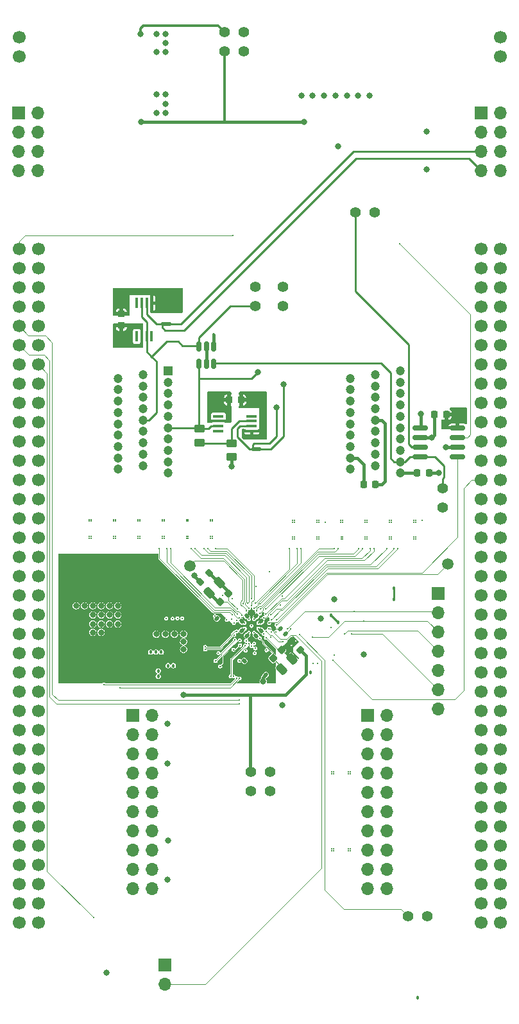
<source format=gbr>
%TF.GenerationSoftware,KiCad,Pcbnew,(6.0.8-1)-1*%
%TF.CreationDate,2022-10-19T15:00:50-05:00*%
%TF.ProjectId,NR1B-SQT56,4e523142-2d53-4515-9435-362e6b696361,rev?*%
%TF.SameCoordinates,Original*%
%TF.FileFunction,Copper,L4,Bot*%
%TF.FilePolarity,Positive*%
%FSLAX46Y46*%
G04 Gerber Fmt 4.6, Leading zero omitted, Abs format (unit mm)*
G04 Created by KiCad (PCBNEW (6.0.8-1)-1) date 2022-10-19 15:00:50*
%MOMM*%
%LPD*%
G01*
G04 APERTURE LIST*
G04 Aperture macros list*
%AMRoundRect*
0 Rectangle with rounded corners*
0 $1 Rounding radius*
0 $2 $3 $4 $5 $6 $7 $8 $9 X,Y pos of 4 corners*
0 Add a 4 corners polygon primitive as box body*
4,1,4,$2,$3,$4,$5,$6,$7,$8,$9,$2,$3,0*
0 Add four circle primitives for the rounded corners*
1,1,$1+$1,$2,$3*
1,1,$1+$1,$4,$5*
1,1,$1+$1,$6,$7*
1,1,$1+$1,$8,$9*
0 Add four rect primitives between the rounded corners*
20,1,$1+$1,$2,$3,$4,$5,0*
20,1,$1+$1,$4,$5,$6,$7,0*
20,1,$1+$1,$6,$7,$8,$9,0*
20,1,$1+$1,$8,$9,$2,$3,0*%
G04 Aperture macros list end*
%TA.AperFunction,ComponentPad*%
%ADD10C,1.400000*%
%TD*%
%TA.AperFunction,ComponentPad*%
%ADD11R,1.700000X1.700000*%
%TD*%
%TA.AperFunction,ComponentPad*%
%ADD12O,1.700000X1.700000*%
%TD*%
%TA.AperFunction,ComponentPad*%
%ADD13R,1.200000X1.200000*%
%TD*%
%TA.AperFunction,ComponentPad*%
%ADD14C,1.200000*%
%TD*%
%TA.AperFunction,ComponentPad*%
%ADD15C,1.500000*%
%TD*%
%TA.AperFunction,ComponentPad*%
%ADD16C,1.700000*%
%TD*%
%TA.AperFunction,SMDPad,CuDef*%
%ADD17RoundRect,0.225000X0.225000X0.250000X-0.225000X0.250000X-0.225000X-0.250000X0.225000X-0.250000X0*%
%TD*%
%TA.AperFunction,SMDPad,CuDef*%
%ADD18RoundRect,0.140000X-0.219203X-0.021213X-0.021213X-0.219203X0.219203X0.021213X0.021213X0.219203X0*%
%TD*%
%TA.AperFunction,SMDPad,CuDef*%
%ADD19RoundRect,0.140000X0.219203X0.021213X0.021213X0.219203X-0.219203X-0.021213X-0.021213X-0.219203X0*%
%TD*%
%TA.AperFunction,SMDPad,CuDef*%
%ADD20RoundRect,0.140000X-0.021213X0.219203X-0.219203X0.021213X0.021213X-0.219203X0.219203X-0.021213X0*%
%TD*%
%TA.AperFunction,SMDPad,CuDef*%
%ADD21RoundRect,0.250000X-0.159099X0.512652X-0.512652X0.159099X0.159099X-0.512652X0.512652X-0.159099X0*%
%TD*%
%TA.AperFunction,SMDPad,CuDef*%
%ADD22RoundRect,0.225000X-0.225000X-0.250000X0.225000X-0.250000X0.225000X0.250000X-0.225000X0.250000X0*%
%TD*%
%TA.AperFunction,SMDPad,CuDef*%
%ADD23R,0.450000X1.450000*%
%TD*%
%TA.AperFunction,SMDPad,CuDef*%
%ADD24C,0.500000*%
%TD*%
%TA.AperFunction,SMDPad,CuDef*%
%ADD25RoundRect,0.250000X-0.450000X0.262500X-0.450000X-0.262500X0.450000X-0.262500X0.450000X0.262500X0*%
%TD*%
%TA.AperFunction,SMDPad,CuDef*%
%ADD26RoundRect,0.200000X0.335876X0.053033X0.053033X0.335876X-0.335876X-0.053033X-0.053033X-0.335876X0*%
%TD*%
%TA.AperFunction,SMDPad,CuDef*%
%ADD27RoundRect,0.225000X-0.017678X0.335876X-0.335876X0.017678X0.017678X-0.335876X0.335876X-0.017678X0*%
%TD*%
%TA.AperFunction,SMDPad,CuDef*%
%ADD28RoundRect,0.140000X0.021213X-0.219203X0.219203X-0.021213X-0.021213X0.219203X-0.219203X0.021213X0*%
%TD*%
%TA.AperFunction,SMDPad,CuDef*%
%ADD29R,1.450000X0.450000*%
%TD*%
%TA.AperFunction,SMDPad,CuDef*%
%ADD30RoundRect,0.225000X0.250000X-0.225000X0.250000X0.225000X-0.250000X0.225000X-0.250000X-0.225000X0*%
%TD*%
%TA.AperFunction,SMDPad,CuDef*%
%ADD31RoundRect,0.200000X0.053033X-0.335876X0.335876X-0.053033X-0.053033X0.335876X-0.335876X0.053033X0*%
%TD*%
%TA.AperFunction,SMDPad,CuDef*%
%ADD32RoundRect,0.150000X-0.825000X-0.150000X0.825000X-0.150000X0.825000X0.150000X-0.825000X0.150000X0*%
%TD*%
%TA.AperFunction,SMDPad,CuDef*%
%ADD33RoundRect,0.150000X0.150000X-0.512500X0.150000X0.512500X-0.150000X0.512500X-0.150000X-0.512500X0*%
%TD*%
%TA.AperFunction,ViaPad*%
%ADD34C,0.800000*%
%TD*%
%TA.AperFunction,ViaPad*%
%ADD35C,0.228600*%
%TD*%
%TA.AperFunction,ViaPad*%
%ADD36C,0.457200*%
%TD*%
%TA.AperFunction,Conductor*%
%ADD37C,0.076200*%
%TD*%
%TA.AperFunction,Conductor*%
%ADD38C,0.400000*%
%TD*%
%TA.AperFunction,Conductor*%
%ADD39C,0.254000*%
%TD*%
%TA.AperFunction,Conductor*%
%ADD40C,0.300000*%
%TD*%
%TA.AperFunction,Conductor*%
%ADD41C,0.220000*%
%TD*%
%TA.AperFunction,Conductor*%
%ADD42C,0.100000*%
%TD*%
G04 APERTURE END LIST*
%TO.C,NT1*%
G36*
X83900000Y-85650000D02*
G01*
X82900000Y-85650000D01*
X82900000Y-85150000D01*
X83900000Y-85150000D01*
X83900000Y-85650000D01*
G37*
%TO.C,NT2*%
G36*
X95800000Y-102150000D02*
G01*
X94800000Y-102150000D01*
X94800000Y-101650000D01*
X95800000Y-101650000D01*
X95800000Y-102150000D01*
G37*
%TD*%
D10*
%TO.P,TP5,1,1*%
%TO.N,+3.3V*%
X97140000Y-144460000D03*
%TO.P,TP5,2,2*%
%TO.N,GND*%
X97140000Y-147000000D03*
%TD*%
%TO.P,TP6,1,1*%
%TO.N,/ANA_CE*%
X108420000Y-70610000D03*
%TO.P,TP6,2,2*%
%TO.N,GND*%
X110960000Y-70610000D03*
%TD*%
D11*
%TO.P,J1,1,Pin_1*%
%TO.N,/ANA_WP_SENSE*%
X125000000Y-57510000D03*
D12*
%TO.P,J1,2,Pin_2*%
%TO.N,unconnected-(J1-Pad2)*%
X127540000Y-57510000D03*
%TO.P,J1,3,Pin_3*%
%TO.N,/ANA_WP*%
X125000000Y-60050000D03*
%TO.P,J1,4,Pin_4*%
%TO.N,unconnected-(J1-Pad4)*%
X127540000Y-60050000D03*
%TO.P,J1,5,Pin_5*%
%TO.N,/ANA_VWL_SENSE*%
X125000000Y-62590000D03*
%TO.P,J1,6,Pin_6*%
%TO.N,unconnected-(J1-Pad6)*%
X127540000Y-62590000D03*
%TO.P,J1,7,Pin_7*%
%TO.N,/ANA_VWL*%
X125000000Y-65130000D03*
%TO.P,J1,8,Pin_8*%
%TO.N,unconnected-(J1-Pad8)*%
X127540000Y-65130000D03*
%TD*%
D11*
%TO.P,J2,1,Pin_1*%
%TO.N,/-15V_IN*%
X63960000Y-57510000D03*
D12*
%TO.P,J2,2,Pin_2*%
%TO.N,/+15V_IN*%
X66500000Y-57510000D03*
%TO.P,J2,3,Pin_3*%
%TO.N,GND*%
X63960000Y-60050000D03*
%TO.P,J2,4,Pin_4*%
X66500000Y-60050000D03*
%TO.P,J2,5,Pin_5*%
%TO.N,unconnected-(J2-Pad5)*%
X63960000Y-62590000D03*
%TO.P,J2,6,Pin_6*%
%TO.N,unconnected-(J2-Pad6)*%
X66500000Y-62590000D03*
%TO.P,J2,7,Pin_7*%
%TO.N,GND*%
X63960000Y-65130000D03*
%TO.P,J2,8,Pin_8*%
%TO.N,unconnected-(J2-Pad8)*%
X66500000Y-65130000D03*
%TD*%
D10*
%TO.P,TP9,1,1*%
%TO.N,GND*%
X117850000Y-163550000D03*
%TO.P,TP9,2,2*%
%TO.N,/FPGA/CDONE*%
X115310000Y-163550000D03*
%TD*%
D11*
%TO.P,JP1,1,A*%
%TO.N,GND*%
X83250000Y-169975000D03*
D12*
%TO.P,JP1,2,B*%
%TO.N,/FPGA/~{CRESET}*%
X83250000Y-172515000D03*
%TD*%
D13*
%TO.P,U6,1,A23*%
%TO.N,/FPGA/A23*%
X83694258Y-91549258D03*
D14*
%TO.P,U6,2,A22*%
%TO.N,/FPGA/A22*%
X80394258Y-92049258D03*
%TO.P,U6,3,A15*%
%TO.N,/FPGA/A15*%
X77094258Y-92549258D03*
%TO.P,U6,4,A14*%
%TO.N,/FPGA/A14*%
X83694258Y-93049258D03*
%TO.P,U6,5,A13*%
%TO.N,/FPGA/A13*%
X80394258Y-93549258D03*
%TO.P,U6,6,A12*%
%TO.N,/FPGA/A12*%
X77094258Y-94049258D03*
%TO.P,U6,7,A11*%
%TO.N,/FPGA/A11*%
X83694258Y-94549258D03*
%TO.P,U6,8,A10*%
%TO.N,/FPGA/A10*%
X80394258Y-95049258D03*
%TO.P,U6,9,A9*%
%TO.N,/FPGA/A9*%
X77094258Y-95549258D03*
%TO.P,U6,10,A8*%
%TO.N,/FPGA/A8*%
X83694258Y-96049258D03*
%TO.P,U6,11,A19*%
%TO.N,/FPGA/A19*%
X80394258Y-96549258D03*
%TO.P,U6,12,A20*%
%TO.N,/FPGA/A20*%
X77094258Y-97049258D03*
%TO.P,U6,13,~{WE}*%
%TO.N,/FC.~{WE}*%
X83694258Y-97549258D03*
%TO.P,U6,14,~{RESET}*%
%TO.N,/VWL_BUF*%
X80394258Y-98049258D03*
%TO.P,U6,15,A21*%
%TO.N,/FPGA/A21*%
X77094258Y-98549258D03*
%TO.P,U6,16,~{WP}/ACC*%
%TO.N,/WP_BUF*%
X83694258Y-99049258D03*
%TO.P,U6,17,RY/~{BY}*%
%TO.N,/RY{slash}~{BY}*%
X80394258Y-99549258D03*
%TO.P,U6,18,A18*%
%TO.N,/FPGA/A18*%
X77094258Y-100049258D03*
%TO.P,U6,19,A17*%
%TO.N,/FPGA/A17*%
X83694258Y-100549258D03*
%TO.P,U6,20,A7*%
%TO.N,/FPGA/A7*%
X80394258Y-101049258D03*
%TO.P,U6,21,A6*%
%TO.N,/FPGA/A6*%
X77094258Y-101549258D03*
%TO.P,U6,22,A5*%
%TO.N,/FPGA/A5*%
X83694258Y-102049258D03*
%TO.P,U6,23,A4*%
%TO.N,/FPGA/A4*%
X80394258Y-102549258D03*
%TO.P,U6,24,A3*%
%TO.N,/FPGA/A3*%
X77094258Y-103049258D03*
%TO.P,U6,25,A2*%
%TO.N,/FPGA/A2*%
X83694258Y-103549258D03*
%TO.P,U6,26,A1*%
%TO.N,/FPGA/A1*%
X80394258Y-104049258D03*
%TO.P,U6,27,NC*%
%TO.N,unconnected-(U6-Pad27)*%
X77094258Y-104549258D03*
%TO.P,U6,28,NC*%
%TO.N,unconnected-(U6-Pad28)*%
X83694258Y-105049258D03*
%TO.P,U6,29,VIO*%
%TO.N,+3.3V*%
X114274258Y-105049258D03*
%TO.P,U6,30,NC*%
%TO.N,unconnected-(U6-Pad30)*%
X107674258Y-104549258D03*
%TO.P,U6,31,A0*%
%TO.N,/FPGA/A0*%
X110974258Y-104049258D03*
%TO.P,U6,32,~{CE}*%
%TO.N,/~{CE}*%
X114274258Y-103549258D03*
%TO.P,U6,33,VSS*%
%TO.N,GND*%
X107674258Y-103049258D03*
%TO.P,U6,34,~{OE}*%
%TO.N,/FC.~{OE}*%
X110974258Y-102549258D03*
%TO.P,U6,35,DQ0*%
%TO.N,/FPGA/DQ0*%
X114274258Y-102049258D03*
%TO.P,U6,36,DQ8*%
%TO.N,/FPGA/DQ8*%
X107674258Y-101549258D03*
%TO.P,U6,37,DQ1*%
%TO.N,/FPGA/DQ1*%
X110974258Y-101049258D03*
%TO.P,U6,38,DQ9*%
%TO.N,/FPGA/DQ9*%
X114274258Y-100549258D03*
%TO.P,U6,39,DQ2*%
%TO.N,/FPGA/DQ2*%
X107674258Y-100049258D03*
%TO.P,U6,40,DQ10*%
%TO.N,/FPGA/DQ10*%
X110974258Y-99549258D03*
%TO.P,U6,41,DQ3*%
%TO.N,/FPGA/DQ3*%
X114274258Y-99049258D03*
%TO.P,U6,42,DQ11*%
%TO.N,/FPGA/DQ11*%
X107674258Y-98549258D03*
%TO.P,U6,43,VCC*%
%TO.N,+3.3V*%
X110974258Y-98049258D03*
%TO.P,U6,44,DQ4*%
%TO.N,/FPGA/DQ4*%
X114274258Y-97549258D03*
%TO.P,U6,45,DQ12*%
%TO.N,/FPGA/DQ12*%
X107674258Y-97049258D03*
%TO.P,U6,46,DQ5*%
%TO.N,/FPGA/DQ5*%
X110974258Y-96549258D03*
%TO.P,U6,47,DQ13*%
%TO.N,/FPGA/DQ13*%
X114274258Y-96049258D03*
%TO.P,U6,48,DQ6*%
%TO.N,/FPGA/DQ6*%
X107674258Y-95549258D03*
%TO.P,U6,49,DQ14*%
%TO.N,/FPGA/DQ14*%
X110974258Y-95049258D03*
%TO.P,U6,50,DQ7*%
%TO.N,/FPGA/DQ7*%
X114274258Y-94549258D03*
%TO.P,U6,51,DQ15/A-1*%
%TO.N,/FPGA/DQ15*%
X107674258Y-94049258D03*
%TO.P,U6,52,VSS*%
%TO.N,GND*%
X110974258Y-93549258D03*
%TO.P,U6,53,~{BYTE}*%
%TO.N,/FC.~{BYTE}*%
X114274258Y-93049258D03*
%TO.P,U6,54,A16*%
%TO.N,/FPGA/A16*%
X107674258Y-92549258D03*
%TO.P,U6,55,A25*%
%TO.N,/FPGA/A25*%
X110974258Y-92049258D03*
%TO.P,U6,56,A24*%
%TO.N,/FPGA/A24*%
X114274258Y-91549258D03*
%TD*%
D10*
%TO.P,TP8,1,1*%
%TO.N,GND*%
X119900000Y-109580000D03*
%TO.P,TP8,2,2*%
%TO.N,/~{CE}*%
X119900000Y-107040000D03*
%TD*%
D11*
%TO.P,J4,1,Pin_1*%
%TO.N,/FPGA/IOL_5-*%
X79000000Y-137000000D03*
D12*
%TO.P,J4,2,Pin_2*%
%TO.N,/FPGA/IOL_5+*%
X81540000Y-137000000D03*
%TO.P,J4,3,Pin_3*%
%TO.N,/FPGA/IOL_9-*%
X79000000Y-139540000D03*
%TO.P,J4,4,Pin_4*%
%TO.N,/FPGA/IOL_9+*%
X81540000Y-139540000D03*
%TO.P,J4,5,Pin_5*%
%TO.N,/FPGA/IOL_13-*%
X79000000Y-142080000D03*
%TO.P,J4,6,Pin_6*%
%TO.N,/FPGA/IOL_13+*%
X81540000Y-142080000D03*
%TO.P,J4,7,Pin_7*%
%TO.N,/FPGA/IOL_14-*%
X79000000Y-144620000D03*
%TO.P,J4,8,Pin_8*%
%TO.N,/FPGA/IOL_14+*%
X81540000Y-144620000D03*
%TO.P,J4,9,Pin_9*%
%TO.N,GND*%
X79000000Y-147160000D03*
%TO.P,J4,10,Pin_10*%
X81540000Y-147160000D03*
%TO.P,J4,11,Pin_11*%
X79000000Y-149700000D03*
%TO.P,J4,12,Pin_12*%
X81540000Y-149700000D03*
%TO.P,J4,13,Pin_13*%
%TO.N,/FPGA/IOL_12-*%
X79000000Y-152240000D03*
%TO.P,J4,14,Pin_14*%
%TO.N,/FPGA/IOL_12+*%
X81540000Y-152240000D03*
%TO.P,J4,15,Pin_15*%
%TO.N,/FPGA/IOL_18-*%
X79000000Y-154780000D03*
%TO.P,J4,16,Pin_16*%
%TO.N,/FPGA/IOL_18+*%
X81540000Y-154780000D03*
%TO.P,J4,17,Pin_17*%
%TO.N,/FPGA/IOL_23-*%
X79000000Y-157320000D03*
%TO.P,J4,18,Pin_18*%
%TO.N,/FPGA/IOL_23+*%
X81540000Y-157320000D03*
%TO.P,J4,19,Pin_19*%
%TO.N,/FPGA/IOL_25-*%
X79000000Y-159860000D03*
%TO.P,J4,20,Pin_20*%
%TO.N,/FPGA/IOL_25+*%
X81540000Y-159860000D03*
%TD*%
D10*
%TO.P,TP4,1,1*%
%TO.N,+15V*%
X91100000Y-49400000D03*
%TO.P,TP4,2,2*%
%TO.N,GND*%
X93640000Y-49400000D03*
%TD*%
D11*
%TO.P,J3,1,Pin_1*%
%TO.N,/FPGA/FLASH.~{CS}*%
X119300000Y-120900000D03*
D12*
%TO.P,J3,2,Pin_2*%
%TO.N,/FPGA/FLASH.SCK*%
X119300000Y-123440000D03*
%TO.P,J3,3,Pin_3*%
%TO.N,/FPGA/FLASH.DI_IO0*%
X119300000Y-125980000D03*
%TO.P,J3,4,Pin_4*%
%TO.N,/FPGA/FLASH.DO_IO1*%
X119300000Y-128520000D03*
%TO.P,J3,5,Pin_5*%
%TO.N,/FPGA/FLASH.~{WP}_IO2*%
X119300000Y-131060000D03*
%TO.P,J3,6,Pin_6*%
%TO.N,/FPGA/FLASH.~{RST}_IO3*%
X119300000Y-133600000D03*
%TO.P,J3,7,Pin_7*%
%TO.N,GND*%
X119300000Y-136140000D03*
%TD*%
D10*
%TO.P,TP7,1,1*%
%TO.N,GND*%
X94600000Y-147000000D03*
%TO.P,TP7,2,2*%
%TO.N,+1V2*%
X94600000Y-144460000D03*
%TD*%
D15*
%TO.P,TP10,1,1*%
%TO.N,/FPGA/IOR_109*%
X120600000Y-117000000D03*
%TD*%
D10*
%TO.P,TP2,1,1*%
%TO.N,/WP_BUF*%
X98775000Y-83000000D03*
%TO.P,TP2,2,2*%
%TO.N,GND*%
X98775000Y-80460000D03*
%TD*%
%TO.P,TP1,2,2*%
%TO.N,GND*%
X95150000Y-80460000D03*
%TO.P,TP1,1,1*%
%TO.N,/VWL_BUF*%
X95150000Y-83000000D03*
%TD*%
D16*
%TO.P,X1,1,PC10*%
%TO.N,/CE_SW*%
X64000000Y-75500000D03*
%TO.P,X1,2,PC11*%
%TO.N,unconnected-(X1-Pad2)*%
X66540000Y-75500000D03*
%TO.P,X1,3,PC12*%
%TO.N,unconnected-(X1-Pad3)*%
X64000000Y-78040000D03*
%TO.P,X1,4,PD2*%
%TO.N,unconnected-(X1-Pad4)*%
X66540000Y-78040000D03*
%TO.P,X1,5,VDD*%
%TO.N,unconnected-(X1-Pad5)*%
X64000000Y-80580000D03*
%TO.P,X1,6,E5V*%
%TO.N,unconnected-(X1-Pad6)*%
X66540000Y-80580000D03*
%TO.P,X1,7,~{BOOT0}*%
%TO.N,unconnected-(X1-Pad7)*%
X64000000Y-83120000D03*
%TO.P,X1,8,GND*%
%TO.N,GND*%
X66540000Y-83120000D03*
%TO.P,X1,9,PF6*%
%TO.N,/QSPI.IO3*%
X64000000Y-85660000D03*
%TO.P,X1,10,NC*%
%TO.N,unconnected-(X1-Pad10)*%
X66540000Y-85660000D03*
%TO.P,X1,11,PF7*%
%TO.N,/QSPI.IO2*%
X64000000Y-88200000D03*
%TO.P,X1,12,IOREF*%
%TO.N,unconnected-(X1-Pad12)*%
X66540000Y-88200000D03*
%TO.P,X1,13,TMS/PA13*%
%TO.N,unconnected-(X1-Pad13)*%
X64000000Y-90740000D03*
%TO.P,X1,14,~{RST}*%
%TO.N,/~{MCU_RESET}*%
X66540000Y-90740000D03*
%TO.P,X1,15,TCK/PA14*%
%TO.N,unconnected-(X1-Pad15)*%
X64000000Y-93280000D03*
%TO.P,X1,16,+3V3*%
%TO.N,+3.3V*%
X66540000Y-93280000D03*
%TO.P,X1,17,PA15*%
%TO.N,unconnected-(X1-Pad17)*%
X64000000Y-95820000D03*
%TO.P,X1,18,+5V*%
%TO.N,unconnected-(X1-Pad18)*%
X66540000Y-95820000D03*
%TO.P,X1,19,GND*%
%TO.N,GND*%
X64000000Y-98360000D03*
%TO.P,X1,20,GND*%
X66540000Y-98360000D03*
%TO.P,X1,21,LD2/PB7*%
%TO.N,unconnected-(X1-Pad21)*%
X64000000Y-100900000D03*
%TO.P,X1,22,GND*%
%TO.N,GND*%
X66540000Y-100900000D03*
%TO.P,X1,23,BT/PC13*%
%TO.N,unconnected-(X1-Pad23)*%
X64000000Y-103440000D03*
%TO.P,X1,24,VIN*%
%TO.N,unconnected-(X1-Pad24)*%
X66540000Y-103440000D03*
%TO.P,X1,25,RTC_CRYSTAL/PC14*%
%TO.N,unconnected-(X1-Pad25)*%
X64000000Y-105980000D03*
%TO.P,X1,26,NC*%
%TO.N,unconnected-(X1-Pad26)*%
X66540000Y-105980000D03*
%TO.P,X1,27,RTC_CRYSTAL/PC15*%
%TO.N,unconnected-(X1-Pad27)*%
X64000000Y-108520000D03*
%TO.P,X1,28,ETH_REF_CLK/PA0*%
%TO.N,unconnected-(X1-Pad28)*%
X66540000Y-108520000D03*
%TO.P,X1,29,PH0*%
%TO.N,unconnected-(X1-Pad29)*%
X64000000Y-111060000D03*
%TO.P,X1,30,ETH_MDIO/PA1*%
%TO.N,unconnected-(X1-Pad30)*%
X66540000Y-111060000D03*
%TO.P,X1,31,PH1*%
%TO.N,unconnected-(X1-Pad31)*%
X64000000Y-113600000D03*
%TO.P,X1,32,PA4*%
%TO.N,unconnected-(X1-Pad32)*%
X66540000Y-113600000D03*
%TO.P,X1,33,VBAT*%
%TO.N,unconnected-(X1-Pad33)*%
X64000000Y-116140000D03*
%TO.P,X1,34,PB0*%
%TO.N,unconnected-(X1-Pad34)*%
X66540000Y-116140000D03*
%TO.P,X1,35,PC2*%
%TO.N,unconnected-(X1-Pad35)*%
X64000000Y-118680000D03*
%TO.P,X1,36,ETH_MDC/PC1*%
%TO.N,unconnected-(X1-Pad36)*%
X66540000Y-118680000D03*
%TO.P,X1,37,PC3*%
%TO.N,unconnected-(X1-Pad37)*%
X64000000Y-121220000D03*
%TO.P,X1,38,PC0*%
%TO.N,unconnected-(X1-Pad38)*%
X66540000Y-121220000D03*
%TO.P,X1,39,PD4*%
%TO.N,unconnected-(X1-Pad39)*%
X64000000Y-123760000D03*
%TO.P,X1,40,PD3*%
%TO.N,unconnected-(X1-Pad40)*%
X66540000Y-123760000D03*
%TO.P,X1,41,PD5*%
%TO.N,unconnected-(X1-Pad41)*%
X64000000Y-126300000D03*
%TO.P,X1,42,PG2*%
%TO.N,unconnected-(X1-Pad42)*%
X66540000Y-126300000D03*
%TO.P,X1,43,PD6*%
%TO.N,unconnected-(X1-Pad43)*%
X64000000Y-128840000D03*
%TO.P,X1,44,PG3*%
%TO.N,unconnected-(X1-Pad44)*%
X66540000Y-128840000D03*
%TO.P,X1,45,PD7*%
%TO.N,unconnected-(X1-Pad45)*%
X64000000Y-131380000D03*
%TO.P,X1,46,PE2*%
%TO.N,unconnected-(X1-Pad46)*%
X66540000Y-131380000D03*
%TO.P,X1,47,PE3*%
%TO.N,unconnected-(X1-Pad47)*%
X64000000Y-133920000D03*
%TO.P,X1,48,PE4*%
%TO.N,unconnected-(X1-Pad48)*%
X66540000Y-133920000D03*
%TO.P,X1,49,GND*%
%TO.N,GND*%
X64000000Y-136460000D03*
%TO.P,X1,50,PE5*%
%TO.N,unconnected-(X1-Pad50)*%
X66540000Y-136460000D03*
%TO.P,X1,51,PF1*%
%TO.N,unconnected-(X1-Pad51)*%
X64000000Y-139000000D03*
%TO.P,X1,52,PF2*%
%TO.N,unconnected-(X1-Pad52)*%
X66540000Y-139000000D03*
%TO.P,X1,53,PF0*%
%TO.N,unconnected-(X1-Pad53)*%
X64000000Y-141540000D03*
%TO.P,X1,54,PF8*%
%TO.N,/QSPI.IO1*%
X66540000Y-141540000D03*
%TO.P,X1,55,PD1*%
%TO.N,unconnected-(X1-Pad55)*%
X64000000Y-144080000D03*
%TO.P,X1,56,PF9*%
%TO.N,/QSPI.IO0*%
X66540000Y-144080000D03*
%TO.P,X1,57,PD0*%
%TO.N,unconnected-(X1-Pad57)*%
X64000000Y-146620000D03*
%TO.P,X1,58,PG1*%
%TO.N,unconnected-(X1-Pad58)*%
X66540000Y-146620000D03*
%TO.P,X1,59,PG0*%
%TO.N,unconnected-(X1-Pad59)*%
X64000000Y-149160000D03*
%TO.P,X1,60,GND*%
%TO.N,GND*%
X66540000Y-149160000D03*
%TO.P,X1,61,PE1*%
%TO.N,unconnected-(X1-Pad61)*%
X64000000Y-151700000D03*
%TO.P,X1,62,PE6*%
%TO.N,unconnected-(X1-Pad62)*%
X66540000Y-151700000D03*
%TO.P,X1,63,PG9*%
%TO.N,unconnected-(X1-Pad63)*%
X64000000Y-154240000D03*
%TO.P,X1,64,PG15*%
%TO.N,unconnected-(X1-Pad64)*%
X66540000Y-154240000D03*
%TO.P,X1,65,PG12*%
%TO.N,unconnected-(X1-Pad65)*%
X64000000Y-156780000D03*
%TO.P,X1,66,PG10*%
%TO.N,unconnected-(X1-Pad66)*%
X66540000Y-156780000D03*
%TO.P,X1,67,NC*%
%TO.N,unconnected-(X1-Pad67)*%
X64000000Y-159320000D03*
%TO.P,X1,68,PG13/ETH_TXD0*%
%TO.N,unconnected-(X1-Pad68)*%
X66540000Y-159320000D03*
%TO.P,X1,69,STLINK_RX/PD9*%
%TO.N,unconnected-(X1-Pad69)*%
X64000000Y-161860000D03*
%TO.P,X1,70,PG11/ETH_TX_EN*%
%TO.N,unconnected-(X1-Pad70)*%
X66540000Y-161860000D03*
%TO.P,X1,71,GND*%
%TO.N,GND*%
X64000000Y-164400000D03*
%TO.P,X1,72,GND*%
X66540000Y-164400000D03*
%TO.P,X1,73,PC9*%
%TO.N,unconnected-(X1-Pad73)*%
X124960000Y-75500000D03*
%TO.P,X1,74,PC8*%
%TO.N,unconnected-(X1-Pad74)*%
X127500000Y-75500000D03*
%TO.P,X1,75,PB8*%
%TO.N,unconnected-(X1-Pad75)*%
X124960000Y-78040000D03*
%TO.P,X1,76,PC6*%
%TO.N,unconnected-(X1-Pad76)*%
X127500000Y-78040000D03*
%TO.P,X1,77,PB9*%
%TO.N,unconnected-(X1-Pad77)*%
X124960000Y-80580000D03*
%TO.P,X1,78,ETH_RXD1/PC5*%
%TO.N,unconnected-(X1-Pad78)*%
X127500000Y-80580000D03*
%TO.P,X1,79,AVDD*%
%TO.N,unconnected-(X1-Pad79)*%
X124960000Y-83120000D03*
%TO.P,X1,80,U5V*%
%TO.N,unconnected-(X1-Pad80)*%
X127500000Y-83120000D03*
%TO.P,X1,81,GND*%
%TO.N,GND*%
X124960000Y-85660000D03*
%TO.P,X1,82,STLINK_TX/PD8*%
%TO.N,unconnected-(X1-Pad82)*%
X127500000Y-85660000D03*
%TO.P,X1,83,PA5*%
%TO.N,unconnected-(X1-Pad83)*%
X124960000Y-88200000D03*
%TO.P,X1,84,USB_DP/PA12*%
%TO.N,unconnected-(X1-Pad84)*%
X127500000Y-88200000D03*
%TO.P,X1,85,PA6*%
%TO.N,unconnected-(X1-Pad85)*%
X124960000Y-90740000D03*
%TO.P,X1,86,USB_DM/PA11*%
%TO.N,unconnected-(X1-Pad86)*%
X127500000Y-90740000D03*
%TO.P,X1,87,ETH_CRS_DV/PA7*%
%TO.N,unconnected-(X1-Pad87)*%
X124960000Y-93280000D03*
%TO.P,X1,88,PB12*%
%TO.N,unconnected-(X1-Pad88)*%
X127500000Y-93280000D03*
%TO.P,X1,89,PB6*%
%TO.N,unconnected-(X1-Pad89)*%
X124960000Y-95820000D03*
%TO.P,X1,90,PB11*%
%TO.N,unconnected-(X1-Pad90)*%
X127500000Y-95820000D03*
%TO.P,X1,91,PC7*%
%TO.N,unconnected-(X1-Pad91)*%
X124960000Y-98360000D03*
%TO.P,X1,92,GND*%
%TO.N,GND*%
X127500000Y-98360000D03*
%TO.P,X1,93,USB_VBUS/PA9*%
%TO.N,unconnected-(X1-Pad93)*%
X124960000Y-100900000D03*
%TO.P,X1,94,PB2*%
%TO.N,unconnected-(X1-Pad94)*%
X127500000Y-100900000D03*
%TO.P,X1,95,USB_SOF/PA8*%
%TO.N,unconnected-(X1-Pad95)*%
X124960000Y-103440000D03*
%TO.P,X1,96,PB1*%
%TO.N,unconnected-(X1-Pad96)*%
X127500000Y-103440000D03*
%TO.P,X1,97,PB10*%
%TO.N,/QSPI.~{CS}*%
X124960000Y-105980000D03*
%TO.P,X1,98,PB15*%
%TO.N,unconnected-(X1-Pad98)*%
X127500000Y-105980000D03*
%TO.P,X1,99,PB4*%
%TO.N,unconnected-(X1-Pad99)*%
X124960000Y-108520000D03*
%TO.P,X1,100,LD3/PB14*%
%TO.N,unconnected-(X1-Pad100)*%
X127500000Y-108520000D03*
%TO.P,X1,101,PB5*%
%TO.N,unconnected-(X1-Pad101)*%
X124960000Y-111060000D03*
%TO.P,X1,102,ETH_TXD1/PB13*%
%TO.N,unconnected-(X1-Pad102)*%
X127500000Y-111060000D03*
%TO.P,X1,103,SWO/PB3*%
%TO.N,unconnected-(X1-Pad103)*%
X124960000Y-113600000D03*
%TO.P,X1,104,AGND*%
%TO.N,unconnected-(X1-Pad104)*%
X127500000Y-113600000D03*
%TO.P,X1,105,USB_ID/PA10*%
%TO.N,unconnected-(X1-Pad105)*%
X124960000Y-116140000D03*
%TO.P,X1,106,ETH_RXD0/PC4*%
%TO.N,unconnected-(X1-Pad106)*%
X127500000Y-116140000D03*
%TO.P,X1,107,PA2*%
%TO.N,unconnected-(X1-Pad107)*%
X124960000Y-118680000D03*
%TO.P,X1,108,PF5*%
%TO.N,unconnected-(X1-Pad108)*%
X127500000Y-118680000D03*
%TO.P,X1,109,PA3*%
%TO.N,unconnected-(X1-Pad109)*%
X124960000Y-121220000D03*
%TO.P,X1,110,PF4*%
%TO.N,unconnected-(X1-Pad110)*%
X127500000Y-121220000D03*
%TO.P,X1,111,GND*%
%TO.N,GND*%
X124960000Y-123760000D03*
%TO.P,X1,112,PE8*%
%TO.N,unconnected-(X1-Pad112)*%
X127500000Y-123760000D03*
%TO.P,X1,113,PD13*%
%TO.N,unconnected-(X1-Pad113)*%
X124960000Y-126300000D03*
%TO.P,X1,114,PF10*%
%TO.N,/QSPI.SCK*%
X127500000Y-126300000D03*
%TO.P,X1,115,PD12*%
%TO.N,unconnected-(X1-Pad115)*%
X124960000Y-128840000D03*
%TO.P,X1,116,PE7*%
%TO.N,unconnected-(X1-Pad116)*%
X127500000Y-128840000D03*
%TO.P,X1,117,PD11*%
%TO.N,unconnected-(X1-Pad117)*%
X124960000Y-131380000D03*
%TO.P,X1,118,PD14*%
%TO.N,unconnected-(X1-Pad118)*%
X127500000Y-131380000D03*
%TO.P,X1,119,PE10*%
%TO.N,unconnected-(X1-Pad119)*%
X124960000Y-133920000D03*
%TO.P,X1,120,PD15*%
%TO.N,unconnected-(X1-Pad120)*%
X127500000Y-133920000D03*
%TO.P,X1,121,PE12*%
%TO.N,unconnected-(X1-Pad121)*%
X124960000Y-136460000D03*
%TO.P,X1,122,PF14*%
%TO.N,unconnected-(X1-Pad122)*%
X127500000Y-136460000D03*
%TO.P,X1,123,PE14*%
%TO.N,unconnected-(X1-Pad123)*%
X124960000Y-139000000D03*
%TO.P,X1,124,PE9*%
%TO.N,unconnected-(X1-Pad124)*%
X127500000Y-139000000D03*
%TO.P,X1,125,PE15*%
%TO.N,unconnected-(X1-Pad125)*%
X124960000Y-141540000D03*
%TO.P,X1,126,GND*%
%TO.N,GND*%
X127500000Y-141540000D03*
%TO.P,X1,127,PE13*%
%TO.N,unconnected-(X1-Pad127)*%
X124960000Y-144080000D03*
%TO.P,X1,128,PE11*%
%TO.N,unconnected-(X1-Pad128)*%
X127500000Y-144080000D03*
%TO.P,X1,129,PF13*%
%TO.N,unconnected-(X1-Pad129)*%
X124960000Y-146620000D03*
%TO.P,X1,130,PF3*%
%TO.N,unconnected-(X1-Pad130)*%
X127500000Y-146620000D03*
%TO.P,X1,131,PF12*%
%TO.N,unconnected-(X1-Pad131)*%
X124960000Y-149160000D03*
%TO.P,X1,132,PF15*%
%TO.N,unconnected-(X1-Pad132)*%
X127500000Y-149160000D03*
%TO.P,X1,133,PG14*%
%TO.N,unconnected-(X1-Pad133)*%
X124960000Y-151700000D03*
%TO.P,X1,134,PF11*%
%TO.N,unconnected-(X1-Pad134)*%
X127500000Y-151700000D03*
%TO.P,X1,135,GND*%
%TO.N,GND*%
X124960000Y-154240000D03*
%TO.P,X1,136,PE0*%
%TO.N,unconnected-(X1-Pad136)*%
X127500000Y-154240000D03*
%TO.P,X1,137,PD10*%
%TO.N,unconnected-(X1-Pad137)*%
X124960000Y-156780000D03*
%TO.P,X1,138,PG8*%
%TO.N,unconnected-(X1-Pad138)*%
X127500000Y-156780000D03*
%TO.P,X1,139,PG7/USB_GPIO_IN*%
%TO.N,unconnected-(X1-Pad139)*%
X124960000Y-159320000D03*
%TO.P,X1,140,PG5*%
%TO.N,unconnected-(X1-Pad140)*%
X127500000Y-159320000D03*
%TO.P,X1,141,PG4*%
%TO.N,unconnected-(X1-Pad141)*%
X124960000Y-161860000D03*
%TO.P,X1,142,PG6/USB_GPIO_OUT*%
%TO.N,unconnected-(X1-Pad142)*%
X127500000Y-161860000D03*
%TO.P,X1,143,GND*%
%TO.N,GND*%
X124960000Y-164400000D03*
%TO.P,X1,144,GND*%
X127500000Y-164400000D03*
%TO.P,X1,145,NC*%
%TO.N,unconnected-(X1-Pad145)*%
X64000000Y-47560000D03*
%TO.P,X1,146,NC*%
%TO.N,unconnected-(X1-Pad146)*%
X64000000Y-50100000D03*
%TO.P,X1,147,NC*%
%TO.N,unconnected-(X1-Pad147)*%
X127500000Y-47560000D03*
%TO.P,X1,148,NC*%
%TO.N,unconnected-(X1-Pad148)*%
X127500000Y-50100000D03*
%TD*%
D10*
%TO.P,TP3,1,1*%
%TO.N,-15V*%
X91100000Y-46860000D03*
%TO.P,TP3,2,2*%
%TO.N,GND*%
X93640000Y-46860000D03*
%TD*%
D15*
%TO.P,TP11,1,1*%
%TO.N,/FPGA/IOT_188*%
X86500000Y-117300000D03*
%TD*%
D11*
%TO.P,J5,1,Pin_1*%
%TO.N,GND*%
X109950000Y-137000000D03*
D12*
%TO.P,J5,2,Pin_2*%
X112490000Y-137000000D03*
%TO.P,J5,3,Pin_3*%
X109950000Y-139540000D03*
%TO.P,J5,4,Pin_4*%
X112490000Y-139540000D03*
%TO.P,J5,5,Pin_5*%
%TO.N,/FPGA/IOB_104_CBSEL1*%
X109950000Y-142080000D03*
%TO.P,J5,6,Pin_6*%
%TO.N,/FPGA/IOB_103_CBSEL0*%
X112490000Y-142080000D03*
%TO.P,J5,7,Pin_7*%
%TO.N,GND*%
X109950000Y-144620000D03*
%TO.P,J5,8,Pin_8*%
X112490000Y-144620000D03*
%TO.P,J5,9,Pin_9*%
%TO.N,/FPGA/IOB_82_GBIN4*%
X109950000Y-147160000D03*
%TO.P,J5,10,Pin_10*%
%TO.N,/FPGA/IOB_89*%
X112490000Y-147160000D03*
%TO.P,J5,11,Pin_11*%
%TO.N,GND*%
X109950000Y-149700000D03*
%TO.P,J5,12,Pin_12*%
X112490000Y-149700000D03*
%TO.P,J5,13,Pin_13*%
%TO.N,/FPGA/IOB_91*%
X109950000Y-152240000D03*
%TO.P,J5,14,Pin_14*%
%TO.N,/FPGA/IOB_87*%
X112490000Y-152240000D03*
%TO.P,J5,15,Pin_15*%
%TO.N,GND*%
X109950000Y-154780000D03*
%TO.P,J5,16,Pin_16*%
X112490000Y-154780000D03*
%TO.P,J5,17,Pin_17*%
%TO.N,/FPGA/IOB_73*%
X109950000Y-157320000D03*
%TO.P,J5,18,Pin_18*%
%TO.N,/FPGA/IOB_74*%
X112490000Y-157320000D03*
%TO.P,J5,19,Pin_19*%
%TO.N,+3.3V*%
X109950000Y-159860000D03*
%TO.P,J5,20,Pin_20*%
X112490000Y-159860000D03*
%TD*%
D17*
%TO.P,C9,1*%
%TO.N,+3.3V*%
X111010000Y-106530000D03*
%TO.P,C9,2*%
%TO.N,GND*%
X109460000Y-106530000D03*
%TD*%
D18*
%TO.P,C21,1*%
%TO.N,+3.3V*%
X95873978Y-131007868D03*
%TO.P,C21,2*%
%TO.N,GND*%
X96552800Y-131686690D03*
%TD*%
D19*
%TO.P,C20,1*%
%TO.N,+1V2*%
X95951760Y-124608551D03*
%TO.P,C20,2*%
%TO.N,GND*%
X95272938Y-123929729D03*
%TD*%
D20*
%TO.P,C30,1*%
%TO.N,+3.3V*%
X94403196Y-129126964D03*
%TO.P,C30,2*%
%TO.N,GND*%
X93724374Y-129805786D03*
%TD*%
D21*
%TO.P,C12,1*%
%TO.N,/FPGA/VCCPLL1*%
X90457540Y-119496170D03*
%TO.P,C12,2*%
%TO.N,/FPGA/GNDPLL1*%
X89114038Y-120839672D03*
%TD*%
D22*
%TO.P,C8,1*%
%TO.N,GND*%
X118825000Y-97300000D03*
%TO.P,C8,2*%
%TO.N,+3.3V*%
X120375000Y-97300000D03*
%TD*%
D23*
%TO.P,U1,8,NC*%
%TO.N,unconnected-(U1-Pad8)*%
X79525000Y-87000000D03*
%TO.P,U1,7,V+*%
%TO.N,+15V*%
X80175000Y-87000000D03*
%TO.P,U1,6*%
%TO.N,/VWL_BUF*%
X80825000Y-87000000D03*
%TO.P,U1,5,NC*%
%TO.N,unconnected-(U1-Pad5)*%
X81475000Y-87000000D03*
%TO.P,U1,4,V-*%
%TO.N,-15V*%
X81475000Y-82600000D03*
%TO.P,U1,3,+*%
%TO.N,/ANA_VWL*%
X80825000Y-82600000D03*
%TO.P,U1,2,-*%
%TO.N,/VWL_BUF*%
X80175000Y-82600000D03*
%TO.P,U1,1,NC*%
%TO.N,unconnected-(U1-Pad1)*%
X79525000Y-82600000D03*
%TD*%
D18*
%TO.P,C29,1*%
%TO.N,+3.3V*%
X98476131Y-125591430D03*
%TO.P,C29,2*%
%TO.N,GND*%
X99154953Y-126270252D03*
%TD*%
D21*
%TO.P,C11,1*%
%TO.N,/FPGA/VCCPLL0*%
X100017623Y-129579512D03*
%TO.P,C11,2*%
%TO.N,/FPGA/GNDPLL0*%
X98674121Y-130923014D03*
%TD*%
D24*
%TO.P,NT1,1,1*%
%TO.N,/ANA_VWL_SENSE*%
X83900000Y-85400000D03*
%TO.P,NT1,2,2*%
%TO.N,/ANA_VWL*%
X82900000Y-85400000D03*
%TD*%
D25*
%TO.P,R1,1*%
%TO.N,/WP_BUF*%
X87800000Y-99187500D03*
%TO.P,R1,2*%
%TO.N,Net-(R1-Pad2)*%
X87800000Y-101012500D03*
%TD*%
D22*
%TO.P,C3,1*%
%TO.N,+15V*%
X91725000Y-95400000D03*
%TO.P,C3,2*%
%TO.N,-15V*%
X93275000Y-95400000D03*
%TD*%
D24*
%TO.P,NT2,1,1*%
%TO.N,/ANA_WP*%
X94800000Y-101900000D03*
%TO.P,NT2,2,2*%
%TO.N,/ANA_WP_SENSE*%
X95800000Y-101900000D03*
%TD*%
D26*
%TO.P,R5,1*%
%TO.N,+1V2*%
X101117175Y-128388037D03*
%TO.P,R5,2*%
%TO.N,/FPGA/VCCPLL0*%
X99950449Y-127221311D03*
%TD*%
D27*
%TO.P,C14,1*%
%TO.N,/FPGA/VCCPLL1*%
X91649015Y-120920989D03*
%TO.P,C14,2*%
%TO.N,/FPGA/GNDPLL1*%
X90552999Y-122017005D03*
%TD*%
D28*
%TO.P,C22,1*%
%TO.N,+1V2*%
X95265866Y-126482384D03*
%TO.P,C22,2*%
%TO.N,GND*%
X95944688Y-125803562D03*
%TD*%
D29*
%TO.P,U2,1,NC*%
%TO.N,unconnected-(U2-Pad1)*%
X94700000Y-97525000D03*
%TO.P,U2,2,-*%
%TO.N,Net-(R1-Pad2)*%
X94700000Y-98175000D03*
%TO.P,U2,3,+*%
%TO.N,/ANA_WP*%
X94700000Y-98825000D03*
%TO.P,U2,4,V-*%
%TO.N,-15V*%
X94700000Y-99475000D03*
%TO.P,U2,5,NC*%
%TO.N,unconnected-(U2-Pad5)*%
X90300000Y-99475000D03*
%TO.P,U2,6*%
%TO.N,/WP_BUF*%
X90300000Y-98825000D03*
%TO.P,U2,7,V+*%
%TO.N,+15V*%
X90300000Y-98175000D03*
%TO.P,U2,8,NC*%
%TO.N,unconnected-(U2-Pad8)*%
X90300000Y-97525000D03*
%TD*%
D30*
%TO.P,C2,1*%
%TO.N,+15V*%
X77500000Y-85575000D03*
%TO.P,C2,2*%
%TO.N,-15V*%
X77500000Y-84025000D03*
%TD*%
D27*
%TO.P,C13,1*%
%TO.N,/FPGA/VCCPLL0*%
X98621088Y-128388037D03*
%TO.P,C13,2*%
%TO.N,/FPGA/GNDPLL0*%
X97525072Y-129484053D03*
%TD*%
D31*
%TO.P,R6,1*%
%TO.N,+1V2*%
X87916637Y-119383363D03*
%TO.P,R6,2*%
%TO.N,/FPGA/VCCPLL1*%
X89083363Y-118216637D03*
%TD*%
D22*
%TO.P,C10,1*%
%TO.N,+3.3V*%
X116550000Y-105040000D03*
%TO.P,C10,2*%
%TO.N,GND*%
X118100000Y-105040000D03*
%TD*%
D32*
%TO.P,U5,1*%
%TO.N,/~{CE}*%
X116925000Y-102895000D03*
%TO.P,U5,2*%
%TO.N,/ANA_CE*%
X116925000Y-101625000D03*
%TO.P,U5,3,GND*%
%TO.N,GND*%
X116925000Y-100355000D03*
%TO.P,U5,4,V+*%
%TO.N,+15V*%
X116925000Y-99085000D03*
%TO.P,U5,5,VL*%
%TO.N,+3.3V*%
X121875000Y-99085000D03*
%TO.P,U5,6*%
%TO.N,/CE_SW*%
X121875000Y-100355000D03*
%TO.P,U5,7,V-*%
%TO.N,GND*%
X121875000Y-101625000D03*
%TO.P,U5,8*%
%TO.N,/FC.~{CE}*%
X121875000Y-102895000D03*
%TD*%
D18*
%TO.P,C24,1*%
%TO.N,+1V2*%
X93392034Y-125811466D03*
%TO.P,C24,2*%
%TO.N,GND*%
X94070856Y-126490288D03*
%TD*%
D20*
%TO.P,C26,1*%
%TO.N,+1V2*%
X94063784Y-123922658D03*
%TO.P,C26,2*%
%TO.N,GND*%
X93384962Y-124601480D03*
%TD*%
D25*
%TO.P,R2,1*%
%TO.N,Net-(R1-Pad2)*%
X92000000Y-101087500D03*
%TO.P,R2,2*%
%TO.N,GND*%
X92000000Y-102912500D03*
%TD*%
D19*
%TO.P,C28,1*%
%TO.N,+3.3V*%
X90804022Y-124891394D03*
%TO.P,C28,2*%
%TO.N,GND*%
X90125200Y-124212572D03*
%TD*%
D33*
%TO.P,D18,1,1*%
%TO.N,/~{CE}*%
X89650000Y-90637500D03*
%TO.P,D18,2,C*%
%TO.N,GND*%
X88700000Y-90637500D03*
%TO.P,D18,3,3*%
%TO.N,/WP_BUF*%
X87750000Y-90637500D03*
%TO.P,D18,4,4*%
%TO.N,/VWL_BUF*%
X87750000Y-88362500D03*
%TO.P,D18,5,C*%
%TO.N,GND*%
X88700000Y-88362500D03*
%TO.P,D18,6,6*%
%TO.N,+3.3V*%
X89650000Y-88362500D03*
%TD*%
D34*
%TO.N,GND*%
X74830000Y-126060000D03*
D35*
X106715000Y-111520000D03*
X103520000Y-113480000D03*
D34*
X74830000Y-123760000D03*
D35*
X103280000Y-113720000D03*
X76475000Y-113615000D03*
X100320000Y-111280000D03*
X83115000Y-113620000D03*
X103515000Y-111280000D03*
X116315000Y-111280000D03*
D34*
X82100000Y-49500000D03*
X101250000Y-55250000D03*
D35*
X116080000Y-113720000D03*
X113120000Y-113480000D03*
X113115000Y-111280000D03*
X107715000Y-154650000D03*
X86075000Y-113620000D03*
X106475000Y-111520000D03*
X109680000Y-113720000D03*
X76475000Y-111400000D03*
D34*
X83300000Y-56300000D03*
D35*
X100080000Y-113720000D03*
X79675000Y-111405000D03*
X89285000Y-111400000D03*
D34*
X103800000Y-124200000D03*
X120290000Y-101620000D03*
D35*
X103515000Y-111520000D03*
X93879937Y-128476425D03*
X103280000Y-113480000D03*
D34*
X119390000Y-105040000D03*
D35*
X79675000Y-113620000D03*
D34*
X75500000Y-171000000D03*
D35*
X89525000Y-113375000D03*
X105515000Y-144475000D03*
D34*
X102750000Y-55250000D03*
X83550000Y-143350000D03*
D35*
X86315000Y-111165000D03*
X82875000Y-111165000D03*
X116075000Y-111520000D03*
X106715000Y-111280000D03*
X112880000Y-113720000D03*
D36*
X88700000Y-89400000D03*
D35*
X100320000Y-111520000D03*
X117210000Y-111280000D03*
X107475000Y-154890000D03*
X94668361Y-125206056D03*
X79915000Y-113620000D03*
X105275000Y-154890000D03*
X107715000Y-144715000D03*
D34*
X110250000Y-55250000D03*
D35*
X79915000Y-113380000D03*
D34*
X74830000Y-124960000D03*
X83600000Y-158700000D03*
D36*
X82060000Y-128660000D03*
D35*
X106475000Y-111280000D03*
D34*
X107250000Y-55250000D03*
D35*
X79675000Y-111165000D03*
X107475000Y-144475000D03*
D34*
X106100000Y-61900000D03*
D35*
X93046512Y-129801715D03*
X116315000Y-111520000D03*
X90300000Y-128800000D03*
D34*
X117750000Y-65000000D03*
X83300000Y-49500000D03*
X73730000Y-122560000D03*
D35*
X79675000Y-113380000D03*
X76475000Y-111160000D03*
X109675000Y-111520000D03*
X96650000Y-128425000D03*
D36*
X82760000Y-128660000D03*
D34*
X77030000Y-123760000D03*
X71530000Y-122560000D03*
D35*
X109915000Y-111280000D03*
X105275000Y-144715000D03*
X106720000Y-113480000D03*
X94311272Y-126121760D03*
X106480000Y-113720000D03*
X82875000Y-113620000D03*
X89285000Y-111160000D03*
D34*
X77030000Y-122560000D03*
X72630000Y-122560000D03*
X73730000Y-124960000D03*
D35*
X83115000Y-111405000D03*
D36*
X82360000Y-131860000D03*
D35*
X86075000Y-111405000D03*
X104400000Y-111520000D03*
X100080000Y-111520000D03*
D36*
X84360000Y-130460000D03*
D35*
X100320000Y-113720000D03*
D34*
X83300000Y-48300000D03*
D35*
X86315000Y-113620000D03*
X99825000Y-125600000D03*
X76715000Y-113375000D03*
D34*
X108750000Y-55250000D03*
D35*
X79915000Y-111165000D03*
D34*
X83700000Y-153550000D03*
D35*
X106720000Y-113720000D03*
X73515000Y-113615000D03*
X89285000Y-113375000D03*
D34*
X118500000Y-100350000D03*
D35*
X89525000Y-111160000D03*
D36*
X83660000Y-130460000D03*
D34*
X73730000Y-123760000D03*
D35*
X105515000Y-154890000D03*
D34*
X82100000Y-47100000D03*
D35*
X100080000Y-111280000D03*
X86315000Y-113380000D03*
X106480000Y-113480000D03*
X109920000Y-113720000D03*
D36*
X82360000Y-131160000D03*
D35*
X82875000Y-113380000D03*
D34*
X104250000Y-55250000D03*
D35*
X100080000Y-113480000D03*
X76715000Y-113615000D03*
D34*
X117750000Y-60000000D03*
X74830000Y-122560000D03*
D35*
X112875000Y-111520000D03*
X92098982Y-121576018D03*
X73275000Y-111160000D03*
X112880000Y-113480000D03*
X95576993Y-125563145D03*
X89525000Y-113615000D03*
X107715000Y-154890000D03*
X73275000Y-113615000D03*
X113115000Y-111520000D03*
X73515000Y-111400000D03*
X97075000Y-118075000D03*
X107715000Y-144475000D03*
D34*
X83550000Y-138150000D03*
X75930000Y-124960000D03*
X109480000Y-129010000D03*
D35*
X107475000Y-154650000D03*
D34*
X82100000Y-55100000D03*
D35*
X86075000Y-111165000D03*
D34*
X82100000Y-57500000D03*
D35*
X112875000Y-111280000D03*
D36*
X102425000Y-131350000D03*
D34*
X75930000Y-122560000D03*
D35*
X100320000Y-113480000D03*
D34*
X92000000Y-104200000D03*
X105750000Y-55250000D03*
D35*
X103275000Y-111520000D03*
X79915000Y-111405000D03*
D34*
X83300000Y-47100000D03*
D35*
X98483203Y-122451875D03*
X76715000Y-111400000D03*
D34*
X73730000Y-126060000D03*
D35*
X105515000Y-154650000D03*
D36*
X116600000Y-174300000D03*
D35*
X116080000Y-113480000D03*
X73275000Y-111400000D03*
X73515000Y-113375000D03*
X103275000Y-111280000D03*
X109920000Y-113480000D03*
X89285000Y-113615000D03*
X109680000Y-113480000D03*
D34*
X83300000Y-57500000D03*
D35*
X76715000Y-111160000D03*
D34*
X75930000Y-123760000D03*
D35*
X105515000Y-144715000D03*
X86315000Y-111405000D03*
X89525000Y-111400000D03*
X116320000Y-113720000D03*
X73275000Y-113375000D03*
X83115000Y-113380000D03*
X76475000Y-113375000D03*
X103520000Y-113720000D03*
X73515000Y-111160000D03*
X89820000Y-123910000D03*
X82875000Y-111405000D03*
X105275000Y-144475000D03*
X105275000Y-154650000D03*
D34*
X83300000Y-55100000D03*
X77030000Y-124960000D03*
D36*
X81360000Y-128660000D03*
D35*
X93759729Y-124848967D03*
X116320000Y-113480000D03*
X83115000Y-111165000D03*
X109915000Y-111520000D03*
X95025450Y-124290353D03*
X107475000Y-144715000D03*
D34*
X96200000Y-132550000D03*
D35*
X86075000Y-113380000D03*
X113120000Y-113720000D03*
X109675000Y-111280000D03*
X116075000Y-111280000D03*
D34*
%TO.N,+3.3V*%
X121600000Y-97900000D03*
D35*
X90600000Y-132000000D03*
D34*
X73730000Y-129160000D03*
X98750000Y-135700000D03*
X77030000Y-129160000D03*
D36*
X113500000Y-120250000D03*
D35*
X91892804Y-125992804D03*
D34*
X75930000Y-130260000D03*
X74830000Y-129160000D03*
D35*
X91100000Y-132500000D03*
X97344760Y-125209592D03*
D34*
X72630000Y-131360000D03*
X73730000Y-130260000D03*
X122500000Y-97000000D03*
D35*
X91100000Y-132000000D03*
X94671897Y-126538953D03*
X91650000Y-129960000D03*
D34*
X73730000Y-128160000D03*
D36*
X105175000Y-123800000D03*
D35*
X93000000Y-131200000D03*
X97500000Y-130400000D03*
D34*
X74830000Y-128160000D03*
D35*
X90500000Y-127400000D03*
X95810338Y-128115801D03*
D34*
X77030000Y-130260000D03*
D35*
X90600000Y-132500000D03*
D34*
X122500000Y-97900000D03*
D35*
X93377891Y-125202521D03*
D34*
X121600000Y-97000000D03*
D35*
X94664825Y-123943871D03*
X96001257Y-125209592D03*
D34*
X74830000Y-130260000D03*
D35*
X88400000Y-129200000D03*
D36*
X113500000Y-121700000D03*
D34*
X75930000Y-131360000D03*
D35*
X95289112Y-119989112D03*
X88400000Y-130600000D03*
X98700000Y-121300000D03*
D34*
X74830000Y-131360000D03*
X71530000Y-131360000D03*
X77030000Y-131360000D03*
D36*
X106125000Y-124750000D03*
D34*
X73730000Y-131360000D03*
X75930000Y-129160000D03*
D35*
X90850000Y-121220000D03*
D34*
X105600000Y-121700000D03*
D36*
X89650000Y-86800000D03*
D35*
%TO.N,+1V2*%
X93766800Y-125563145D03*
X95569922Y-124848967D03*
D34*
X85700000Y-126300000D03*
D35*
X94318343Y-124304495D03*
D34*
X83300000Y-126300000D03*
D35*
X93957719Y-127168278D03*
D34*
X82100000Y-126300000D03*
X85700000Y-127300000D03*
D35*
X95018379Y-126107618D03*
D34*
X84500000Y-126300000D03*
X85700000Y-128300000D03*
X85700000Y-134300000D03*
X87150000Y-118600000D03*
%TO.N,+15V*%
X101600000Y-58700000D03*
X77000000Y-86900000D03*
X90500000Y-95100000D03*
X78000000Y-87900000D03*
X77000000Y-87900000D03*
X80100000Y-58700000D03*
X117000000Y-97200000D03*
X78000000Y-86900000D03*
X90500000Y-96100000D03*
X89500000Y-96100000D03*
X89500000Y-95100000D03*
%TO.N,-15V*%
X95600000Y-95900000D03*
X94600000Y-94900000D03*
X94600000Y-95900000D03*
X95600000Y-94900000D03*
X85100000Y-81100000D03*
X85100000Y-83100000D03*
X80020000Y-47140000D03*
X85100000Y-82100000D03*
D35*
%TO.N,/FPGA/A11*%
X94680000Y-121610000D03*
X88900000Y-115000000D03*
%TO.N,/FPGA/A9*%
X92345515Y-124848967D03*
X83430000Y-124240000D03*
%TO.N,/FPGA/A8*%
X94176922Y-122239743D03*
X88400000Y-115000000D03*
%TO.N,/FPGA/A21*%
X91405063Y-124417632D03*
X84890000Y-124210000D03*
%TO.N,/FPGA/A20*%
X92055601Y-124361064D03*
X84240000Y-124230000D03*
%TO.N,/CE_SW*%
X92200000Y-73700000D03*
X114225000Y-74800000D03*
%TO.N,/FPGA/A7*%
X93052622Y-124141861D03*
X83500000Y-115000000D03*
%TO.N,/FPGA/A4*%
X92112170Y-123710526D03*
X82500000Y-115000000D03*
%TO.N,/FPGA/A18*%
X92699069Y-124495414D03*
X85510000Y-124210000D03*
%TO.N,/FPGA/A17*%
X86700000Y-115000000D03*
X93526384Y-122296312D03*
%TO.N,/FPGA/A0*%
X108800000Y-115000000D03*
X95732557Y-123597388D03*
%TO.N,/FPGA/A14*%
X89900000Y-115000000D03*
X94671897Y-122536728D03*
%TO.N,/RY{slash}~{BY}*%
X92762708Y-123653957D03*
X84000000Y-115000000D03*
%TO.N,/FPGA/DQ0*%
X97281121Y-124368135D03*
X113500000Y-115000000D03*
%TO.N,/FPGA/DQ1*%
X110300000Y-115000000D03*
X96566943Y-123653957D03*
%TO.N,/FC.~{OE}*%
X109300000Y-115000000D03*
X96524516Y-123003419D03*
%TO.N,/FC.~{WE}*%
X87200000Y-115000000D03*
X94311272Y-122883211D03*
%TO.N,/FPGA/DQ6*%
X100700000Y-115000000D03*
X95018379Y-122883211D03*
%TO.N,/FPGA/DQ7*%
X112500000Y-115000000D03*
X97224552Y-123703454D03*
%TO.N,/FC.~{CE}*%
X96991207Y-124856039D03*
D34*
%TO.N,/WP_BUF*%
X95500000Y-91750000D03*
D35*
%TO.N,/FPGA/DQ9*%
X114000000Y-115000000D03*
X97931659Y-124410561D03*
%TO.N,/FPGA/DQ12*%
X95782054Y-122303383D03*
X101200000Y-115000000D03*
%TO.N,/FPGA/DQ14*%
X106100000Y-115000000D03*
X95859836Y-122946850D03*
%TO.N,/FPGA/DQ15*%
X99700000Y-115000000D03*
X95152729Y-122239743D03*
%TO.N,/~{MCU_RESET}*%
X73800000Y-163700000D03*
%TO.N,/FPGA/VCCPLL0*%
X96574014Y-126758156D03*
%TO.N,/FPGA/GNDPLL0*%
X95732557Y-126821795D03*
%TO.N,/FPGA/VCCPLL1*%
X92819277Y-123003419D03*
%TO.N,/FPGA/GNDPLL1*%
X93400000Y-123790000D03*
%TO.N,/FPGA/IOL_9+*%
X88550000Y-127972200D03*
X92699069Y-125909628D03*
%TO.N,/FPGA/IOL_9-*%
X88550000Y-128327800D03*
X92409155Y-126397531D03*
%TO.N,/FPGA/IOL_12+*%
X92300000Y-128350000D03*
X93165759Y-127762247D03*
%TO.N,/FPGA/IOL_13+*%
X89900000Y-129850000D03*
X92458652Y-127055141D03*
%TO.N,/FPGA/IOL_14-*%
X90550000Y-130550000D03*
X93116262Y-127104638D03*
%TO.N,/FPGA/IOL_18+*%
X91922200Y-131850000D03*
X93823368Y-127811745D03*
%TO.N,/FPGA/IOL_18-*%
X92277800Y-131850000D03*
X94304201Y-127514760D03*
%TO.N,/FPGA/IOB_87*%
X102800000Y-130150000D03*
X96277029Y-126263181D03*
%TO.N,/FPGA/~{CRESET}*%
X96991207Y-125563145D03*
D34*
%TO.N,/ANA_WP_SENSE*%
X98925000Y-93350000D03*
%TO.N,/ANA_WP*%
X97950000Y-96350000D03*
D35*
%TO.N,/FPGA/FLASH.~{CS}*%
X105130000Y-125420000D03*
%TO.N,/FPGA/FLASH.SCK*%
X108220000Y-123310000D03*
X99413048Y-125559610D03*
%TO.N,/FPGA/FLASH.DI_IO0*%
X109470000Y-124580000D03*
X102700000Y-126660000D03*
%TO.N,/FPGA/FLASH.DO_IO1*%
X106940000Y-126270000D03*
X97917517Y-125994480D03*
%TO.N,/FPGA/FLASH.~{RST}_IO3*%
X107850000Y-126240000D03*
%TO.N,/FPGA/IOB_91*%
X97224552Y-126701587D03*
X103350000Y-130150000D03*
%TO.N,/FPGA/CDONE*%
X97281121Y-126051049D03*
X100975000Y-126325000D03*
%TO.N,/FPGA/A25*%
X95371932Y-123236764D03*
X105600000Y-115000000D03*
%TO.N,/FPGA/A24*%
X96284100Y-124148932D03*
X110800000Y-115000000D03*
%TO.N,/FPGA/IOB_103_CBSEL0*%
X98799222Y-127284840D03*
X96637653Y-125916699D03*
%TO.N,/QSPI.IO2*%
X93025000Y-135475000D03*
%TO.N,/QSPI.~{CS}*%
X105425000Y-129725000D03*
X94671897Y-127882456D03*
%TO.N,/QSPI.IO3*%
X93025000Y-135000000D03*
%TO.N,/QSPI.SCK*%
X105550000Y-129100000D03*
X95025450Y-127528902D03*
%TO.N,/QSPI.IO1*%
X95145658Y-128172369D03*
X75160000Y-132950000D03*
X92690000Y-132130000D03*
%TO.N,/QSPI.IO0*%
X77290000Y-133380000D03*
X93100000Y-132150000D03*
X95103232Y-128822908D03*
%TO.N,/FPGA/IOR_109*%
X97988227Y-125075242D03*
%TO.N,/FPGA/IOT_188*%
X93957719Y-123236764D03*
%TD*%
D37*
%TO.N,GND*%
X93724374Y-129805786D02*
X93050583Y-129805786D01*
D38*
X109460000Y-106530000D02*
X109460000Y-103910000D01*
X118825000Y-100025000D02*
X118500000Y-100350000D01*
D37*
X93759729Y-124848967D02*
X93491028Y-124580267D01*
X94311272Y-126121760D02*
X94070856Y-126362176D01*
X90125200Y-124212572D02*
X90122572Y-124212572D01*
D38*
X118100000Y-105040000D02*
X119390000Y-105040000D01*
D37*
X93050583Y-129805786D02*
X93046512Y-129801715D01*
D38*
X108599258Y-103049258D02*
X107674258Y-103049258D01*
X120295000Y-101625000D02*
X120290000Y-101620000D01*
D37*
X99825000Y-125600205D02*
X99825000Y-125600000D01*
X99154953Y-126270252D02*
X99825000Y-125600205D01*
D38*
X88700000Y-88262500D02*
X88700000Y-89400000D01*
X116925000Y-100355000D02*
X118495000Y-100355000D01*
D37*
X93491028Y-124580267D02*
X93363749Y-124580267D01*
D38*
X92000000Y-102912500D02*
X92000000Y-104200000D01*
X96200000Y-132039490D02*
X96200000Y-132550000D01*
X118825000Y-97300000D02*
X118825000Y-100025000D01*
X109460000Y-103910000D02*
X108599258Y-103049258D01*
X88700000Y-90537500D02*
X88700000Y-89400000D01*
X118495000Y-100355000D02*
X118500000Y-100350000D01*
D37*
X90122572Y-124212572D02*
X89820000Y-123910000D01*
X95280008Y-124035795D02*
X95280008Y-123922658D01*
X94070856Y-126362176D02*
X94070856Y-126490288D01*
X95817410Y-125803562D02*
X95944689Y-125803562D01*
D38*
X121875000Y-101625000D02*
X120295000Y-101625000D01*
X96552800Y-131686690D02*
X96200000Y-132039490D01*
D37*
X95025450Y-124290353D02*
X95280008Y-124035795D01*
X95576993Y-125563145D02*
X95817410Y-125803562D01*
D38*
%TO.N,+3.3V*%
X112310000Y-98520000D02*
X111839258Y-98049258D01*
X111010000Y-106530000D02*
X111880000Y-106530000D01*
X111839258Y-98049258D02*
X110974258Y-98049258D01*
X114283516Y-105040000D02*
X114274258Y-105049258D01*
D37*
X97726598Y-125591430D02*
X97344760Y-125209592D01*
X98476131Y-125591430D02*
X97726598Y-125591430D01*
D38*
X89650000Y-88262500D02*
X89650000Y-86800000D01*
D39*
X113500000Y-120250000D02*
X113500000Y-121700000D01*
D38*
X111880000Y-106530000D02*
X112310000Y-106100000D01*
X112310000Y-106100000D02*
X112310000Y-98520000D01*
D37*
X90804022Y-124891394D02*
X90804022Y-124904022D01*
D39*
X105175000Y-123800000D02*
X106125000Y-124750000D01*
D38*
X116550000Y-105040000D02*
X114283516Y-105040000D01*
%TO.N,+1V2*%
X101850000Y-131600000D02*
X101850000Y-129120862D01*
D37*
X93518480Y-125811466D02*
X93392033Y-125811466D01*
X93766800Y-125563145D02*
X93518480Y-125811466D01*
X95265866Y-126355105D02*
X95265866Y-126482384D01*
X94042572Y-124028724D02*
X94042572Y-123901444D01*
D38*
X94525000Y-144385000D02*
X94600000Y-144460000D01*
X94525000Y-134300000D02*
X99150000Y-134300000D01*
X101850000Y-129120862D02*
X101117175Y-128388037D01*
D37*
X94318343Y-124304495D02*
X94042572Y-124028724D01*
D38*
X85700000Y-134300000D02*
X94525000Y-134300000D01*
X99150000Y-134300000D02*
X101850000Y-131600000D01*
D37*
X95569922Y-124848967D02*
X95817410Y-124601480D01*
X95018379Y-126107618D02*
X95265866Y-126355105D01*
D38*
X94525000Y-134300000D02*
X94525000Y-144385000D01*
X87150000Y-118616726D02*
X87916637Y-119383363D01*
D37*
X95817410Y-124601480D02*
X95958831Y-124601480D01*
D38*
X87150000Y-118600000D02*
X87150000Y-118616726D01*
D40*
%TO.N,+15V*%
X91100000Y-49400000D02*
X91100000Y-58670000D01*
D38*
X117000000Y-99010000D02*
X117000000Y-97200000D01*
X80100000Y-58700000D02*
X91070000Y-58700000D01*
X91070000Y-58700000D02*
X101600000Y-58700000D01*
D40*
X91100000Y-58670000D02*
X91070000Y-58700000D01*
D38*
X116925000Y-99085000D02*
X117000000Y-99010000D01*
D40*
%TO.N,-15V*%
X80000000Y-47100000D02*
X80000000Y-46400000D01*
X80400000Y-46000000D02*
X90240000Y-46000000D01*
X80000000Y-46400000D02*
X80400000Y-46000000D01*
X90240000Y-46000000D02*
X91100000Y-46860000D01*
D41*
%TO.N,/ANA_CE*%
X115400000Y-88075000D02*
X115400000Y-101200000D01*
X115400000Y-101200000D02*
X115825000Y-101625000D01*
X108420000Y-81095000D02*
X115400000Y-88075000D01*
X115825000Y-101625000D02*
X116925000Y-101625000D01*
X108420000Y-70610000D02*
X108420000Y-81095000D01*
D37*
%TO.N,/FPGA/A11*%
X91400000Y-115310000D02*
X94680000Y-118590000D01*
X91400000Y-115310000D02*
X89220000Y-115310000D01*
X89210000Y-115310000D02*
X88900000Y-115000000D01*
X89220000Y-115310000D02*
X89210000Y-115310000D01*
X94680000Y-121610000D02*
X94680000Y-118590000D01*
%TO.N,/FPGA/A8*%
X91260000Y-115570000D02*
X94370000Y-118680000D01*
X94370000Y-122046665D02*
X94370000Y-118680000D01*
X89000000Y-115570000D02*
X88970000Y-115570000D01*
X88970000Y-115570000D02*
X88400000Y-115000000D01*
X94176922Y-122239743D02*
X94370000Y-122046665D01*
X91260000Y-115570000D02*
X89000000Y-115570000D01*
D41*
%TO.N,Net-(R1-Pad2)*%
X92000000Y-99200000D02*
X93025000Y-98175000D01*
X87875000Y-101087500D02*
X87800000Y-101012500D01*
X92000000Y-101087500D02*
X87875000Y-101087500D01*
X92000000Y-101087500D02*
X92000000Y-99200000D01*
X93025000Y-98175000D02*
X94700000Y-98175000D01*
%TO.N,/~{CE}*%
X120060000Y-104090000D02*
X118865000Y-102895000D01*
X119900000Y-107040000D02*
X119900000Y-105740000D01*
X113000000Y-103100000D02*
X113000000Y-91800000D01*
X113449258Y-103549258D02*
X113000000Y-103100000D01*
X89750000Y-90537500D02*
X89650000Y-90637500D01*
X114940742Y-103549258D02*
X114274258Y-103549258D01*
X120060000Y-105580000D02*
X120060000Y-104090000D01*
X119900000Y-105740000D02*
X120060000Y-105580000D01*
X115595000Y-102895000D02*
X114940742Y-103549258D01*
X116925000Y-102895000D02*
X115595000Y-102895000D01*
X114274258Y-103549258D02*
X113449258Y-103549258D01*
X118865000Y-102895000D02*
X116925000Y-102895000D01*
X113000000Y-91800000D02*
X111737500Y-90537500D01*
X111737500Y-90537500D02*
X89750000Y-90537500D01*
D42*
%TO.N,/CE_SW*%
X64775000Y-73700000D02*
X92200000Y-73700000D01*
X64000000Y-75500000D02*
X64000000Y-74475000D01*
X64000000Y-74475000D02*
X64775000Y-73700000D01*
X123550000Y-84125000D02*
X123550000Y-99975000D01*
X114225000Y-74800000D02*
X123550000Y-84125000D01*
X123170000Y-100355000D02*
X121875000Y-100355000D01*
X123550000Y-99975000D02*
X123170000Y-100355000D01*
D37*
%TO.N,/FPGA/A7*%
X83500000Y-116820000D02*
X89782414Y-123102414D01*
X83500000Y-116820000D02*
X83500000Y-115000000D01*
X92827196Y-124141861D02*
X92411570Y-123726235D01*
X91928322Y-123102414D02*
X89782414Y-123102414D01*
X93052622Y-124141861D02*
X92827196Y-124141861D01*
X92411570Y-123726235D02*
X92411570Y-123585662D01*
X92411570Y-123585662D02*
X91928322Y-123102414D01*
%TO.N,/FPGA/A4*%
X89630000Y-123420000D02*
X91821644Y-123420000D01*
X82500000Y-116290000D02*
X82500000Y-115000000D01*
X92112170Y-123710526D02*
X91821644Y-123420000D01*
X82500000Y-116290000D02*
X89630000Y-123420000D01*
%TO.N,/FPGA/A17*%
X87950000Y-116250000D02*
X86700000Y-115000000D01*
X90950000Y-116250000D02*
X87950000Y-116250000D01*
X93730000Y-121900000D02*
X93730000Y-119030000D01*
X93730000Y-119030000D02*
X90950000Y-116250000D01*
X93526384Y-122103616D02*
X93730000Y-121900000D01*
X93526384Y-122296312D02*
X93526384Y-122103616D01*
%TO.N,/FPGA/A0*%
X103434519Y-115670000D02*
X108130000Y-115670000D01*
X108130000Y-115670000D02*
X108800000Y-115000000D01*
X96225116Y-122879404D02*
X103434519Y-115670000D01*
X95732557Y-123597388D02*
X96225116Y-123104829D01*
X96225116Y-123104829D02*
X96225116Y-122879404D01*
%TO.N,/FPGA/A14*%
X94671897Y-122536728D02*
X94671897Y-122048103D01*
X94671897Y-122048103D02*
X94979400Y-121740600D01*
X91420000Y-115000000D02*
X89900000Y-115000000D01*
X94979400Y-118559400D02*
X91420000Y-115000000D01*
X94979400Y-121740600D02*
X94979400Y-118559400D01*
%TO.N,/RY{slash}~{BY}*%
X84000000Y-116900000D02*
X84000000Y-115000000D01*
X92762708Y-123653957D02*
X91888751Y-122780000D01*
X84000000Y-116900000D02*
X89880000Y-122780000D01*
X89880000Y-122780000D02*
X91888751Y-122780000D01*
%TO.N,/FPGA/DQ0*%
X98760000Y-123170000D02*
X104550000Y-117380000D01*
X104550000Y-117380000D02*
X111120000Y-117380000D01*
X98479256Y-123170000D02*
X98760000Y-123170000D01*
X97281121Y-124368135D02*
X98479256Y-123170000D01*
X111120000Y-117380000D02*
X113500000Y-115000000D01*
%TO.N,/FPGA/DQ1*%
X109220000Y-116320000D02*
X110300000Y-115240000D01*
X96566943Y-123653957D02*
X98621500Y-121599400D01*
X104280000Y-116320000D02*
X109220000Y-116320000D01*
X98621500Y-121599400D02*
X99000600Y-121599400D01*
X110300000Y-115240000D02*
X110300000Y-115000000D01*
X99000600Y-121599400D02*
X104280000Y-116320000D01*
%TO.N,/FC.~{OE}*%
X96524516Y-123003419D02*
X103527935Y-116000000D01*
X108300000Y-116000000D02*
X109300000Y-115000000D01*
X103527935Y-116000000D02*
X108300000Y-116000000D01*
%TO.N,/FC.~{WE}*%
X91100000Y-115890000D02*
X93990000Y-118780000D01*
X93990000Y-121995517D02*
X93990000Y-118780000D01*
X93805784Y-122179733D02*
X93990000Y-121995517D01*
X94311272Y-122883211D02*
X93805784Y-122377723D01*
X93805784Y-122377723D02*
X93805784Y-122179733D01*
X88090000Y-115890000D02*
X87200000Y-115000000D01*
X88090000Y-115890000D02*
X91100000Y-115890000D01*
%TO.N,/FPGA/DQ6*%
X95482654Y-122418936D02*
X95482654Y-122178519D01*
X95018379Y-122883211D02*
X95482654Y-122418936D01*
X100700000Y-116961173D02*
X100700000Y-115000000D01*
X95482654Y-122178519D02*
X100700000Y-116961173D01*
%TO.N,/FPGA/DQ7*%
X104450000Y-117130000D02*
X110370000Y-117130000D01*
X97952872Y-122975135D02*
X98604865Y-122975135D01*
X98604865Y-122975135D02*
X104450000Y-117130000D01*
X97224552Y-123703454D02*
X97952872Y-122975135D01*
X110370000Y-117130000D02*
X112500000Y-115000000D01*
%TO.N,/FC.~{CE}*%
X98070039Y-124709961D02*
X104580000Y-118200000D01*
X97137285Y-124709961D02*
X98070039Y-124709961D01*
X104580000Y-118200000D02*
X117200000Y-118200000D01*
X117200000Y-118200000D02*
X121875000Y-113525000D01*
X96991207Y-124856039D02*
X97137285Y-124709961D01*
X121875000Y-113525000D02*
X121875000Y-102895000D01*
D41*
%TO.N,/WP_BUF*%
X87750000Y-92550000D02*
X87750000Y-99137500D01*
X87812500Y-99200000D02*
X87800000Y-99187500D01*
X87800000Y-99187500D02*
X87661758Y-99049258D01*
X87750000Y-90637500D02*
X87750000Y-92550000D01*
X87661758Y-99049258D02*
X83694258Y-99049258D01*
X95500000Y-91750000D02*
X94650000Y-92600000D01*
X94650000Y-92600000D02*
X87800000Y-92600000D01*
X89375000Y-98825000D02*
X89000000Y-99200000D01*
X87750000Y-99137500D02*
X87800000Y-99187500D01*
X87800000Y-92600000D02*
X87750000Y-92550000D01*
X89000000Y-99200000D02*
X87812500Y-99200000D01*
X90300000Y-98825000D02*
X89375000Y-98825000D01*
%TO.N,/VWL_BUF*%
X80175000Y-84475000D02*
X80825000Y-85125000D01*
X80825000Y-89025000D02*
X81500000Y-89700000D01*
X87750000Y-87150000D02*
X87750000Y-88362500D01*
X85562500Y-88262500D02*
X87650000Y-88262500D01*
X82100000Y-90300000D02*
X82100000Y-97100000D01*
X81150742Y-98049258D02*
X80394258Y-98049258D01*
X83500000Y-87700000D02*
X81500000Y-89700000D01*
X81500000Y-89700000D02*
X82100000Y-90300000D01*
X80825000Y-85125000D02*
X80825000Y-87000000D01*
X80175000Y-82600000D02*
X80175000Y-84475000D01*
X80825000Y-87000000D02*
X80825000Y-89025000D01*
X82100000Y-97100000D02*
X81150742Y-98049258D01*
X91900000Y-83000000D02*
X87750000Y-87150000D01*
X85000000Y-87700000D02*
X83500000Y-87700000D01*
X87650000Y-88262500D02*
X87750000Y-88362500D01*
X85562500Y-88262500D02*
X85000000Y-87700000D01*
X95150000Y-83000000D02*
X91900000Y-83000000D01*
D37*
%TO.N,/FPGA/DQ9*%
X104722220Y-117620000D02*
X111380000Y-117620000D01*
X111380000Y-117620000D02*
X114000000Y-115000000D01*
X97931659Y-124410561D02*
X104722220Y-117620000D01*
%TO.N,/FPGA/DQ12*%
X95782054Y-122303383D02*
X101200000Y-116885437D01*
X101200000Y-116885437D02*
X101200000Y-115000000D01*
%TO.N,/FPGA/DQ14*%
X103376687Y-115430000D02*
X105670000Y-115430000D01*
X95859836Y-122946850D02*
X103376687Y-115430000D01*
X105670000Y-115430000D02*
X106100000Y-115000000D01*
%TO.N,/FPGA/DQ15*%
X99700000Y-115000000D02*
X99700000Y-117692473D01*
X99700000Y-117692473D02*
X95152729Y-122239743D01*
%TO.N,/~{MCU_RESET}*%
X66540000Y-90740000D02*
X67700000Y-91900000D01*
X67700000Y-157600000D02*
X73800000Y-163700000D01*
X67700000Y-91900000D02*
X67700000Y-157600000D01*
%TO.N,/FPGA/VCCPLL0*%
X99812563Y-129579512D02*
X100017624Y-129579512D01*
X98621088Y-128388037D02*
X99812563Y-129579512D01*
X100017624Y-129225958D02*
X100017624Y-129579512D01*
X98203895Y-128388037D02*
X98621088Y-128388037D01*
X96574014Y-126758156D02*
X98203895Y-128388037D01*
%TO.N,/FPGA/GNDPLL0*%
X97525072Y-129484052D02*
X98674121Y-130633101D01*
X97525072Y-128812301D02*
X97525072Y-129484052D01*
X96227531Y-127514760D02*
X97525072Y-128812301D01*
X98674121Y-130633101D02*
X98674121Y-130923015D01*
X96227531Y-127316770D02*
X96227531Y-127514760D01*
X95732557Y-126821795D02*
X96227531Y-127316770D01*
%TO.N,/FPGA/VCCPLL1*%
X92819277Y-123003419D02*
X91649015Y-121833157D01*
D38*
X91649015Y-120687645D02*
X91649015Y-120920989D01*
D37*
X91649015Y-121833157D02*
X91649015Y-120920989D01*
D38*
X90362896Y-119496170D02*
X89083363Y-118216637D01*
X90457540Y-119496170D02*
X91649015Y-120687645D01*
X90457540Y-119496170D02*
X90362896Y-119496170D01*
%TO.N,/FPGA/GNDPLL1*%
X90291371Y-122017005D02*
X89114038Y-120839672D01*
D37*
X91437732Y-122017005D02*
X90553000Y-122017005D01*
X92734020Y-123313293D02*
X91437732Y-122017005D01*
X93400000Y-123790000D02*
X93400000Y-123770000D01*
D38*
X90552999Y-122017005D02*
X90291371Y-122017005D01*
D37*
X92943293Y-123313293D02*
X92734020Y-123313293D01*
X93400000Y-123770000D02*
X92943293Y-123313293D01*
%TO.N,/FPGA/IOL_9+*%
X92058017Y-126325254D02*
X92058017Y-126494111D01*
X90503729Y-128048399D02*
X88626199Y-128048399D01*
X92058017Y-126494111D02*
X90503729Y-128048399D01*
X88626199Y-128048399D02*
X88550000Y-127972200D01*
X92473643Y-125909628D02*
X92058017Y-126325254D01*
X92699069Y-125909628D02*
X92473643Y-125909628D01*
%TO.N,/FPGA/IOL_9-*%
X91600000Y-127206686D02*
X91600000Y-127250000D01*
X92409155Y-126397531D02*
X91600000Y-127206686D01*
X88626199Y-128251601D02*
X88550000Y-128327800D01*
X90598399Y-128251601D02*
X88626199Y-128251601D01*
X91600000Y-127250000D02*
X90598399Y-128251601D01*
%TO.N,/FPGA/IOL_12+*%
X92578006Y-128350000D02*
X92300000Y-128350000D01*
X93165759Y-127762247D02*
X92578006Y-128350000D01*
%TO.N,/FPGA/IOL_13+*%
X90700000Y-128813793D02*
X90700000Y-129100000D01*
X89950000Y-129850000D02*
X89900000Y-129850000D01*
X92458652Y-127055141D02*
X90700000Y-128813793D01*
X90700000Y-129100000D02*
X89950000Y-129850000D01*
%TO.N,/FPGA/IOL_14-*%
X90950000Y-129100000D02*
X90950000Y-130150000D01*
X90950000Y-129100000D02*
X92945362Y-127104638D01*
X93116262Y-127104638D02*
X92945362Y-127104638D01*
X90950000Y-130150000D02*
X90550000Y-130550000D01*
%TO.N,/FPGA/IOL_18+*%
X91998399Y-131773801D02*
X91922200Y-131850000D01*
X93823368Y-127811745D02*
X93788255Y-127811745D01*
X91998399Y-129601601D02*
X91998399Y-131773801D01*
X93788255Y-127811745D02*
X91998399Y-129601601D01*
%TO.N,/FPGA/IOL_18-*%
X93881504Y-128177025D02*
X93740931Y-128177025D01*
X92201601Y-129716355D02*
X92201601Y-131773801D01*
X93740931Y-128177025D02*
X92201601Y-129716355D01*
X94304201Y-127514760D02*
X94304201Y-127754328D01*
X94304201Y-127754328D02*
X93881504Y-128177025D01*
X92201601Y-131773801D02*
X92277800Y-131850000D01*
%TO.N,/FPGA/~{CRESET}*%
X99825000Y-126425000D02*
X100550000Y-126425000D01*
X97216632Y-125563145D02*
X97618116Y-125964629D01*
X97618116Y-125964629D02*
X97618116Y-126119344D01*
X88585000Y-172515000D02*
X83250000Y-172515000D01*
X98448772Y-126950000D02*
X99300000Y-126950000D01*
X103925000Y-129800000D02*
X103925000Y-157175000D01*
X97618116Y-126119344D02*
X98448772Y-126950000D01*
X96991207Y-125563145D02*
X97216632Y-125563145D01*
X100550000Y-126425000D02*
X103925000Y-129800000D01*
X103925000Y-157175000D02*
X88585000Y-172515000D01*
X99300000Y-126950000D02*
X99825000Y-126425000D01*
D41*
%TO.N,/ANA_WP_SENSE*%
X97200000Y-101900000D02*
X95800000Y-101900000D01*
X98925000Y-100175000D02*
X97200000Y-101900000D01*
X98925000Y-93350000D02*
X98925000Y-100175000D01*
%TO.N,/ANA_WP*%
X97950000Y-96350000D02*
X97950000Y-100175000D01*
X97950000Y-100175000D02*
X97025000Y-101100000D01*
X97025000Y-101100000D02*
X95025000Y-101100000D01*
X94700000Y-98825000D02*
X93175000Y-98825000D01*
X93175000Y-98825000D02*
X92800000Y-99200000D01*
X94400000Y-101900000D02*
X94800000Y-101900000D01*
X92800000Y-99200000D02*
X92800000Y-100300000D01*
X92800000Y-100300000D02*
X94400000Y-101900000D01*
X94800000Y-101325000D02*
X94800000Y-101900000D01*
X95025000Y-101100000D02*
X94800000Y-101325000D01*
%TO.N,/ANA_VWL_SENSE*%
X108135000Y-62590000D02*
X85325000Y-85400000D01*
X85325000Y-85400000D02*
X83900000Y-85400000D01*
X125000000Y-62590000D02*
X108135000Y-62590000D01*
%TO.N,/ANA_VWL*%
X85800000Y-86200000D02*
X83275000Y-86200000D01*
X80825000Y-84125000D02*
X80825000Y-82600000D01*
X82900000Y-85825000D02*
X82900000Y-85400000D01*
X82100000Y-85400000D02*
X80825000Y-84125000D01*
X123395000Y-63525000D02*
X108475000Y-63525000D01*
X108475000Y-63525000D02*
X85800000Y-86200000D01*
X83275000Y-86200000D02*
X82900000Y-85825000D01*
X82900000Y-85400000D02*
X82100000Y-85400000D01*
X125000000Y-65130000D02*
X123395000Y-63525000D01*
D37*
%TO.N,/FPGA/FLASH.SCK*%
X108220000Y-123310000D02*
X119170000Y-123310000D01*
X108220000Y-123310000D02*
X101662658Y-123310000D01*
X119170000Y-123310000D02*
X119300000Y-123440000D01*
X101662658Y-123310000D02*
X99413048Y-125559610D01*
%TO.N,/FPGA/FLASH.DI_IO0*%
X117900000Y-124580000D02*
X119277237Y-125957237D01*
X106930000Y-124580000D02*
X109470000Y-124580000D01*
X104850000Y-126660000D02*
X106930000Y-124580000D01*
X109470000Y-124580000D02*
X117900000Y-124580000D01*
X102700000Y-126660000D02*
X104850000Y-126660000D01*
%TO.N,/FPGA/FLASH.DO_IO1*%
X107360000Y-125850000D02*
X116630000Y-125850000D01*
X106940000Y-126270000D02*
X107360000Y-125850000D01*
X116630000Y-125850000D02*
X119300000Y-128520000D01*
%TO.N,/FPGA/FLASH.~{RST}_IO3*%
X111940000Y-126240000D02*
X119300000Y-133600000D01*
X107850000Y-126240000D02*
X111940000Y-126240000D01*
%TO.N,/FPGA/CDONE*%
X104350000Y-129700000D02*
X104350000Y-160050000D01*
X106900000Y-162600000D02*
X114360000Y-162600000D01*
X100975000Y-126325000D02*
X104350000Y-129700000D01*
X114360000Y-162600000D02*
X115310000Y-163550000D01*
X104350000Y-160050000D02*
X106900000Y-162600000D01*
%TO.N,/FPGA/A25*%
X95371932Y-123236764D02*
X95371932Y-122888890D01*
X95658039Y-122602783D02*
X95921060Y-122602783D01*
X95371932Y-122888890D02*
X95658039Y-122602783D01*
X103523844Y-115000000D02*
X105600000Y-115000000D01*
X95921060Y-122602783D02*
X103523844Y-115000000D01*
%TO.N,/FPGA/A24*%
X96870999Y-123773317D02*
X96870999Y-123632744D01*
X96870999Y-123632744D02*
X98603743Y-121900000D01*
X104670000Y-116530000D02*
X109590000Y-116530000D01*
X110800000Y-115320000D02*
X110800000Y-115000000D01*
X98603743Y-121900000D02*
X99300000Y-121900000D01*
X96495384Y-124148932D02*
X96870999Y-123773317D01*
X109590000Y-116530000D02*
X110800000Y-115320000D01*
X96284100Y-124148932D02*
X96495384Y-124148932D01*
X99300000Y-121900000D02*
X104670000Y-116530000D01*
%TO.N,/FPGA/IOB_103_CBSEL0*%
X97123142Y-126402187D02*
X97348567Y-126402187D01*
X98231220Y-127284840D02*
X98799222Y-127284840D01*
X96637653Y-125916699D02*
X97123142Y-126402187D01*
X97348567Y-126402187D02*
X98231220Y-127284840D01*
%TO.N,/QSPI.IO2*%
X67325000Y-89475000D02*
X68025000Y-90175000D01*
X68925000Y-135475000D02*
X93025000Y-135475000D01*
X64000000Y-88200000D02*
X65275000Y-89475000D01*
X68025000Y-90175000D02*
X68025000Y-134575000D01*
X65275000Y-89475000D02*
X67325000Y-89475000D01*
X68025000Y-134575000D02*
X68925000Y-135475000D01*
%TO.N,/QSPI.~{CS}*%
X121500000Y-134900000D02*
X122675000Y-133725000D01*
X110600000Y-134900000D02*
X121500000Y-134900000D01*
X105425000Y-129725000D02*
X110600000Y-134900000D01*
X122675000Y-133725000D02*
X122675000Y-107025000D01*
X123720000Y-105980000D02*
X124960000Y-105980000D01*
X122675000Y-107025000D02*
X123720000Y-105980000D01*
%TO.N,/QSPI.IO3*%
X69150000Y-135000000D02*
X93025000Y-135000000D01*
X68375000Y-87825000D02*
X68375000Y-134225000D01*
X67450000Y-86900000D02*
X68375000Y-87825000D01*
X65240000Y-86900000D02*
X67450000Y-86900000D01*
X68375000Y-134225000D02*
X69150000Y-135000000D01*
X64000000Y-85660000D02*
X65240000Y-86900000D01*
%TO.N,/QSPI.IO1*%
X75160000Y-132950000D02*
X91870000Y-132950000D01*
X92690000Y-132130000D02*
X91870000Y-132950000D01*
%TO.N,/QSPI.IO0*%
X77290000Y-133380000D02*
X91870000Y-133380000D01*
X91870000Y-133380000D02*
X93100000Y-132150000D01*
%TO.N,/FPGA/IOR_109*%
X97988227Y-125075242D02*
X104663469Y-118400000D01*
X119200000Y-118400000D02*
X120600000Y-117000000D01*
X104663469Y-118400000D02*
X119200000Y-118400000D01*
%TO.N,/FPGA/IOT_188*%
X93520000Y-121720000D02*
X93520000Y-119170000D01*
X87160000Y-116640000D02*
X86500000Y-117300000D01*
X93375713Y-122575713D02*
X93226984Y-122426984D01*
X93226984Y-122013016D02*
X93520000Y-121720000D01*
X93520000Y-119170000D02*
X90990000Y-116640000D01*
X93957719Y-123236764D02*
X93957719Y-123039623D01*
X93957719Y-123039623D02*
X93493809Y-122575713D01*
X93493809Y-122575713D02*
X93375713Y-122575713D01*
X90990000Y-116640000D02*
X87160000Y-116640000D01*
X93226984Y-122426984D02*
X93226984Y-122013016D01*
%TD*%
%TA.AperFunction,Conductor*%
%TO.N,+15V*%
G36*
X76763459Y-85316413D02*
G01*
X76784548Y-85321000D01*
X78210885Y-85321000D01*
X78260369Y-85306470D01*
X78262503Y-85305099D01*
X78297986Y-85300000D01*
X80274000Y-85300000D01*
X80342121Y-85320002D01*
X80388614Y-85373658D01*
X80400000Y-85426000D01*
X80400000Y-86078011D01*
X80378764Y-86148014D01*
X80367161Y-86165379D01*
X80367161Y-86165380D01*
X80360266Y-86175699D01*
X80357845Y-86187868D01*
X80357845Y-86187869D01*
X80351635Y-86219092D01*
X80345500Y-86249933D01*
X80345501Y-87750066D01*
X80360266Y-87824301D01*
X80367161Y-87834621D01*
X80367162Y-87834622D01*
X80378764Y-87851986D01*
X80400000Y-87921989D01*
X80400000Y-88374000D01*
X80379998Y-88442121D01*
X80326342Y-88488614D01*
X80274000Y-88500000D01*
X76526000Y-88500000D01*
X76457879Y-88479998D01*
X76411386Y-88426342D01*
X76400000Y-88374000D01*
X76400000Y-85842424D01*
X76771027Y-85842424D01*
X76771369Y-85848741D01*
X76776510Y-85896066D01*
X76780135Y-85911311D01*
X76822375Y-86023988D01*
X76830908Y-86039575D01*
X76902434Y-86135010D01*
X76914990Y-86147566D01*
X77010425Y-86219092D01*
X77026012Y-86227625D01*
X77138689Y-86269865D01*
X77153934Y-86273490D01*
X77201259Y-86278631D01*
X77208073Y-86279000D01*
X77227885Y-86279000D01*
X77243124Y-86274525D01*
X77244329Y-86273135D01*
X77246000Y-86265452D01*
X77246000Y-86260885D01*
X77754000Y-86260885D01*
X77758475Y-86276124D01*
X77759865Y-86277329D01*
X77767548Y-86279000D01*
X77791927Y-86279000D01*
X77798741Y-86278631D01*
X77846066Y-86273490D01*
X77861311Y-86269865D01*
X77914480Y-86249933D01*
X79045500Y-86249933D01*
X79045501Y-87750066D01*
X79060266Y-87824301D01*
X79116516Y-87908484D01*
X79200699Y-87964734D01*
X79274933Y-87979500D01*
X79524959Y-87979500D01*
X79775066Y-87979499D01*
X79826701Y-87969229D01*
X79875861Y-87969229D01*
X79918915Y-87977793D01*
X79931170Y-87979000D01*
X79931885Y-87979000D01*
X79947124Y-87974525D01*
X79948329Y-87973135D01*
X79950000Y-87965452D01*
X79950000Y-87921989D01*
X79971236Y-87851986D01*
X79982839Y-87834621D01*
X79982840Y-87834618D01*
X79989734Y-87824301D01*
X79992156Y-87812128D01*
X80003293Y-87756135D01*
X80004500Y-87750067D01*
X80004499Y-86249934D01*
X79989734Y-86175699D01*
X79982838Y-86165378D01*
X79971236Y-86148014D01*
X79950000Y-86078011D01*
X79950000Y-86039116D01*
X79945525Y-86023877D01*
X79944135Y-86022672D01*
X79936452Y-86021001D01*
X79931172Y-86021001D01*
X79918915Y-86022208D01*
X79875864Y-86030771D01*
X79826703Y-86030771D01*
X79781135Y-86021707D01*
X79775067Y-86020500D01*
X79525041Y-86020500D01*
X79274934Y-86020501D01*
X79239182Y-86027612D01*
X79212874Y-86032844D01*
X79212872Y-86032845D01*
X79200699Y-86035266D01*
X79190379Y-86042161D01*
X79190378Y-86042162D01*
X79136727Y-86078011D01*
X79116516Y-86091516D01*
X79060266Y-86175699D01*
X79045500Y-86249933D01*
X77914480Y-86249933D01*
X77973988Y-86227625D01*
X77989575Y-86219092D01*
X78085010Y-86147566D01*
X78097566Y-86135010D01*
X78169092Y-86039575D01*
X78177625Y-86023988D01*
X78219865Y-85911311D01*
X78223490Y-85896066D01*
X78228631Y-85848741D01*
X78228763Y-85846307D01*
X78224525Y-85831876D01*
X78223135Y-85830671D01*
X78215452Y-85829000D01*
X77772115Y-85829000D01*
X77756876Y-85833475D01*
X77755671Y-85834865D01*
X77754000Y-85842548D01*
X77754000Y-86260885D01*
X77246000Y-86260885D01*
X77246000Y-85847115D01*
X77241525Y-85831876D01*
X77240135Y-85830671D01*
X77232452Y-85829000D01*
X76789115Y-85829000D01*
X76773876Y-85833475D01*
X76772671Y-85834865D01*
X76771027Y-85842424D01*
X76400000Y-85842424D01*
X76400000Y-85426000D01*
X76420002Y-85357879D01*
X76473658Y-85311386D01*
X76526000Y-85300000D01*
X76707563Y-85300000D01*
X76763459Y-85316413D01*
G37*
%TD.AperFunction*%
%TD*%
%TA.AperFunction,Conductor*%
%TO.N,+3.3V*%
G36*
X123042121Y-96420002D02*
G01*
X123088614Y-96473658D01*
X123100000Y-96526000D01*
X123100000Y-98479777D01*
X123079998Y-98547898D01*
X123026342Y-98594391D01*
X122956068Y-98604495D01*
X122916797Y-98592044D01*
X122835232Y-98550485D01*
X122816608Y-98544433D01*
X122736685Y-98531775D01*
X122726842Y-98531000D01*
X122147115Y-98531000D01*
X122131876Y-98535475D01*
X122130671Y-98536865D01*
X122129000Y-98544548D01*
X122129000Y-99213000D01*
X122108998Y-99281121D01*
X122087210Y-99300000D01*
X119826000Y-99300000D01*
X119757879Y-99279998D01*
X119711386Y-99226342D01*
X119700000Y-99174000D01*
X119700000Y-98815045D01*
X120660521Y-98815045D01*
X120662038Y-98826788D01*
X120676012Y-98831000D01*
X121602885Y-98831000D01*
X121618124Y-98826525D01*
X121619329Y-98825135D01*
X121621000Y-98817452D01*
X121621000Y-98549116D01*
X121616525Y-98533877D01*
X121615135Y-98532672D01*
X121607452Y-98531001D01*
X121023160Y-98531001D01*
X121013313Y-98531776D01*
X120933393Y-98544433D01*
X120914767Y-98550485D01*
X120818407Y-98599583D01*
X120802564Y-98611094D01*
X120726094Y-98687564D01*
X120714583Y-98703407D01*
X120665484Y-98799769D01*
X120660521Y-98815045D01*
X119700000Y-98815045D01*
X119700000Y-98063278D01*
X119720002Y-97995157D01*
X119773658Y-97948664D01*
X119843932Y-97938560D01*
X119901565Y-97962452D01*
X119910421Y-97969089D01*
X119926012Y-97977625D01*
X120038689Y-98019865D01*
X120053934Y-98023490D01*
X120101259Y-98028631D01*
X120103693Y-98028763D01*
X120118124Y-98024525D01*
X120119329Y-98023135D01*
X120121000Y-98015452D01*
X120121000Y-98010885D01*
X120629000Y-98010885D01*
X120633475Y-98026124D01*
X120634865Y-98027329D01*
X120642424Y-98028973D01*
X120648741Y-98028631D01*
X120696066Y-98023490D01*
X120711311Y-98019865D01*
X120823988Y-97977625D01*
X120839575Y-97969092D01*
X120935010Y-97897566D01*
X120947566Y-97885010D01*
X121019092Y-97789575D01*
X121027625Y-97773988D01*
X121069865Y-97661311D01*
X121073490Y-97646066D01*
X121078631Y-97598741D01*
X121079000Y-97591927D01*
X121079000Y-97572115D01*
X121074525Y-97556876D01*
X121073135Y-97555671D01*
X121065452Y-97554000D01*
X120647115Y-97554000D01*
X120631876Y-97558475D01*
X120630671Y-97559865D01*
X120629000Y-97567548D01*
X120629000Y-98010885D01*
X120121000Y-98010885D01*
X120121000Y-97172000D01*
X120141002Y-97103879D01*
X120194658Y-97057386D01*
X120247000Y-97046000D01*
X121060885Y-97046000D01*
X121076124Y-97041525D01*
X121077329Y-97040135D01*
X121079000Y-97032452D01*
X121079000Y-97008073D01*
X121078631Y-97001259D01*
X121073490Y-96953934D01*
X121069865Y-96938689D01*
X121027625Y-96826012D01*
X121019092Y-96810425D01*
X120947566Y-96714990D01*
X120935010Y-96702434D01*
X120834128Y-96626826D01*
X120791614Y-96569966D01*
X120786589Y-96499147D01*
X120820649Y-96436854D01*
X120882980Y-96402864D01*
X120909694Y-96400000D01*
X122974000Y-96400000D01*
X123042121Y-96420002D01*
G37*
%TD.AperFunction*%
%TD*%
%TA.AperFunction,Conductor*%
%TO.N,+15V*%
G36*
X91942121Y-94320002D02*
G01*
X91988614Y-94373658D01*
X92000000Y-94426000D01*
X92000000Y-94607563D01*
X91983587Y-94663459D01*
X91979000Y-94684548D01*
X91979000Y-96110885D01*
X91993530Y-96160369D01*
X91994901Y-96162503D01*
X92000000Y-96197986D01*
X92000000Y-98274000D01*
X91979998Y-98342121D01*
X91926342Y-98388614D01*
X91874000Y-98400000D01*
X91221989Y-98400000D01*
X91151986Y-98378764D01*
X91134621Y-98367161D01*
X91134618Y-98367160D01*
X91124301Y-98360266D01*
X91112132Y-98357845D01*
X91112131Y-98357845D01*
X91056135Y-98346707D01*
X91050067Y-98345500D01*
X90300122Y-98345500D01*
X89549934Y-98345501D01*
X89475699Y-98360266D01*
X89465379Y-98367161D01*
X89465378Y-98367162D01*
X89448014Y-98378764D01*
X89378011Y-98400000D01*
X88926000Y-98400000D01*
X88857879Y-98379998D01*
X88811386Y-98326342D01*
X88800000Y-98274000D01*
X88800000Y-97274933D01*
X89320500Y-97274933D01*
X89320501Y-97775066D01*
X89326628Y-97805870D01*
X89330771Y-97826701D01*
X89330771Y-97875861D01*
X89322207Y-97918915D01*
X89321000Y-97931170D01*
X89321000Y-97931885D01*
X89325475Y-97947124D01*
X89326865Y-97948329D01*
X89334548Y-97950000D01*
X89378011Y-97950000D01*
X89448014Y-97971236D01*
X89465379Y-97982839D01*
X89465382Y-97982840D01*
X89475699Y-97989734D01*
X89487868Y-97992155D01*
X89487869Y-97992155D01*
X89542814Y-98003084D01*
X89549933Y-98004500D01*
X90299878Y-98004500D01*
X91050066Y-98004499D01*
X91124301Y-97989734D01*
X91134621Y-97982839D01*
X91134622Y-97982838D01*
X91151986Y-97971236D01*
X91221989Y-97950000D01*
X91260884Y-97950000D01*
X91276123Y-97945525D01*
X91277328Y-97944135D01*
X91278999Y-97936452D01*
X91278999Y-97931172D01*
X91277792Y-97918915D01*
X91269229Y-97875864D01*
X91269229Y-97826703D01*
X91278293Y-97781135D01*
X91279500Y-97775067D01*
X91279499Y-97274934D01*
X91264734Y-97200699D01*
X91208484Y-97116516D01*
X91124301Y-97060266D01*
X91050067Y-97045500D01*
X90300122Y-97045500D01*
X89549934Y-97045501D01*
X89514182Y-97052612D01*
X89487874Y-97057844D01*
X89487872Y-97057845D01*
X89475699Y-97060266D01*
X89465379Y-97067161D01*
X89465378Y-97067162D01*
X89404985Y-97107516D01*
X89391516Y-97116516D01*
X89335266Y-97200699D01*
X89320500Y-97274933D01*
X88800000Y-97274933D01*
X88800000Y-95691927D01*
X91021000Y-95691927D01*
X91021369Y-95698741D01*
X91026510Y-95746066D01*
X91030135Y-95761311D01*
X91072375Y-95873988D01*
X91080908Y-95889575D01*
X91152434Y-95985010D01*
X91164990Y-95997566D01*
X91260425Y-96069092D01*
X91276012Y-96077625D01*
X91388689Y-96119865D01*
X91403934Y-96123490D01*
X91451259Y-96128631D01*
X91453693Y-96128763D01*
X91468124Y-96124525D01*
X91469329Y-96123135D01*
X91471000Y-96115452D01*
X91471000Y-95672115D01*
X91466525Y-95656876D01*
X91465135Y-95655671D01*
X91457452Y-95654000D01*
X91039115Y-95654000D01*
X91023876Y-95658475D01*
X91022671Y-95659865D01*
X91021000Y-95667548D01*
X91021000Y-95691927D01*
X88800000Y-95691927D01*
X88800000Y-95127885D01*
X91021000Y-95127885D01*
X91025475Y-95143124D01*
X91026865Y-95144329D01*
X91034548Y-95146000D01*
X91452885Y-95146000D01*
X91468124Y-95141525D01*
X91469329Y-95140135D01*
X91471000Y-95132452D01*
X91471000Y-94689115D01*
X91466525Y-94673876D01*
X91465135Y-94672671D01*
X91457576Y-94671027D01*
X91451259Y-94671369D01*
X91403934Y-94676510D01*
X91388689Y-94680135D01*
X91276012Y-94722375D01*
X91260425Y-94730908D01*
X91164990Y-94802434D01*
X91152434Y-94814990D01*
X91080908Y-94910425D01*
X91072375Y-94926012D01*
X91030135Y-95038689D01*
X91026510Y-95053934D01*
X91021369Y-95101259D01*
X91021000Y-95108073D01*
X91021000Y-95127885D01*
X88800000Y-95127885D01*
X88800000Y-94426000D01*
X88820002Y-94357879D01*
X88873658Y-94311386D01*
X88926000Y-94300000D01*
X91874000Y-94300000D01*
X91942121Y-94320002D01*
G37*
%TD.AperFunction*%
%TD*%
%TA.AperFunction,Conductor*%
%TO.N,-15V*%
G36*
X85542121Y-80620002D02*
G01*
X85588614Y-80673658D01*
X85600000Y-80726000D01*
X85600000Y-83774000D01*
X85579998Y-83842121D01*
X85526342Y-83888614D01*
X85474000Y-83900000D01*
X81426000Y-83900000D01*
X81357879Y-83879998D01*
X81311386Y-83826342D01*
X81300000Y-83774000D01*
X81300000Y-83560884D01*
X81700000Y-83560884D01*
X81704475Y-83576123D01*
X81705865Y-83577328D01*
X81713548Y-83578999D01*
X81718828Y-83578999D01*
X81731088Y-83577791D01*
X81786931Y-83566685D01*
X81809427Y-83557367D01*
X81872808Y-83515017D01*
X81890017Y-83497808D01*
X81932368Y-83434425D01*
X81941684Y-83411934D01*
X81952793Y-83356085D01*
X81954000Y-83343830D01*
X81954000Y-82843115D01*
X81949525Y-82827876D01*
X81948135Y-82826671D01*
X81940452Y-82825000D01*
X81718115Y-82825000D01*
X81702876Y-82829475D01*
X81701671Y-82830865D01*
X81700000Y-82838548D01*
X81700000Y-83560884D01*
X81300000Y-83560884D01*
X81300000Y-83372690D01*
X81303293Y-83356135D01*
X81304500Y-83350067D01*
X81304499Y-82356885D01*
X81700000Y-82356885D01*
X81704475Y-82372124D01*
X81705865Y-82373329D01*
X81713548Y-82375000D01*
X81935884Y-82375000D01*
X81951123Y-82370525D01*
X81952328Y-82369135D01*
X81953999Y-82361452D01*
X81953999Y-81856172D01*
X81952791Y-81843912D01*
X81941685Y-81788069D01*
X81932367Y-81765573D01*
X81890017Y-81702192D01*
X81872808Y-81684983D01*
X81809425Y-81642632D01*
X81786934Y-81633316D01*
X81731085Y-81622207D01*
X81718830Y-81621000D01*
X81718115Y-81621000D01*
X81702876Y-81625475D01*
X81701671Y-81626865D01*
X81700000Y-81634548D01*
X81700000Y-82356885D01*
X81304499Y-82356885D01*
X81304499Y-81849934D01*
X81300000Y-81827314D01*
X81300000Y-81600000D01*
X78600000Y-81600000D01*
X78600000Y-84174000D01*
X78579998Y-84242121D01*
X78526342Y-84288614D01*
X78474000Y-84300000D01*
X78292437Y-84300000D01*
X78236541Y-84283587D01*
X78215452Y-84279000D01*
X76789115Y-84279000D01*
X76739631Y-84293530D01*
X76737497Y-84294901D01*
X76702014Y-84300000D01*
X76526000Y-84300000D01*
X76457879Y-84279998D01*
X76411386Y-84226342D01*
X76400000Y-84174000D01*
X76400000Y-83753693D01*
X76771237Y-83753693D01*
X76775475Y-83768124D01*
X76776865Y-83769329D01*
X76784548Y-83771000D01*
X77227885Y-83771000D01*
X77243124Y-83766525D01*
X77244329Y-83765135D01*
X77246000Y-83757452D01*
X77246000Y-83752885D01*
X77754000Y-83752885D01*
X77758475Y-83768124D01*
X77759865Y-83769329D01*
X77767548Y-83771000D01*
X78210885Y-83771000D01*
X78226124Y-83766525D01*
X78227329Y-83765135D01*
X78228973Y-83757576D01*
X78228631Y-83751259D01*
X78223490Y-83703934D01*
X78219865Y-83688689D01*
X78177625Y-83576012D01*
X78169092Y-83560425D01*
X78097566Y-83464990D01*
X78085010Y-83452434D01*
X77989575Y-83380908D01*
X77973988Y-83372375D01*
X77861311Y-83330135D01*
X77846066Y-83326510D01*
X77798741Y-83321369D01*
X77791927Y-83321000D01*
X77772115Y-83321000D01*
X77756876Y-83325475D01*
X77755671Y-83326865D01*
X77754000Y-83334548D01*
X77754000Y-83752885D01*
X77246000Y-83752885D01*
X77246000Y-83339115D01*
X77241525Y-83323876D01*
X77240135Y-83322671D01*
X77232452Y-83321000D01*
X77208073Y-83321000D01*
X77201259Y-83321369D01*
X77153934Y-83326510D01*
X77138689Y-83330135D01*
X77026012Y-83372375D01*
X77010425Y-83380908D01*
X76914990Y-83452434D01*
X76902434Y-83464990D01*
X76830908Y-83560425D01*
X76822375Y-83576012D01*
X76780135Y-83688689D01*
X76776510Y-83703934D01*
X76771369Y-83751259D01*
X76771237Y-83753693D01*
X76400000Y-83753693D01*
X76400000Y-80726000D01*
X76420002Y-80657879D01*
X76473658Y-80611386D01*
X76526000Y-80600000D01*
X85474000Y-80600000D01*
X85542121Y-80620002D01*
G37*
%TD.AperFunction*%
%TD*%
%TA.AperFunction,Conductor*%
%TO.N,/FPGA/VCCPLL0*%
G36*
X100184901Y-126550666D02*
G01*
X100917700Y-127283465D01*
X100928566Y-127309699D01*
X100917700Y-127335933D01*
X100166116Y-128087517D01*
X100166116Y-128653202D01*
X100171333Y-128658419D01*
X100917700Y-129404785D01*
X100928566Y-129431019D01*
X100917700Y-129457253D01*
X100840200Y-129534753D01*
X100813966Y-129545619D01*
X100787732Y-129534753D01*
X100609879Y-129356900D01*
X100604662Y-129354739D01*
X100599445Y-129356900D01*
X100098234Y-129858112D01*
X99073495Y-128833373D01*
X99633750Y-128833373D01*
X99635911Y-128838590D01*
X100012406Y-129215085D01*
X100017623Y-129217246D01*
X100022840Y-129215085D01*
X100240235Y-128997690D01*
X100242396Y-128992473D01*
X100240235Y-128987256D01*
X100063009Y-128810030D01*
X100061193Y-128808438D01*
X100026389Y-128781730D01*
X100021477Y-128779035D01*
X99919092Y-128741770D01*
X99912794Y-128740660D01*
X99804253Y-128740660D01*
X99797955Y-128741770D01*
X99695572Y-128779034D01*
X99690656Y-128781732D01*
X99655855Y-128808436D01*
X99654040Y-128810027D01*
X99635911Y-128828156D01*
X99633750Y-128833373D01*
X99073495Y-128833373D01*
X99040615Y-128800493D01*
X99029749Y-128774259D01*
X99040615Y-128748025D01*
X99200818Y-128587821D01*
X99202266Y-128586190D01*
X99216223Y-128568462D01*
X99218947Y-128563674D01*
X99257018Y-128464754D01*
X99258246Y-128458127D01*
X99258155Y-128352773D01*
X99256916Y-128346154D01*
X99218674Y-128247303D01*
X99215936Y-128242513D01*
X99202252Y-128225218D01*
X99200833Y-128223623D01*
X99177990Y-128200780D01*
X99172773Y-128198619D01*
X99167556Y-128200780D01*
X98804229Y-128564107D01*
X98447847Y-128207725D01*
X98849892Y-127805680D01*
X98849894Y-127805679D01*
X98868669Y-127786904D01*
X99747123Y-127786904D01*
X99748293Y-127789728D01*
X99786608Y-127815331D01*
X99793234Y-127818075D01*
X99893831Y-127838085D01*
X99901001Y-127838085D01*
X100001598Y-127818075D01*
X100008224Y-127815331D01*
X100071970Y-127772736D01*
X100074770Y-127770438D01*
X100102349Y-127742858D01*
X100104511Y-127737639D01*
X100102350Y-127732423D01*
X99955666Y-127585739D01*
X99950449Y-127583578D01*
X99945232Y-127585739D01*
X99749284Y-127781687D01*
X99747123Y-127786904D01*
X98868669Y-127786904D01*
X99291976Y-127363596D01*
X99318210Y-127352730D01*
X99344444Y-127363596D01*
X99352486Y-127375632D01*
X99356430Y-127385153D01*
X99380754Y-127421557D01*
X99385452Y-127424696D01*
X99388450Y-127424099D01*
X99591238Y-127221311D01*
X100312716Y-127221311D01*
X100314877Y-127226528D01*
X100461561Y-127373212D01*
X100466778Y-127375373D01*
X100471995Y-127373212D01*
X100499576Y-127345631D01*
X100501874Y-127342830D01*
X100544469Y-127279086D01*
X100547213Y-127272460D01*
X100567223Y-127171863D01*
X100567223Y-127164693D01*
X100547213Y-127064096D01*
X100544468Y-127057470D01*
X100520144Y-127021065D01*
X100515446Y-127017926D01*
X100512448Y-127018523D01*
X100314877Y-127216094D01*
X100312716Y-127221311D01*
X99591238Y-127221311D01*
X99829675Y-126982875D01*
X100151614Y-126660935D01*
X100153775Y-126655718D01*
X100152605Y-126652894D01*
X100114289Y-126627291D01*
X100104770Y-126623348D01*
X100084691Y-126603270D01*
X100084691Y-126574875D01*
X100092733Y-126562838D01*
X100104905Y-126550666D01*
X100131139Y-126539800D01*
X100158667Y-126539800D01*
X100184901Y-126550666D01*
G37*
%TD.AperFunction*%
%TD*%
%TA.AperFunction,Conductor*%
%TO.N,-15V*%
G36*
X96642121Y-94320002D02*
G01*
X96688614Y-94373658D01*
X96700000Y-94426000D01*
X96700000Y-100474000D01*
X96679998Y-100542121D01*
X96626342Y-100588614D01*
X96574000Y-100600000D01*
X93667671Y-100600000D01*
X93599550Y-100579998D01*
X93578576Y-100563095D01*
X93436905Y-100421424D01*
X93402879Y-100359112D01*
X93400000Y-100332329D01*
X93400000Y-99718828D01*
X93721001Y-99718828D01*
X93722209Y-99731088D01*
X93733315Y-99786931D01*
X93742633Y-99809427D01*
X93784983Y-99872808D01*
X93802192Y-99890017D01*
X93865575Y-99932368D01*
X93888066Y-99941684D01*
X93943915Y-99952793D01*
X93956170Y-99954000D01*
X94456885Y-99954000D01*
X94472124Y-99949525D01*
X94473329Y-99948135D01*
X94475000Y-99940452D01*
X94475000Y-99935884D01*
X94925000Y-99935884D01*
X94929475Y-99951123D01*
X94930865Y-99952328D01*
X94938548Y-99953999D01*
X95443828Y-99953999D01*
X95456088Y-99952791D01*
X95511931Y-99941685D01*
X95534427Y-99932367D01*
X95597808Y-99890017D01*
X95615017Y-99872808D01*
X95657368Y-99809425D01*
X95666684Y-99786934D01*
X95677793Y-99731085D01*
X95679000Y-99718830D01*
X95679000Y-99718115D01*
X95674525Y-99702876D01*
X95673135Y-99701671D01*
X95665452Y-99700000D01*
X94943115Y-99700000D01*
X94927876Y-99704475D01*
X94926671Y-99705865D01*
X94925000Y-99713548D01*
X94925000Y-99935884D01*
X94475000Y-99935884D01*
X94475000Y-99718115D01*
X94470525Y-99702876D01*
X94469135Y-99701671D01*
X94461452Y-99700000D01*
X93739116Y-99700000D01*
X93723877Y-99704475D01*
X93722672Y-99705865D01*
X93721001Y-99713548D01*
X93721001Y-99718828D01*
X93400000Y-99718828D01*
X93400000Y-99326000D01*
X93420002Y-99257879D01*
X93473658Y-99211386D01*
X93526000Y-99200000D01*
X93624095Y-99200000D01*
X93692216Y-99220002D01*
X93706607Y-99230775D01*
X93726865Y-99248329D01*
X93734548Y-99250000D01*
X93778011Y-99250000D01*
X93848014Y-99271236D01*
X93865379Y-99282839D01*
X93865382Y-99282840D01*
X93875699Y-99289734D01*
X93887868Y-99292155D01*
X93887869Y-99292155D01*
X93942814Y-99303084D01*
X93949933Y-99304500D01*
X94699878Y-99304500D01*
X95450066Y-99304499D01*
X95524301Y-99289734D01*
X95534621Y-99282839D01*
X95534622Y-99282838D01*
X95551986Y-99271236D01*
X95621989Y-99250000D01*
X95660884Y-99250000D01*
X95676123Y-99245525D01*
X95677328Y-99244135D01*
X95677975Y-99241160D01*
X95695880Y-99205391D01*
X95697053Y-99200000D01*
X95700000Y-99200000D01*
X95700000Y-96500000D01*
X93126000Y-96500000D01*
X93057879Y-96479998D01*
X93011386Y-96426342D01*
X93000000Y-96374000D01*
X93000000Y-96192437D01*
X93016413Y-96136541D01*
X93021000Y-96115452D01*
X93021000Y-96110885D01*
X93529000Y-96110885D01*
X93533475Y-96126124D01*
X93534865Y-96127329D01*
X93542424Y-96128973D01*
X93548741Y-96128631D01*
X93596066Y-96123490D01*
X93611311Y-96119865D01*
X93723988Y-96077625D01*
X93739575Y-96069092D01*
X93835010Y-95997566D01*
X93847566Y-95985010D01*
X93919092Y-95889575D01*
X93927625Y-95873988D01*
X93969865Y-95761311D01*
X93973490Y-95746066D01*
X93978631Y-95698741D01*
X93979000Y-95691927D01*
X93979000Y-95672115D01*
X93974525Y-95656876D01*
X93973135Y-95655671D01*
X93965452Y-95654000D01*
X93547115Y-95654000D01*
X93531876Y-95658475D01*
X93530671Y-95659865D01*
X93529000Y-95667548D01*
X93529000Y-96110885D01*
X93021000Y-96110885D01*
X93021000Y-95127885D01*
X93529000Y-95127885D01*
X93533475Y-95143124D01*
X93534865Y-95144329D01*
X93542548Y-95146000D01*
X93960885Y-95146000D01*
X93976124Y-95141525D01*
X93977329Y-95140135D01*
X93979000Y-95132452D01*
X93979000Y-95108073D01*
X93978631Y-95101259D01*
X93973490Y-95053934D01*
X93969865Y-95038689D01*
X93927625Y-94926012D01*
X93919092Y-94910425D01*
X93847566Y-94814990D01*
X93835010Y-94802434D01*
X93739575Y-94730908D01*
X93723988Y-94722375D01*
X93611311Y-94680135D01*
X93596066Y-94676510D01*
X93548741Y-94671369D01*
X93546307Y-94671237D01*
X93531876Y-94675475D01*
X93530671Y-94676865D01*
X93529000Y-94684548D01*
X93529000Y-95127885D01*
X93021000Y-95127885D01*
X93021000Y-94689115D01*
X93006470Y-94639631D01*
X93005099Y-94637497D01*
X93000000Y-94602014D01*
X93000000Y-94426000D01*
X93020002Y-94357879D01*
X93073658Y-94311386D01*
X93126000Y-94300000D01*
X96574000Y-94300000D01*
X96642121Y-94320002D01*
G37*
%TD.AperFunction*%
%TD*%
%TA.AperFunction,Conductor*%
%TO.N,+3.3V*%
G36*
X82374334Y-115710866D02*
G01*
X82385200Y-115737100D01*
X82385200Y-116262440D01*
X82382839Y-116275463D01*
X82380674Y-116281238D01*
X82384369Y-116298400D01*
X82384674Y-116301268D01*
X82384823Y-116301247D01*
X82385200Y-116303872D01*
X82385200Y-116306522D01*
X82385946Y-116309065D01*
X82388265Y-116316971D01*
X82388934Y-116319605D01*
X82394852Y-116347090D01*
X82395186Y-116347537D01*
X82396664Y-116349015D01*
X82396745Y-116349193D01*
X82397002Y-116349489D01*
X82396968Y-116349518D01*
X82398299Y-116351171D01*
X82399316Y-116354638D01*
X82403341Y-116358131D01*
X82403342Y-116358132D01*
X82420785Y-116373268D01*
X82422704Y-116375055D01*
X89529337Y-123481689D01*
X89536876Y-123492568D01*
X89539428Y-123498180D01*
X89543904Y-123501070D01*
X89554173Y-123507701D01*
X89556419Y-123509515D01*
X89556509Y-123509395D01*
X89558634Y-123510986D01*
X89560507Y-123512859D01*
X89562832Y-123514129D01*
X89562837Y-123514133D01*
X89570072Y-123518086D01*
X89572403Y-123519472D01*
X89577977Y-123523071D01*
X89588106Y-123529611D01*
X89596018Y-123534720D01*
X89596570Y-123534800D01*
X89598661Y-123534800D01*
X89598840Y-123534867D01*
X89599240Y-123534896D01*
X89599237Y-123534942D01*
X89601341Y-123535169D01*
X89604512Y-123536901D01*
X89609827Y-123536525D01*
X89609829Y-123536525D01*
X89632870Y-123534893D01*
X89635490Y-123534800D01*
X90677024Y-123534800D01*
X90703328Y-123545738D01*
X91283025Y-124128585D01*
X91284531Y-124130099D01*
X91295326Y-124156362D01*
X91284388Y-124182566D01*
X91278838Y-124187108D01*
X91219357Y-124226852D01*
X91219354Y-124226855D01*
X91216316Y-124228885D01*
X91214286Y-124231923D01*
X91193557Y-124262946D01*
X91158453Y-124315483D01*
X91138134Y-124417632D01*
X91158453Y-124519781D01*
X91177841Y-124548797D01*
X91211259Y-124598810D01*
X91216316Y-124606379D01*
X91219354Y-124608409D01*
X91220881Y-124609429D01*
X91302914Y-124664242D01*
X91405063Y-124684561D01*
X91507212Y-124664242D01*
X91589245Y-124609429D01*
X91590772Y-124608409D01*
X91593810Y-124606379D01*
X91595840Y-124603341D01*
X91595843Y-124603338D01*
X91634701Y-124545184D01*
X91658310Y-124529409D01*
X91686160Y-124534949D01*
X91691849Y-124539630D01*
X92093487Y-124943452D01*
X92098689Y-124951261D01*
X92098905Y-124951116D01*
X92152871Y-125031881D01*
X92156768Y-125037714D01*
X92243366Y-125095577D01*
X92345515Y-125115896D01*
X92447664Y-125095577D01*
X92534262Y-125037714D01*
X92538160Y-125031881D01*
X92590095Y-124954154D01*
X92592125Y-124951116D01*
X92612444Y-124848967D01*
X92601767Y-124795291D01*
X92607306Y-124767441D01*
X92630916Y-124751666D01*
X92645392Y-124751666D01*
X92695485Y-124761630D01*
X92699069Y-124762343D01*
X92801218Y-124742024D01*
X92887816Y-124684161D01*
X92889846Y-124681123D01*
X92889848Y-124681121D01*
X92900338Y-124665421D01*
X92923948Y-124649645D01*
X92951797Y-124655184D01*
X92962033Y-124665420D01*
X92974347Y-124683848D01*
X92997438Y-124718406D01*
X93268036Y-124989004D01*
X93321623Y-125024810D01*
X93406175Y-125041629D01*
X93490727Y-125024810D01*
X93493764Y-125022780D01*
X93493768Y-125022779D01*
X93509403Y-125012332D01*
X93537252Y-125006793D01*
X93560862Y-125022569D01*
X93568950Y-125034674D01*
X93568952Y-125034676D01*
X93570982Y-125037714D01*
X93657580Y-125095577D01*
X93759729Y-125115896D01*
X93861878Y-125095577D01*
X93948476Y-125037714D01*
X93952374Y-125031881D01*
X94004309Y-124954154D01*
X94006339Y-124951116D01*
X94026658Y-124848967D01*
X94006339Y-124746818D01*
X93948476Y-124660220D01*
X93861878Y-124602357D01*
X93850512Y-124600096D01*
X93843696Y-124598740D01*
X93820087Y-124582964D01*
X93814548Y-124569591D01*
X93811958Y-124556569D01*
X93808292Y-124538141D01*
X93772486Y-124484554D01*
X93501888Y-124213956D01*
X93448301Y-124178150D01*
X93363749Y-124161331D01*
X93360165Y-124162044D01*
X93356511Y-124162044D01*
X93356511Y-124160847D01*
X93333497Y-124156270D01*
X93317721Y-124132660D01*
X93309479Y-124091226D01*
X93315018Y-124063377D01*
X93338628Y-124047601D01*
X93353104Y-124047601D01*
X93396415Y-124056216D01*
X93396416Y-124056216D01*
X93400000Y-124056929D01*
X93502149Y-124036610D01*
X93588747Y-123978747D01*
X93589531Y-123979920D01*
X93610704Y-123971150D01*
X93636938Y-123982016D01*
X93641544Y-123987628D01*
X93676260Y-124039584D01*
X93946858Y-124310182D01*
X94000445Y-124345988D01*
X94017137Y-124349309D01*
X94037795Y-124353418D01*
X94061404Y-124369194D01*
X94066943Y-124382566D01*
X94067595Y-124385842D01*
X94071733Y-124406644D01*
X94076680Y-124414048D01*
X94123202Y-124483672D01*
X94129596Y-124493242D01*
X94216194Y-124551105D01*
X94318343Y-124571424D01*
X94420492Y-124551105D01*
X94507090Y-124493242D01*
X94513485Y-124483672D01*
X94560006Y-124414048D01*
X94564953Y-124406644D01*
X94585272Y-124304495D01*
X94564953Y-124202346D01*
X94507090Y-124115748D01*
X94504052Y-124113718D01*
X94504050Y-124113716D01*
X94483790Y-124100179D01*
X94468014Y-124076569D01*
X94473553Y-124048720D01*
X94485083Y-124031464D01*
X94485084Y-124031460D01*
X94487114Y-124028423D01*
X94503933Y-123943871D01*
X94487114Y-123859319D01*
X94451308Y-123805732D01*
X94180710Y-123535134D01*
X94149280Y-123514133D01*
X94127724Y-123499729D01*
X94111949Y-123476119D01*
X94117489Y-123448270D01*
X94127724Y-123438034D01*
X94143428Y-123427541D01*
X94146466Y-123425511D01*
X94168028Y-123393242D01*
X94202299Y-123341951D01*
X94204329Y-123338913D01*
X94224648Y-123236764D01*
X94213971Y-123183088D01*
X94219510Y-123155238D01*
X94243120Y-123139463D01*
X94257596Y-123139463D01*
X94311272Y-123150140D01*
X94413421Y-123129821D01*
X94500019Y-123071958D01*
X94557882Y-122985360D01*
X94578201Y-122883211D01*
X94568697Y-122835432D01*
X94574236Y-122807582D01*
X94597846Y-122791807D01*
X94612322Y-122791807D01*
X94668312Y-122802944D01*
X94668313Y-122802944D01*
X94671897Y-122803657D01*
X94675481Y-122802944D01*
X94675482Y-122802944D01*
X94716746Y-122794736D01*
X94744596Y-122800275D01*
X94760371Y-122823885D01*
X94760371Y-122838361D01*
X94752699Y-122876933D01*
X94751450Y-122883211D01*
X94771769Y-122985360D01*
X94829632Y-123071958D01*
X94916230Y-123129821D01*
X95018379Y-123150140D01*
X95021963Y-123149427D01*
X95044134Y-123145017D01*
X95072055Y-123139463D01*
X95099905Y-123145002D01*
X95115680Y-123168612D01*
X95115680Y-123183088D01*
X95105003Y-123236764D01*
X95125322Y-123338913D01*
X95127352Y-123341951D01*
X95161624Y-123393242D01*
X95183185Y-123425511D01*
X95186223Y-123427541D01*
X95211025Y-123444113D01*
X95226800Y-123467723D01*
X95221261Y-123495573D01*
X95209058Y-123505589D01*
X95209599Y-123506399D01*
X95156012Y-123542205D01*
X94885414Y-123812803D01*
X94849608Y-123866390D01*
X94832789Y-123950942D01*
X94849608Y-124035494D01*
X94851639Y-124038533D01*
X94851639Y-124038534D01*
X94855553Y-124044391D01*
X94861093Y-124072240D01*
X94845317Y-124095850D01*
X94836703Y-124101606D01*
X94778840Y-124188204D01*
X94758521Y-124290353D01*
X94778840Y-124392502D01*
X94836703Y-124479100D01*
X94839741Y-124481130D01*
X94853321Y-124490204D01*
X94923301Y-124536963D01*
X95025450Y-124557282D01*
X95127599Y-124536963D01*
X95197579Y-124490204D01*
X95211159Y-124481130D01*
X95214197Y-124479100D01*
X95220721Y-124469336D01*
X95270031Y-124395539D01*
X95270031Y-124395538D01*
X95272060Y-124392502D01*
X95272773Y-124388917D01*
X95274170Y-124385544D01*
X95274889Y-124385842D01*
X95288522Y-124365438D01*
X95301896Y-124359898D01*
X95313067Y-124357676D01*
X95336277Y-124353059D01*
X95389864Y-124317253D01*
X95660462Y-124046655D01*
X95696268Y-123993068D01*
X95713087Y-123908516D01*
X95712374Y-123904932D01*
X95712374Y-123901278D01*
X95713569Y-123901278D01*
X95718150Y-123878260D01*
X95741758Y-123862487D01*
X95825521Y-123845825D01*
X95834706Y-123843998D01*
X95921304Y-123786135D01*
X95979167Y-123699537D01*
X95999486Y-123597388D01*
X95987055Y-123534893D01*
X95986004Y-123529611D01*
X95991543Y-123501761D01*
X95996157Y-123496139D01*
X96132296Y-123360000D01*
X96169915Y-123322382D01*
X96196148Y-123311516D01*
X96222382Y-123322382D01*
X96351466Y-123451466D01*
X96362332Y-123477700D01*
X96356080Y-123498309D01*
X96331653Y-123534867D01*
X96326750Y-123542205D01*
X96320333Y-123551808D01*
X96300014Y-123653957D01*
X96320333Y-123756106D01*
X96322364Y-123759146D01*
X96322365Y-123759148D01*
X96373141Y-123835140D01*
X96378681Y-123862990D01*
X96362906Y-123886599D01*
X96335056Y-123892139D01*
X96284100Y-123882003D01*
X96181951Y-123902322D01*
X96095353Y-123960185D01*
X96093323Y-123963223D01*
X96073381Y-123993068D01*
X96037490Y-124046783D01*
X96036777Y-124050368D01*
X96019001Y-124139731D01*
X96003225Y-124163341D01*
X95980211Y-124167918D01*
X95980211Y-124169115D01*
X95976557Y-124169115D01*
X95972973Y-124168402D01*
X95888421Y-124185221D01*
X95834834Y-124221027D01*
X95564236Y-124491625D01*
X95528430Y-124545212D01*
X95527717Y-124548797D01*
X95523929Y-124567837D01*
X95508153Y-124591446D01*
X95494780Y-124596985D01*
X95491874Y-124597563D01*
X95467773Y-124602357D01*
X95381175Y-124660220D01*
X95323312Y-124746818D01*
X95302993Y-124848967D01*
X95323312Y-124951116D01*
X95325342Y-124954154D01*
X95377278Y-125031881D01*
X95381175Y-125037714D01*
X95467773Y-125095577D01*
X95569922Y-125115896D01*
X95672071Y-125095577D01*
X95758669Y-125037714D01*
X95760699Y-125034676D01*
X95760701Y-125034674D01*
X95767706Y-125024190D01*
X95791316Y-125008414D01*
X95819166Y-125013954D01*
X95836480Y-125025523D01*
X95845995Y-125031881D01*
X95930547Y-125048700D01*
X96015099Y-125031881D01*
X96068686Y-124996075D01*
X96339284Y-124725477D01*
X96375090Y-124671890D01*
X96391909Y-124587338D01*
X96375090Y-124502786D01*
X96371177Y-124496929D01*
X96351709Y-124467794D01*
X96343995Y-124456249D01*
X96338455Y-124428400D01*
X96354230Y-124404791D01*
X96367604Y-124399251D01*
X96375882Y-124397604D01*
X96386249Y-124395542D01*
X96460412Y-124345988D01*
X96469809Y-124339709D01*
X96472847Y-124337679D01*
X96478313Y-124329498D01*
X96516364Y-124272551D01*
X96539403Y-124256894D01*
X96542692Y-124256186D01*
X96548564Y-124254922D01*
X96548565Y-124254922D01*
X96552474Y-124254080D01*
X96552921Y-124253746D01*
X96554400Y-124252267D01*
X96554576Y-124252187D01*
X96554873Y-124251930D01*
X96554902Y-124251964D01*
X96556555Y-124250633D01*
X96560022Y-124249616D01*
X96565257Y-124243584D01*
X96578651Y-124228148D01*
X96580438Y-124226229D01*
X96827100Y-123979568D01*
X96853334Y-123968702D01*
X96879568Y-123979568D01*
X97065644Y-124165644D01*
X97076510Y-124191878D01*
X97070258Y-124212487D01*
X97049480Y-124243584D01*
X97038473Y-124260057D01*
X97034511Y-124265986D01*
X97014192Y-124368135D01*
X97034511Y-124470284D01*
X97036542Y-124473324D01*
X97036543Y-124473326D01*
X97082954Y-124542785D01*
X97088494Y-124570635D01*
X97072719Y-124594244D01*
X97044869Y-124599784D01*
X96994792Y-124589823D01*
X96994791Y-124589823D01*
X96991207Y-124589110D01*
X96889058Y-124609429D01*
X96886020Y-124611459D01*
X96805958Y-124664955D01*
X96802460Y-124667292D01*
X96744597Y-124753890D01*
X96724278Y-124856039D01*
X96744597Y-124958188D01*
X96746627Y-124961226D01*
X96800351Y-125041629D01*
X96802460Y-125044786D01*
X96889058Y-125102649D01*
X96991207Y-125122968D01*
X97093356Y-125102649D01*
X97179954Y-125044786D01*
X97182064Y-125041629D01*
X97235787Y-124961226D01*
X97237817Y-124958188D01*
X97258136Y-124856039D01*
X97259705Y-124856351D01*
X97268289Y-124835627D01*
X97294523Y-124824761D01*
X97709393Y-124824761D01*
X97735627Y-124835627D01*
X97772750Y-124872750D01*
X97783616Y-124898984D01*
X97777363Y-124919595D01*
X97763836Y-124939840D01*
X97749403Y-124961441D01*
X97741617Y-124973093D01*
X97721298Y-125075242D01*
X97741617Y-125177391D01*
X97799480Y-125263989D01*
X97883513Y-125320138D01*
X97899287Y-125343747D01*
X97900000Y-125350985D01*
X97900000Y-125700588D01*
X97889134Y-125726822D01*
X97870138Y-125736975D01*
X97834999Y-125743965D01*
X97815368Y-125747870D01*
X97728770Y-125805733D01*
X97726742Y-125808768D01*
X97726740Y-125808770D01*
X97710947Y-125832406D01*
X97687337Y-125848181D01*
X97659488Y-125842641D01*
X97653866Y-125838028D01*
X97495584Y-125679745D01*
X97317295Y-125501456D01*
X97309756Y-125490577D01*
X97309410Y-125489816D01*
X97309409Y-125489815D01*
X97307204Y-125484965D01*
X97292460Y-125475444D01*
X97290214Y-125473631D01*
X97290124Y-125473751D01*
X97287999Y-125472160D01*
X97286125Y-125470286D01*
X97276564Y-125465063D01*
X97274225Y-125463671D01*
X97265377Y-125457958D01*
X97250614Y-125448425D01*
X97250062Y-125448345D01*
X97247971Y-125448345D01*
X97247792Y-125448278D01*
X97247392Y-125448249D01*
X97247401Y-125448131D01*
X97242913Y-125446449D01*
X97243142Y-125445838D01*
X97222961Y-125437479D01*
X97218348Y-125431857D01*
X97181987Y-125377439D01*
X97181984Y-125377436D01*
X97179954Y-125374398D01*
X97093356Y-125316535D01*
X96991207Y-125296216D01*
X96889058Y-125316535D01*
X96802460Y-125374398D01*
X96800430Y-125377436D01*
X96791955Y-125390120D01*
X96744597Y-125460996D01*
X96724278Y-125563145D01*
X96724991Y-125566729D01*
X96734955Y-125616822D01*
X96729416Y-125644672D01*
X96705806Y-125660447D01*
X96691330Y-125660447D01*
X96641237Y-125650483D01*
X96637653Y-125649770D01*
X96535504Y-125670089D01*
X96448906Y-125727952D01*
X96446876Y-125730990D01*
X96446873Y-125730993D01*
X96433919Y-125750380D01*
X96410310Y-125766155D01*
X96382460Y-125760615D01*
X96368796Y-125743965D01*
X96368731Y-125743809D01*
X96368018Y-125740223D01*
X96332212Y-125686636D01*
X96061614Y-125416038D01*
X96008027Y-125380232D01*
X95923475Y-125363413D01*
X95838923Y-125380232D01*
X95835884Y-125382262D01*
X95835883Y-125382263D01*
X95821871Y-125391626D01*
X95794021Y-125397166D01*
X95770412Y-125381391D01*
X95765740Y-125374398D01*
X95679142Y-125316535D01*
X95576993Y-125296216D01*
X95474844Y-125316535D01*
X95388246Y-125374398D01*
X95386216Y-125377436D01*
X95377741Y-125390120D01*
X95330383Y-125460996D01*
X95310064Y-125563145D01*
X95330383Y-125665294D01*
X95388246Y-125751892D01*
X95474844Y-125809755D01*
X95478429Y-125810468D01*
X95487126Y-125812198D01*
X95510735Y-125827973D01*
X95516275Y-125841347D01*
X95521358Y-125866901D01*
X95557164Y-125920488D01*
X95827762Y-126191086D01*
X95881349Y-126226892D01*
X95946220Y-126239796D01*
X95962317Y-126242998D01*
X95965901Y-126243711D01*
X95969485Y-126242998D01*
X95973139Y-126242998D01*
X95973139Y-126244193D01*
X95996157Y-126248774D01*
X96011930Y-126272382D01*
X96020494Y-126315435D01*
X96030419Y-126365330D01*
X96088282Y-126451928D01*
X96174880Y-126509791D01*
X96277029Y-126530110D01*
X96280613Y-126529397D01*
X96280614Y-126529397D01*
X96344295Y-126516730D01*
X96372145Y-126522269D01*
X96387920Y-126545879D01*
X96382380Y-126573729D01*
X96329436Y-126652965D01*
X96329435Y-126652967D01*
X96327404Y-126656007D01*
X96307085Y-126758156D01*
X96327404Y-126860305D01*
X96333821Y-126869908D01*
X96375196Y-126931830D01*
X96385267Y-126946903D01*
X96471865Y-127004766D01*
X96574014Y-127025085D01*
X96577598Y-127024372D01*
X96590750Y-127021756D01*
X96617027Y-127016529D01*
X96641791Y-127011603D01*
X96669641Y-127017142D01*
X96675263Y-127021756D01*
X97889134Y-128235628D01*
X97900000Y-128261862D01*
X97900000Y-129024548D01*
X97889134Y-129050782D01*
X97862900Y-129061648D01*
X97836666Y-129050782D01*
X97689803Y-128903920D01*
X97689032Y-128903149D01*
X97683209Y-128898564D01*
X97670408Y-128888484D01*
X97670405Y-128888482D01*
X97668219Y-128886761D01*
X97665621Y-128885761D01*
X97665619Y-128885760D01*
X97663646Y-128885001D01*
X97643066Y-128865437D01*
X97639872Y-128850377D01*
X97639872Y-128839861D01*
X97642233Y-128826838D01*
X97642527Y-128826053D01*
X97644398Y-128821063D01*
X97640703Y-128803901D01*
X97640398Y-128801033D01*
X97640249Y-128801054D01*
X97639872Y-128798429D01*
X97639872Y-128795779D01*
X97636807Y-128785330D01*
X97636138Y-128782696D01*
X97632723Y-128766838D01*
X97630220Y-128755211D01*
X97629886Y-128754764D01*
X97628408Y-128753286D01*
X97628327Y-128753108D01*
X97628070Y-128752812D01*
X97628104Y-128752783D01*
X97626773Y-128751130D01*
X97625756Y-128747663D01*
X97618407Y-128741285D01*
X97604288Y-128729033D01*
X97602370Y-128727247D01*
X96353197Y-127478074D01*
X96342331Y-127451840D01*
X96342331Y-127344331D01*
X96344692Y-127331308D01*
X96344986Y-127330523D01*
X96346857Y-127325533D01*
X96343162Y-127308371D01*
X96342857Y-127305504D01*
X96342708Y-127305525D01*
X96342331Y-127302901D01*
X96342331Y-127300248D01*
X96341301Y-127296735D01*
X96339266Y-127289802D01*
X96338596Y-127287165D01*
X96337547Y-127282292D01*
X96332679Y-127259680D01*
X96332346Y-127259233D01*
X96330881Y-127257768D01*
X96330803Y-127257596D01*
X96330512Y-127257260D01*
X96330546Y-127257230D01*
X96329232Y-127255598D01*
X96328215Y-127252132D01*
X96324081Y-127248544D01*
X96306754Y-127233509D01*
X96304835Y-127231722D01*
X95996157Y-126923044D01*
X95985291Y-126896810D01*
X95986004Y-126889572D01*
X95996805Y-126835271D01*
X95999486Y-126821795D01*
X95979167Y-126719646D01*
X95941816Y-126663747D01*
X95923334Y-126636086D01*
X95921304Y-126633048D01*
X95834706Y-126575185D01*
X95733602Y-126555074D01*
X95709992Y-126539299D01*
X95704453Y-126511449D01*
X95705302Y-126507181D01*
X95706015Y-126503597D01*
X95689196Y-126419045D01*
X95653390Y-126365458D01*
X95382792Y-126094860D01*
X95329205Y-126059054D01*
X95297754Y-126052798D01*
X95274144Y-126037023D01*
X95268605Y-126023648D01*
X95266848Y-126014815D01*
X95264989Y-126005469D01*
X95212856Y-125927447D01*
X95209156Y-125921909D01*
X95207126Y-125918871D01*
X95120528Y-125861008D01*
X95018379Y-125840689D01*
X94916230Y-125861008D01*
X94829632Y-125918871D01*
X94827602Y-125921909D01*
X94823902Y-125927447D01*
X94771769Y-126005469D01*
X94751450Y-126107618D01*
X94771769Y-126209767D01*
X94829632Y-126296365D01*
X94832670Y-126298395D01*
X94832672Y-126298397D01*
X94844777Y-126306485D01*
X94860553Y-126330095D01*
X94855014Y-126357944D01*
X94850853Y-126364172D01*
X94842536Y-126376619D01*
X94825717Y-126461171D01*
X94842536Y-126545723D01*
X94878342Y-126599310D01*
X95148940Y-126869908D01*
X95202527Y-126905714D01*
X95287079Y-126922533D01*
X95371631Y-126905714D01*
X95423170Y-126871277D01*
X95451018Y-126865738D01*
X95474628Y-126881513D01*
X95480167Y-126894887D01*
X95485947Y-126923944D01*
X95543810Y-127010542D01*
X95546848Y-127012572D01*
X95559378Y-127020944D01*
X95630408Y-127068405D01*
X95732557Y-127088724D01*
X95736141Y-127088011D01*
X95749293Y-127085395D01*
X95800334Y-127075242D01*
X95828184Y-127080781D01*
X95833805Y-127085395D01*
X95904799Y-127156389D01*
X96101865Y-127353456D01*
X96112731Y-127379690D01*
X96112731Y-127487200D01*
X96110370Y-127500223D01*
X96108205Y-127505998D01*
X96111900Y-127523160D01*
X96112205Y-127526028D01*
X96112354Y-127526007D01*
X96112731Y-127528632D01*
X96112731Y-127531282D01*
X96113477Y-127533825D01*
X96115796Y-127541731D01*
X96116465Y-127544365D01*
X96122383Y-127571850D01*
X96122717Y-127572297D01*
X96124195Y-127573775D01*
X96124276Y-127573953D01*
X96124533Y-127574249D01*
X96124499Y-127574278D01*
X96125830Y-127575931D01*
X96126847Y-127579398D01*
X96130873Y-127582891D01*
X96130873Y-127582892D01*
X96148315Y-127598028D01*
X96150233Y-127599814D01*
X96649706Y-128099287D01*
X96660572Y-128125521D01*
X96649706Y-128151755D01*
X96630710Y-128161908D01*
X96547851Y-128178390D01*
X96461253Y-128236253D01*
X96403390Y-128322851D01*
X96383071Y-128425000D01*
X96403390Y-128527149D01*
X96461253Y-128613747D01*
X96547851Y-128671610D01*
X96650000Y-128691929D01*
X96752149Y-128671610D01*
X96838747Y-128613747D01*
X96896610Y-128527149D01*
X96912109Y-128449230D01*
X96913092Y-128444290D01*
X96928867Y-128420680D01*
X96956717Y-128415141D01*
X96975713Y-128425294D01*
X97371698Y-128821279D01*
X97382564Y-128847513D01*
X97371698Y-128873747D01*
X97358850Y-128882114D01*
X97346113Y-128887041D01*
X97325756Y-128903147D01*
X96944168Y-129284737D01*
X96943491Y-129285597D01*
X96929503Y-129303361D01*
X96929501Y-129303364D01*
X96927780Y-129305550D01*
X96887409Y-129410442D01*
X96887508Y-129522835D01*
X96888744Y-129526030D01*
X96923648Y-129616251D01*
X96928060Y-129627656D01*
X96944166Y-129648013D01*
X97361112Y-130064957D01*
X97361972Y-130065634D01*
X97379736Y-130079622D01*
X97379739Y-130079624D01*
X97381925Y-130081345D01*
X97486817Y-130121716D01*
X97490244Y-130121713D01*
X97544289Y-130121665D01*
X97599209Y-130121617D01*
X97613170Y-130116216D01*
X97701429Y-130082072D01*
X97701431Y-130082071D01*
X97704031Y-130081065D01*
X97724388Y-130064959D01*
X97807774Y-129981573D01*
X97834008Y-129970707D01*
X97860242Y-129981573D01*
X97889134Y-130010465D01*
X97900000Y-130036699D01*
X97900000Y-130551794D01*
X97892333Y-130574378D01*
X97874173Y-130598045D01*
X97873204Y-130600707D01*
X97873203Y-130600709D01*
X97847704Y-130670770D01*
X97834769Y-130706309D01*
X97834769Y-130821521D01*
X97835879Y-130824570D01*
X97835879Y-130824572D01*
X97853411Y-130872741D01*
X97874173Y-130929785D01*
X97882898Y-130941155D01*
X97892333Y-130953451D01*
X97900000Y-130976036D01*
X97900000Y-132712900D01*
X97889134Y-132739134D01*
X97862900Y-132750000D01*
X96692046Y-132750000D01*
X96665812Y-132739134D01*
X96654946Y-132712900D01*
X96657555Y-132701546D01*
X96656848Y-132701320D01*
X96657652Y-132698802D01*
X96658804Y-132696423D01*
X96681458Y-132561767D01*
X96681602Y-132550000D01*
X96681135Y-132546735D01*
X96662619Y-132417447D01*
X96662619Y-132417446D01*
X96662244Y-132414830D01*
X96605727Y-132290527D01*
X96604003Y-132288526D01*
X96604001Y-132288523D01*
X96516593Y-132187082D01*
X96517595Y-132186218D01*
X96506930Y-132164724D01*
X96515992Y-132137813D01*
X96536706Y-132125821D01*
X96616139Y-132110020D01*
X96669726Y-132074214D01*
X96940324Y-131803616D01*
X96976130Y-131750029D01*
X96992949Y-131665477D01*
X96976130Y-131580925D01*
X96940324Y-131527338D01*
X96712152Y-131299166D01*
X96658565Y-131263360D01*
X96574013Y-131246541D01*
X96489461Y-131263360D01*
X96435874Y-131299166D01*
X96165276Y-131569764D01*
X96129470Y-131623351D01*
X96112651Y-131707903D01*
X96113364Y-131711487D01*
X96113364Y-131711489D01*
X96113365Y-131711494D01*
X96113364Y-131711499D01*
X96113364Y-131715141D01*
X96112640Y-131715141D01*
X96107825Y-131739343D01*
X96103212Y-131744965D01*
X96040796Y-131807381D01*
X96036682Y-131810932D01*
X96035248Y-131811997D01*
X96032167Y-131813503D01*
X96029835Y-131816017D01*
X96000519Y-131847620D01*
X95999554Y-131848623D01*
X95986145Y-131862032D01*
X95985185Y-131863432D01*
X95985178Y-131863440D01*
X95984830Y-131863948D01*
X95981435Y-131868193D01*
X95965455Y-131885420D01*
X95962065Y-131889074D01*
X95960796Y-131892255D01*
X95960794Y-131892258D01*
X95955909Y-131904505D01*
X95952047Y-131911739D01*
X95942644Y-131925446D01*
X95941853Y-131928781D01*
X95941852Y-131928782D01*
X95936065Y-131953166D01*
X95934427Y-131958346D01*
X95928850Y-131972326D01*
X95923868Y-131984814D01*
X95923300Y-131990607D01*
X95923300Y-132002619D01*
X95922299Y-132011178D01*
X95918843Y-132025740D01*
X95919305Y-132029135D01*
X95919305Y-132029137D01*
X95922961Y-132055999D01*
X95923300Y-132061002D01*
X95923300Y-132140425D01*
X95912434Y-132166659D01*
X95906005Y-132171796D01*
X95887864Y-132183242D01*
X95797474Y-132285590D01*
X95739442Y-132409193D01*
X95739036Y-132411801D01*
X95739035Y-132411804D01*
X95736646Y-132427147D01*
X95718434Y-132544116D01*
X95718776Y-132546732D01*
X95718776Y-132546735D01*
X95720554Y-132560331D01*
X95736139Y-132679512D01*
X95744256Y-132697959D01*
X95744876Y-132726346D01*
X95725241Y-132746858D01*
X95710298Y-132750000D01*
X92751920Y-132750000D01*
X92725686Y-132739134D01*
X92714820Y-132712900D01*
X92725686Y-132686666D01*
X92998752Y-132413600D01*
X93024986Y-132402734D01*
X93032224Y-132403447D01*
X93100000Y-132416929D01*
X93202149Y-132396610D01*
X93288747Y-132338747D01*
X93346610Y-132252149D01*
X93366929Y-132150000D01*
X93346610Y-132047851D01*
X93296146Y-131972326D01*
X93290777Y-131964291D01*
X93288747Y-131961253D01*
X93202149Y-131903390D01*
X93100000Y-131883071D01*
X92997851Y-131903390D01*
X92994811Y-131905421D01*
X92994809Y-131905422D01*
X92928468Y-131949750D01*
X92900618Y-131955290D01*
X92881621Y-131945135D01*
X92880777Y-131944291D01*
X92878747Y-131941253D01*
X92792149Y-131883390D01*
X92690000Y-131863071D01*
X92588354Y-131883290D01*
X92560504Y-131877751D01*
X92544729Y-131854141D01*
X92544456Y-131851372D01*
X92544729Y-131850000D01*
X92524410Y-131747851D01*
X92495323Y-131704319D01*
X92468577Y-131664291D01*
X92466547Y-131661253D01*
X92379949Y-131603390D01*
X92356278Y-131598681D01*
X92346263Y-131596689D01*
X92322653Y-131580913D01*
X92316401Y-131560302D01*
X92316401Y-131437536D01*
X95806491Y-131437536D01*
X95808772Y-131438756D01*
X95849181Y-131446794D01*
X95856349Y-131446794D01*
X95933394Y-131431468D01*
X95934427Y-131429926D01*
X95933836Y-131426936D01*
X95879195Y-131372295D01*
X95873978Y-131370134D01*
X95868761Y-131372295D01*
X95808591Y-131432465D01*
X95806491Y-131437536D01*
X92316401Y-131437536D01*
X92316401Y-131032665D01*
X95435052Y-131032665D01*
X95442724Y-131071234D01*
X95445775Y-131075800D01*
X95448055Y-131074581D01*
X95509551Y-131013085D01*
X95511712Y-131007868D01*
X96236244Y-131007868D01*
X96238405Y-131013085D01*
X96291418Y-131066098D01*
X96296635Y-131068259D01*
X96297327Y-131067972D01*
X96297548Y-131067438D01*
X96312904Y-130990239D01*
X96312904Y-130983071D01*
X96305232Y-130944502D01*
X96302181Y-130939936D01*
X96299901Y-130941155D01*
X96238405Y-131002651D01*
X96236244Y-131007868D01*
X95511712Y-131007868D01*
X95509551Y-131002651D01*
X95456538Y-130949638D01*
X95451321Y-130947477D01*
X95450629Y-130947764D01*
X95450408Y-130948298D01*
X95435052Y-131025497D01*
X95435052Y-131032665D01*
X92316401Y-131032665D01*
X92316401Y-130585810D01*
X95813529Y-130585810D01*
X95814120Y-130588800D01*
X95868761Y-130643441D01*
X95873978Y-130645602D01*
X95879195Y-130643441D01*
X95939365Y-130583271D01*
X95941465Y-130578200D01*
X95939184Y-130576980D01*
X95898775Y-130568942D01*
X95891607Y-130568942D01*
X95814562Y-130584268D01*
X95813529Y-130585810D01*
X92316401Y-130585810D01*
X92316401Y-129801715D01*
X92779583Y-129801715D01*
X92799902Y-129903864D01*
X92801932Y-129906902D01*
X92851826Y-129981573D01*
X92857765Y-129990462D01*
X92944363Y-130048325D01*
X93046512Y-130068644D01*
X93148661Y-130048325D01*
X93235259Y-129990462D01*
X93270932Y-129937074D01*
X93294541Y-129921299D01*
X93301779Y-129920586D01*
X93319356Y-129920586D01*
X93345590Y-129931452D01*
X93607448Y-130193310D01*
X93661035Y-130229116D01*
X93745587Y-130245935D01*
X93830139Y-130229116D01*
X93883726Y-130193310D01*
X94111898Y-129965138D01*
X94147704Y-129911551D01*
X94164523Y-129826999D01*
X94147704Y-129742447D01*
X94111898Y-129688860D01*
X93972659Y-129549621D01*
X94342805Y-129549621D01*
X94343092Y-129550313D01*
X94343626Y-129550534D01*
X94420825Y-129565890D01*
X94427993Y-129565890D01*
X94466562Y-129558218D01*
X94471128Y-129555167D01*
X94469909Y-129552887D01*
X94408413Y-129491391D01*
X94403196Y-129489230D01*
X94397979Y-129491391D01*
X94344966Y-129544404D01*
X94342805Y-129549621D01*
X93972659Y-129549621D01*
X93841300Y-129418262D01*
X93787713Y-129382456D01*
X93703161Y-129365637D01*
X93618609Y-129382456D01*
X93565022Y-129418262D01*
X93336850Y-129646434D01*
X93328083Y-129659555D01*
X93304474Y-129675330D01*
X93276625Y-129669791D01*
X93266389Y-129659555D01*
X93237292Y-129616009D01*
X93237289Y-129616006D01*
X93235259Y-129612968D01*
X93224496Y-129605776D01*
X93168216Y-129568171D01*
X93148661Y-129555105D01*
X93046512Y-129534786D01*
X92944363Y-129555105D01*
X92924808Y-129568171D01*
X92868529Y-129605776D01*
X92857765Y-129612968D01*
X92799902Y-129699566D01*
X92779583Y-129801715D01*
X92316401Y-129801715D01*
X92316401Y-129779274D01*
X92327267Y-129753040D01*
X92970972Y-129109335D01*
X93964270Y-129109335D01*
X93979596Y-129186380D01*
X93981138Y-129187413D01*
X93984128Y-129186822D01*
X94038769Y-129132181D01*
X94040930Y-129126964D01*
X94765462Y-129126964D01*
X94767623Y-129132181D01*
X94827793Y-129192351D01*
X94832864Y-129194451D01*
X94834084Y-129192170D01*
X94842122Y-129151761D01*
X94842122Y-129144593D01*
X94826796Y-129067548D01*
X94825254Y-129066515D01*
X94822264Y-129067106D01*
X94767623Y-129121747D01*
X94765462Y-129126964D01*
X94040930Y-129126964D01*
X94038769Y-129121747D01*
X93978599Y-129061577D01*
X93973528Y-129059477D01*
X93972308Y-129061758D01*
X93964270Y-129102167D01*
X93964270Y-129109335D01*
X92970972Y-129109335D01*
X93257399Y-128822908D01*
X94836303Y-128822908D01*
X94856622Y-128925057D01*
X94858652Y-128928095D01*
X94909432Y-129004092D01*
X94914485Y-129011655D01*
X95001083Y-129069518D01*
X95103232Y-129089837D01*
X95205381Y-129069518D01*
X95291979Y-129011655D01*
X95297033Y-129004092D01*
X95347812Y-128928095D01*
X95349842Y-128925057D01*
X95370161Y-128822908D01*
X95349842Y-128720759D01*
X95310670Y-128662134D01*
X95294009Y-128637199D01*
X95291979Y-128634161D01*
X95262242Y-128614291D01*
X95208419Y-128578328D01*
X95205381Y-128576298D01*
X95103232Y-128555979D01*
X95001083Y-128576298D01*
X94998045Y-128578328D01*
X94944223Y-128614291D01*
X94914485Y-128634161D01*
X94912455Y-128637199D01*
X94895794Y-128662134D01*
X94856622Y-128720759D01*
X94836303Y-128822908D01*
X93257399Y-128822908D01*
X93562414Y-128517893D01*
X93588648Y-128507027D01*
X93614882Y-128517893D01*
X93625035Y-128536889D01*
X93628940Y-128556521D01*
X93633327Y-128578574D01*
X93691190Y-128665172D01*
X93777788Y-128723035D01*
X93879937Y-128743354D01*
X93982086Y-128723035D01*
X94018415Y-128698761D01*
X94335264Y-128698761D01*
X94336483Y-128701041D01*
X94397979Y-128762537D01*
X94403196Y-128764698D01*
X94408413Y-128762537D01*
X94461426Y-128709524D01*
X94463587Y-128704307D01*
X94463300Y-128703615D01*
X94462766Y-128703394D01*
X94385567Y-128688038D01*
X94378399Y-128688038D01*
X94339830Y-128695710D01*
X94335264Y-128698761D01*
X94018415Y-128698761D01*
X94068684Y-128665172D01*
X94126547Y-128578574D01*
X94146866Y-128476425D01*
X94126547Y-128374276D01*
X94068684Y-128287678D01*
X94065646Y-128285648D01*
X94065644Y-128285646D01*
X94025058Y-128258528D01*
X94009282Y-128234918D01*
X94014821Y-128207069D01*
X94019435Y-128201446D01*
X94344848Y-127876033D01*
X94371082Y-127865167D01*
X94397316Y-127876033D01*
X94407469Y-127895029D01*
X94425287Y-127984605D01*
X94483150Y-128071203D01*
X94569748Y-128129066D01*
X94671897Y-128149385D01*
X94774046Y-128129066D01*
X94830236Y-128091521D01*
X94858086Y-128085982D01*
X94881696Y-128101757D01*
X94887235Y-128129607D01*
X94878729Y-128172369D01*
X94899048Y-128274518D01*
X94901078Y-128277556D01*
X94950811Y-128351986D01*
X94956911Y-128361116D01*
X94959949Y-128363146D01*
X94974177Y-128372653D01*
X95043509Y-128418979D01*
X95145658Y-128439298D01*
X95247807Y-128418979D01*
X95317139Y-128372653D01*
X95331367Y-128363146D01*
X95334405Y-128361116D01*
X95340506Y-128351986D01*
X95390238Y-128277556D01*
X95392268Y-128274518D01*
X95412587Y-128172369D01*
X95392268Y-128070220D01*
X95334405Y-127983622D01*
X95247807Y-127925759D01*
X95145658Y-127905440D01*
X95043509Y-127925759D01*
X95040471Y-127927789D01*
X94987319Y-127963304D01*
X94959469Y-127968843D01*
X94935859Y-127953068D01*
X94930320Y-127925218D01*
X94938113Y-127886040D01*
X94938826Y-127882456D01*
X94928834Y-127832222D01*
X94928149Y-127828779D01*
X94933688Y-127800929D01*
X94957298Y-127785154D01*
X94971774Y-127785154D01*
X95025450Y-127795831D01*
X95127599Y-127775512D01*
X95199274Y-127727620D01*
X95211159Y-127719679D01*
X95214197Y-127717649D01*
X95272060Y-127631051D01*
X95292379Y-127528902D01*
X95272060Y-127426753D01*
X95223439Y-127353987D01*
X95216227Y-127343193D01*
X95214197Y-127340155D01*
X95127599Y-127282292D01*
X95025450Y-127261973D01*
X94923301Y-127282292D01*
X94836703Y-127340155D01*
X94834673Y-127343193D01*
X94827461Y-127353987D01*
X94778840Y-127426753D01*
X94758521Y-127528902D01*
X94761597Y-127544365D01*
X94769198Y-127582579D01*
X94763659Y-127610429D01*
X94740049Y-127626204D01*
X94725573Y-127626204D01*
X94671897Y-127615527D01*
X94600566Y-127629716D01*
X94572717Y-127624177D01*
X94556941Y-127600567D01*
X94556941Y-127586091D01*
X94557578Y-127582892D01*
X94571130Y-127514760D01*
X94550811Y-127412611D01*
X94496486Y-127331308D01*
X94494978Y-127329051D01*
X94492948Y-127326013D01*
X94487703Y-127322508D01*
X94409388Y-127270180D01*
X94406350Y-127268150D01*
X94304201Y-127247831D01*
X94300617Y-127248544D01*
X94300616Y-127248544D01*
X94259352Y-127256752D01*
X94231502Y-127251213D01*
X94215727Y-127227603D01*
X94215727Y-127213127D01*
X94223935Y-127171863D01*
X94223935Y-127171862D01*
X94224648Y-127168278D01*
X94204329Y-127066129D01*
X94165157Y-127007504D01*
X94148496Y-126982569D01*
X94146466Y-126979531D01*
X94143428Y-126977501D01*
X94143425Y-126977498D01*
X94137174Y-126973321D01*
X94121399Y-126949711D01*
X94126939Y-126921862D01*
X94137170Y-126911630D01*
X94187782Y-126877812D01*
X94458380Y-126607214D01*
X94494186Y-126553627D01*
X94511005Y-126469075D01*
X94494186Y-126384523D01*
X94482407Y-126366895D01*
X94476867Y-126339046D01*
X94492644Y-126315435D01*
X94496981Y-126312538D01*
X94496984Y-126312535D01*
X94500019Y-126310507D01*
X94557882Y-126223909D01*
X94578201Y-126121760D01*
X94557882Y-126019611D01*
X94500019Y-125933013D01*
X94484172Y-125922424D01*
X94416459Y-125877180D01*
X94413421Y-125875150D01*
X94311272Y-125854831D01*
X94209123Y-125875150D01*
X94206085Y-125877180D01*
X94138373Y-125922424D01*
X94122525Y-125933013D01*
X94064662Y-126019611D01*
X94063949Y-126023196D01*
X94062046Y-126032761D01*
X94046270Y-126056370D01*
X94032898Y-126061909D01*
X94020473Y-126064381D01*
X94007517Y-126066958D01*
X93953930Y-126102764D01*
X93683332Y-126373362D01*
X93647526Y-126426949D01*
X93630707Y-126511501D01*
X93647526Y-126596053D01*
X93683332Y-126649640D01*
X93889724Y-126856032D01*
X93900590Y-126882266D01*
X93889724Y-126908500D01*
X93870728Y-126918653D01*
X93855570Y-126921668D01*
X93832501Y-126937082D01*
X93772015Y-126977498D01*
X93768972Y-126979531D01*
X93766942Y-126982569D01*
X93750281Y-127007504D01*
X93711109Y-127066129D01*
X93690790Y-127168278D01*
X93711109Y-127270427D01*
X93718013Y-127280760D01*
X93763756Y-127349218D01*
X93768972Y-127357025D01*
X93772010Y-127359055D01*
X93797937Y-127376379D01*
X93855570Y-127414888D01*
X93957719Y-127435207D01*
X93961303Y-127434494D01*
X93961304Y-127434494D01*
X94002568Y-127426286D01*
X94030418Y-127431825D01*
X94046193Y-127455435D01*
X94046193Y-127469911D01*
X94039015Y-127505998D01*
X94037272Y-127514760D01*
X94037985Y-127518344D01*
X94037985Y-127518345D01*
X94048484Y-127571128D01*
X94042944Y-127598978D01*
X94019335Y-127614753D01*
X93991485Y-127609213D01*
X93928559Y-127567167D01*
X93928557Y-127567166D01*
X93925517Y-127565135D01*
X93823368Y-127544816D01*
X93721219Y-127565135D01*
X93718181Y-127567165D01*
X93646961Y-127614753D01*
X93634621Y-127622998D01*
X93576758Y-127709596D01*
X93556439Y-127811745D01*
X93557152Y-127815329D01*
X93564095Y-127850234D01*
X93558556Y-127878084D01*
X93553942Y-127883706D01*
X91936710Y-129500938D01*
X91925831Y-129508477D01*
X91925070Y-129508823D01*
X91925069Y-129508824D01*
X91920219Y-129511029D01*
X91917329Y-129515505D01*
X91910698Y-129525774D01*
X91908885Y-129528019D01*
X91909005Y-129528109D01*
X91907414Y-129530234D01*
X91905540Y-129532108D01*
X91904269Y-129534435D01*
X91900317Y-129541669D01*
X91898925Y-129544008D01*
X91883679Y-129567619D01*
X91883599Y-129568171D01*
X91883599Y-129570262D01*
X91883532Y-129570441D01*
X91883503Y-129570841D01*
X91883458Y-129570838D01*
X91883231Y-129572942D01*
X91881499Y-129576113D01*
X91881876Y-129581432D01*
X91883506Y-129604462D01*
X91883599Y-129607082D01*
X91883599Y-131560302D01*
X91872733Y-131586536D01*
X91853737Y-131596689D01*
X91843722Y-131598681D01*
X91820051Y-131603390D01*
X91733453Y-131661253D01*
X91731423Y-131664291D01*
X91704677Y-131704319D01*
X91675590Y-131747851D01*
X91655271Y-131850000D01*
X91675590Y-131952149D01*
X91733453Y-132038747D01*
X91820051Y-132096610D01*
X91922200Y-132116929D01*
X92024349Y-132096610D01*
X92027389Y-132094579D01*
X92027391Y-132094578D01*
X92079388Y-132059835D01*
X92107238Y-132054295D01*
X92120612Y-132059835D01*
X92172609Y-132094578D01*
X92172611Y-132094579D01*
X92175651Y-132096610D01*
X92277800Y-132116929D01*
X92281384Y-132116216D01*
X92322749Y-132107988D01*
X92379446Y-132096710D01*
X92407296Y-132102249D01*
X92423071Y-132125859D01*
X92423344Y-132128628D01*
X92423071Y-132130000D01*
X92423784Y-132133584D01*
X92436553Y-132197777D01*
X92431014Y-132225627D01*
X92426400Y-132231249D01*
X91918514Y-132739134D01*
X91892280Y-132750000D01*
X75343161Y-132750000D01*
X75322549Y-132743748D01*
X75265187Y-132705420D01*
X75262149Y-132703390D01*
X75160000Y-132683071D01*
X75057851Y-132703390D01*
X75054813Y-132705420D01*
X74997451Y-132743748D01*
X74976839Y-132750000D01*
X69237100Y-132750000D01*
X69210866Y-132739134D01*
X69200000Y-132712900D01*
X69200000Y-131860000D01*
X82004928Y-131860000D01*
X82005385Y-131862885D01*
X82020965Y-131961253D01*
X82022306Y-131969723D01*
X82023631Y-131972324D01*
X82023632Y-131972326D01*
X82041279Y-132006959D01*
X82072741Y-132068706D01*
X82151294Y-132147259D01*
X82185571Y-132164724D01*
X82247674Y-132196368D01*
X82247676Y-132196369D01*
X82250277Y-132197694D01*
X82360000Y-132215072D01*
X82362885Y-132214615D01*
X82466838Y-132198151D01*
X82469723Y-132197694D01*
X82472324Y-132196369D01*
X82472326Y-132196368D01*
X82534429Y-132164724D01*
X82568706Y-132147259D01*
X82647259Y-132068706D01*
X82678721Y-132006959D01*
X82696368Y-131972326D01*
X82696369Y-131972324D01*
X82697694Y-131969723D01*
X82699036Y-131961253D01*
X82714615Y-131862885D01*
X82715072Y-131860000D01*
X82697694Y-131750277D01*
X82695741Y-131746443D01*
X82656312Y-131669061D01*
X82647259Y-131651294D01*
X82568706Y-131572741D01*
X82510447Y-131543056D01*
X82492006Y-131521464D01*
X82494234Y-131493157D01*
X82510447Y-131476944D01*
X82530732Y-131466608D01*
X82568706Y-131447259D01*
X82647259Y-131368706D01*
X82682692Y-131299166D01*
X82696368Y-131272326D01*
X82696369Y-131272324D01*
X82697694Y-131269723D01*
X82715072Y-131160000D01*
X82697694Y-131050277D01*
X82684564Y-131024507D01*
X82648585Y-130953897D01*
X82647259Y-130951294D01*
X82568706Y-130872741D01*
X82519215Y-130847524D01*
X82472326Y-130823632D01*
X82472324Y-130823631D01*
X82469723Y-130822306D01*
X82444266Y-130818274D01*
X82362885Y-130805385D01*
X82360000Y-130804928D01*
X82357115Y-130805385D01*
X82275735Y-130818274D01*
X82250277Y-130822306D01*
X82247676Y-130823631D01*
X82247674Y-130823632D01*
X82200786Y-130847523D01*
X82151294Y-130872741D01*
X82072741Y-130951294D01*
X82071415Y-130953897D01*
X82035437Y-131024507D01*
X82022306Y-131050277D01*
X82004928Y-131160000D01*
X82022306Y-131269723D01*
X82023631Y-131272324D01*
X82023632Y-131272326D01*
X82037308Y-131299166D01*
X82072741Y-131368706D01*
X82151294Y-131447259D01*
X82189268Y-131466608D01*
X82209553Y-131476944D01*
X82227994Y-131498536D01*
X82225766Y-131526843D01*
X82209553Y-131543056D01*
X82151294Y-131572741D01*
X82072741Y-131651294D01*
X82063688Y-131669061D01*
X82024260Y-131746443D01*
X82022306Y-131750277D01*
X82004928Y-131860000D01*
X69200000Y-131860000D01*
X69200000Y-130460000D01*
X83304928Y-130460000D01*
X83322306Y-130569723D01*
X83323631Y-130572324D01*
X83323632Y-130572326D01*
X83326625Y-130578200D01*
X83372741Y-130668706D01*
X83451294Y-130747259D01*
X83500786Y-130772477D01*
X83547674Y-130796368D01*
X83547676Y-130796369D01*
X83550277Y-130797694D01*
X83660000Y-130815072D01*
X83662885Y-130814615D01*
X83766838Y-130798151D01*
X83769723Y-130797694D01*
X83772324Y-130796369D01*
X83772326Y-130796368D01*
X83819215Y-130772476D01*
X83868706Y-130747259D01*
X83947259Y-130668706D01*
X83976944Y-130610447D01*
X83998536Y-130592006D01*
X84026843Y-130594234D01*
X84043056Y-130610447D01*
X84072741Y-130668706D01*
X84151294Y-130747259D01*
X84200786Y-130772477D01*
X84247674Y-130796368D01*
X84247676Y-130796369D01*
X84250277Y-130797694D01*
X84360000Y-130815072D01*
X84362885Y-130814615D01*
X84466838Y-130798151D01*
X84469723Y-130797694D01*
X84472324Y-130796369D01*
X84472326Y-130796368D01*
X84519215Y-130772476D01*
X84568706Y-130747259D01*
X84647259Y-130668706D01*
X84693375Y-130578200D01*
X84696368Y-130572326D01*
X84696369Y-130572324D01*
X84697694Y-130569723D01*
X84715072Y-130460000D01*
X84697694Y-130350277D01*
X84647259Y-130251294D01*
X84568706Y-130172741D01*
X84490570Y-130132928D01*
X84472326Y-130123632D01*
X84472324Y-130123631D01*
X84469723Y-130122306D01*
X84458226Y-130120485D01*
X84362885Y-130105385D01*
X84360000Y-130104928D01*
X84357115Y-130105385D01*
X84261775Y-130120485D01*
X84250277Y-130122306D01*
X84247676Y-130123631D01*
X84247674Y-130123632D01*
X84229430Y-130132928D01*
X84151294Y-130172741D01*
X84072741Y-130251294D01*
X84071415Y-130253897D01*
X84043056Y-130309553D01*
X84021464Y-130327994D01*
X83993157Y-130325766D01*
X83976944Y-130309553D01*
X83948585Y-130253897D01*
X83947259Y-130251294D01*
X83868706Y-130172741D01*
X83790570Y-130132928D01*
X83772326Y-130123632D01*
X83772324Y-130123631D01*
X83769723Y-130122306D01*
X83758226Y-130120485D01*
X83662885Y-130105385D01*
X83660000Y-130104928D01*
X83657115Y-130105385D01*
X83561775Y-130120485D01*
X83550277Y-130122306D01*
X83547676Y-130123631D01*
X83547674Y-130123632D01*
X83529430Y-130132928D01*
X83451294Y-130172741D01*
X83372741Y-130251294D01*
X83322306Y-130350277D01*
X83304928Y-130460000D01*
X69200000Y-130460000D01*
X69200000Y-129850000D01*
X89633071Y-129850000D01*
X89653390Y-129952149D01*
X89711253Y-130038747D01*
X89714291Y-130040777D01*
X89749325Y-130064186D01*
X89797851Y-130096610D01*
X89900000Y-130116929D01*
X90002149Y-130096610D01*
X90050675Y-130064186D01*
X90085709Y-130040777D01*
X90088747Y-130038747D01*
X90146610Y-129952149D01*
X90166929Y-129850000D01*
X90161743Y-129823927D01*
X90167283Y-129796077D01*
X90171896Y-129790455D01*
X90761689Y-129200663D01*
X90772568Y-129193124D01*
X90773326Y-129192779D01*
X90775600Y-129191745D01*
X90775603Y-129191744D01*
X90778181Y-129190572D01*
X90778307Y-129190850D01*
X90800815Y-129183404D01*
X90826183Y-129196161D01*
X90835200Y-129220405D01*
X90835200Y-130087080D01*
X90824334Y-130113314D01*
X90651248Y-130286400D01*
X90625014Y-130297266D01*
X90617776Y-130296553D01*
X90553584Y-130283784D01*
X90550000Y-130283071D01*
X90447851Y-130303390D01*
X90361253Y-130361253D01*
X90303390Y-130447851D01*
X90283071Y-130550000D01*
X90303390Y-130652149D01*
X90361253Y-130738747D01*
X90447851Y-130796610D01*
X90550000Y-130816929D01*
X90652149Y-130796610D01*
X90738747Y-130738747D01*
X90796610Y-130652149D01*
X90816929Y-130550000D01*
X90803447Y-130482223D01*
X90808986Y-130454373D01*
X90813600Y-130448751D01*
X91011687Y-130250664D01*
X91022565Y-130243125D01*
X91023330Y-130242777D01*
X91028180Y-130240572D01*
X91037703Y-130225824D01*
X91039513Y-130223582D01*
X91039393Y-130223492D01*
X91040984Y-130221367D01*
X91042858Y-130219493D01*
X91048076Y-130209942D01*
X91049467Y-130207604D01*
X91062549Y-130187344D01*
X91064720Y-130183982D01*
X91064800Y-130183430D01*
X91064800Y-130181339D01*
X91064867Y-130181160D01*
X91064896Y-130180760D01*
X91064941Y-130180763D01*
X91065168Y-130178660D01*
X91066900Y-130175489D01*
X91064893Y-130147139D01*
X91064800Y-130144520D01*
X91064800Y-129162919D01*
X91075666Y-129136685D01*
X91988980Y-128223371D01*
X92015214Y-128212505D01*
X92041448Y-128223371D01*
X92052314Y-128249605D01*
X92051601Y-128256843D01*
X92036887Y-128330817D01*
X92033071Y-128350000D01*
X92053390Y-128452149D01*
X92111253Y-128538747D01*
X92114291Y-128540777D01*
X92136206Y-128555420D01*
X92197851Y-128596610D01*
X92300000Y-128616929D01*
X92402149Y-128596610D01*
X92488747Y-128538747D01*
X92525679Y-128483475D01*
X92549287Y-128467700D01*
X92559243Y-128467087D01*
X92564253Y-128467455D01*
X92569244Y-128469326D01*
X92586406Y-128465631D01*
X92589274Y-128465326D01*
X92589253Y-128465177D01*
X92591878Y-128464800D01*
X92594528Y-128464800D01*
X92597807Y-128463838D01*
X92604977Y-128461735D01*
X92607611Y-128461066D01*
X92615447Y-128459379D01*
X92635096Y-128455148D01*
X92635543Y-128454814D01*
X92637021Y-128453336D01*
X92637199Y-128453255D01*
X92637495Y-128452998D01*
X92637524Y-128453032D01*
X92639177Y-128451701D01*
X92642644Y-128450684D01*
X92648193Y-128444290D01*
X92661274Y-128429215D01*
X92663061Y-128427296D01*
X93064510Y-128025847D01*
X93090744Y-128014981D01*
X93097982Y-128015694D01*
X93165759Y-128029176D01*
X93267908Y-128008857D01*
X93354506Y-127950994D01*
X93412369Y-127864396D01*
X93432688Y-127762247D01*
X93412369Y-127660098D01*
X93372592Y-127600567D01*
X93356536Y-127576538D01*
X93354506Y-127573500D01*
X93267908Y-127515637D01*
X93165759Y-127495318D01*
X93063610Y-127515637D01*
X92977012Y-127573500D01*
X92974982Y-127576538D01*
X92958926Y-127600567D01*
X92919149Y-127660098D01*
X92898830Y-127762247D01*
X92902644Y-127781423D01*
X92912312Y-127830024D01*
X92906773Y-127857874D01*
X92902159Y-127863496D01*
X92567038Y-128198617D01*
X92540804Y-128209483D01*
X92514570Y-128198617D01*
X92509957Y-128192995D01*
X92496715Y-128173178D01*
X92488747Y-128161253D01*
X92402149Y-128103390D01*
X92300000Y-128083071D01*
X92296416Y-128083784D01*
X92296415Y-128083784D01*
X92206843Y-128101601D01*
X92178993Y-128096062D01*
X92163218Y-128072452D01*
X92168757Y-128044602D01*
X92173368Y-128038983D01*
X92900861Y-127311491D01*
X92927095Y-127300625D01*
X92947707Y-127306877D01*
X92957142Y-127313181D01*
X93014113Y-127351248D01*
X93116262Y-127371567D01*
X93218411Y-127351248D01*
X93277498Y-127311767D01*
X93301971Y-127295415D01*
X93305009Y-127293385D01*
X93313178Y-127281160D01*
X93360842Y-127209825D01*
X93362872Y-127206787D01*
X93383191Y-127104638D01*
X93362872Y-127002489D01*
X93310390Y-126923944D01*
X93307039Y-126918929D01*
X93305009Y-126915891D01*
X93218411Y-126858028D01*
X93116262Y-126837709D01*
X93014113Y-126858028D01*
X92927515Y-126915891D01*
X92925485Y-126918929D01*
X92922134Y-126923944D01*
X92869652Y-127002489D01*
X92868609Y-127007734D01*
X92867997Y-127010809D01*
X92857844Y-127029805D01*
X92785512Y-127102137D01*
X92759278Y-127113003D01*
X92733044Y-127102137D01*
X92722178Y-127075903D01*
X92722891Y-127068665D01*
X92724868Y-127058726D01*
X92724868Y-127058725D01*
X92725581Y-127055141D01*
X92705262Y-126952992D01*
X92647399Y-126866394D01*
X92560801Y-126808531D01*
X92458652Y-126788212D01*
X92356503Y-126808531D01*
X92269905Y-126866394D01*
X92212042Y-126952992D01*
X92191723Y-127055141D01*
X92195853Y-127075903D01*
X92205205Y-127122917D01*
X92199666Y-127150766D01*
X92195052Y-127156389D01*
X90638311Y-128713130D01*
X90627432Y-128720669D01*
X90626671Y-128721015D01*
X90626670Y-128721016D01*
X90621820Y-128723221D01*
X90618930Y-128727697D01*
X90617865Y-128729346D01*
X90594506Y-128745490D01*
X90566573Y-128740388D01*
X90550311Y-128716458D01*
X90547894Y-128704307D01*
X90546610Y-128697851D01*
X90488747Y-128611253D01*
X90402149Y-128553390D01*
X90300000Y-128533071D01*
X90197851Y-128553390D01*
X90111253Y-128611253D01*
X90053390Y-128697851D01*
X90033071Y-128800000D01*
X90053390Y-128902149D01*
X90111253Y-128988747D01*
X90114291Y-128990777D01*
X90141788Y-129009150D01*
X90197851Y-129046610D01*
X90300000Y-129066929D01*
X90402149Y-129046610D01*
X90458212Y-129009150D01*
X90485709Y-128990777D01*
X90488747Y-128988747D01*
X90517252Y-128946086D01*
X90540862Y-128930311D01*
X90568712Y-128935850D01*
X90584487Y-128959460D01*
X90585200Y-128966698D01*
X90585200Y-129037081D01*
X90574334Y-129063315D01*
X90041837Y-129595811D01*
X90015603Y-129606677D01*
X90003451Y-129604260D01*
X90002149Y-129603390D01*
X89900000Y-129583071D01*
X89797851Y-129603390D01*
X89711253Y-129661253D01*
X89653390Y-129747851D01*
X89633071Y-129850000D01*
X69200000Y-129850000D01*
X69200000Y-128660000D01*
X81004928Y-128660000D01*
X81005385Y-128662885D01*
X81019675Y-128753108D01*
X81022306Y-128769723D01*
X81023631Y-128772324D01*
X81023632Y-128772326D01*
X81034795Y-128794234D01*
X81072741Y-128868706D01*
X81151294Y-128947259D01*
X81175240Y-128959460D01*
X81247674Y-128996368D01*
X81247676Y-128996369D01*
X81250277Y-128997694D01*
X81253162Y-128998151D01*
X81289076Y-129003839D01*
X81360000Y-129015072D01*
X81362885Y-129014615D01*
X81381575Y-129011655D01*
X81430924Y-129003839D01*
X81466838Y-128998151D01*
X81469723Y-128997694D01*
X81472324Y-128996369D01*
X81472326Y-128996368D01*
X81544760Y-128959460D01*
X81568706Y-128947259D01*
X81647259Y-128868706D01*
X81676944Y-128810447D01*
X81698536Y-128792006D01*
X81726843Y-128794234D01*
X81743056Y-128810447D01*
X81772741Y-128868706D01*
X81851294Y-128947259D01*
X81875240Y-128959460D01*
X81947674Y-128996368D01*
X81947676Y-128996369D01*
X81950277Y-128997694D01*
X81953162Y-128998151D01*
X81989076Y-129003839D01*
X82060000Y-129015072D01*
X82062885Y-129014615D01*
X82081575Y-129011655D01*
X82130924Y-129003839D01*
X82166838Y-128998151D01*
X82169723Y-128997694D01*
X82172324Y-128996369D01*
X82172326Y-128996368D01*
X82244760Y-128959460D01*
X82268706Y-128947259D01*
X82347259Y-128868706D01*
X82376944Y-128810447D01*
X82398536Y-128792006D01*
X82426843Y-128794234D01*
X82443056Y-128810447D01*
X82472741Y-128868706D01*
X82551294Y-128947259D01*
X82575240Y-128959460D01*
X82647674Y-128996368D01*
X82647676Y-128996369D01*
X82650277Y-128997694D01*
X82653162Y-128998151D01*
X82689076Y-129003839D01*
X82760000Y-129015072D01*
X82762885Y-129014615D01*
X82781575Y-129011655D01*
X82830924Y-129003839D01*
X82866838Y-128998151D01*
X82869723Y-128997694D01*
X82872324Y-128996369D01*
X82872326Y-128996368D01*
X82944760Y-128959460D01*
X82968706Y-128947259D01*
X83047259Y-128868706D01*
X83085205Y-128794234D01*
X83096368Y-128772326D01*
X83096369Y-128772324D01*
X83097694Y-128769723D01*
X83100326Y-128753108D01*
X83114615Y-128662885D01*
X83115072Y-128660000D01*
X83097694Y-128550277D01*
X83092854Y-128540777D01*
X83054259Y-128465033D01*
X83047259Y-128451294D01*
X82968706Y-128372741D01*
X82917039Y-128346415D01*
X82872326Y-128323632D01*
X82872324Y-128323631D01*
X82869723Y-128322306D01*
X82853983Y-128319813D01*
X82762885Y-128305385D01*
X82760000Y-128304928D01*
X82757115Y-128305385D01*
X82666018Y-128319813D01*
X82650277Y-128322306D01*
X82647676Y-128323631D01*
X82647674Y-128323632D01*
X82602961Y-128346415D01*
X82551294Y-128372741D01*
X82472741Y-128451294D01*
X82465859Y-128464800D01*
X82443056Y-128509553D01*
X82421464Y-128527994D01*
X82393157Y-128525766D01*
X82376944Y-128509553D01*
X82354141Y-128464800D01*
X82347259Y-128451294D01*
X82268706Y-128372741D01*
X82217039Y-128346415D01*
X82172326Y-128323632D01*
X82172324Y-128323631D01*
X82169723Y-128322306D01*
X82153983Y-128319813D01*
X82062885Y-128305385D01*
X82060000Y-128304928D01*
X82057115Y-128305385D01*
X81966018Y-128319813D01*
X81950277Y-128322306D01*
X81947676Y-128323631D01*
X81947674Y-128323632D01*
X81902961Y-128346415D01*
X81851294Y-128372741D01*
X81772741Y-128451294D01*
X81765859Y-128464800D01*
X81743056Y-128509553D01*
X81721464Y-128527994D01*
X81693157Y-128525766D01*
X81676944Y-128509553D01*
X81654141Y-128464800D01*
X81647259Y-128451294D01*
X81568706Y-128372741D01*
X81517039Y-128346415D01*
X81472326Y-128323632D01*
X81472324Y-128323631D01*
X81469723Y-128322306D01*
X81453983Y-128319813D01*
X81362885Y-128305385D01*
X81360000Y-128304928D01*
X81357115Y-128305385D01*
X81266018Y-128319813D01*
X81250277Y-128322306D01*
X81247676Y-128323631D01*
X81247674Y-128323632D01*
X81202961Y-128346415D01*
X81151294Y-128372741D01*
X81072741Y-128451294D01*
X81065741Y-128465033D01*
X81027147Y-128540777D01*
X81022306Y-128550277D01*
X81004928Y-128660000D01*
X69200000Y-128660000D01*
X69200000Y-128294116D01*
X85218434Y-128294116D01*
X85218776Y-128296732D01*
X85218776Y-128296735D01*
X85227789Y-128365655D01*
X85236139Y-128429512D01*
X85291134Y-128554497D01*
X85292834Y-128556519D01*
X85292835Y-128556521D01*
X85341396Y-128614291D01*
X85378997Y-128659023D01*
X85391284Y-128667202D01*
X85490463Y-128733222D01*
X85490467Y-128733224D01*
X85492665Y-128734687D01*
X85623001Y-128775407D01*
X85689913Y-128776633D01*
X85756883Y-128777861D01*
X85756886Y-128777861D01*
X85759527Y-128777909D01*
X85762076Y-128777214D01*
X85762077Y-128777214D01*
X85888719Y-128742687D01*
X85888721Y-128742686D01*
X85891267Y-128741992D01*
X85893518Y-128740610D01*
X85893520Y-128740609D01*
X86005378Y-128671928D01*
X86007632Y-128670544D01*
X86056807Y-128616216D01*
X86097494Y-128571266D01*
X86097495Y-128571265D01*
X86099266Y-128569308D01*
X86105379Y-128556692D01*
X86157652Y-128448801D01*
X86157652Y-128448800D01*
X86158804Y-128446423D01*
X86178761Y-128327800D01*
X88283071Y-128327800D01*
X88303390Y-128429949D01*
X88361253Y-128516547D01*
X88447851Y-128574410D01*
X88550000Y-128594729D01*
X88652149Y-128574410D01*
X88738747Y-128516547D01*
X88796610Y-128429949D01*
X88803311Y-128396263D01*
X88819087Y-128372653D01*
X88839698Y-128366401D01*
X90570839Y-128366401D01*
X90583862Y-128368762D01*
X90589637Y-128370927D01*
X90606799Y-128367232D01*
X90609667Y-128366927D01*
X90609646Y-128366778D01*
X90612271Y-128366401D01*
X90614921Y-128366401D01*
X90618200Y-128365439D01*
X90625370Y-128363336D01*
X90628004Y-128362667D01*
X90635840Y-128360980D01*
X90655489Y-128356749D01*
X90655936Y-128356415D01*
X90657414Y-128354937D01*
X90657592Y-128354856D01*
X90657888Y-128354599D01*
X90657917Y-128354633D01*
X90659570Y-128353302D01*
X90663037Y-128352285D01*
X90681666Y-128330817D01*
X90683453Y-128328898D01*
X91661689Y-127350663D01*
X91672568Y-127343124D01*
X91673329Y-127342778D01*
X91673330Y-127342777D01*
X91678180Y-127340572D01*
X91687701Y-127325827D01*
X91689515Y-127323581D01*
X91689395Y-127323491D01*
X91690986Y-127321366D01*
X91692859Y-127319493D01*
X91694129Y-127317168D01*
X91694133Y-127317163D01*
X91698086Y-127309928D01*
X91699475Y-127307592D01*
X91701465Y-127304511D01*
X91708649Y-127293385D01*
X91712550Y-127287343D01*
X91712550Y-127287342D01*
X91714720Y-127283982D01*
X91714800Y-127283430D01*
X91714800Y-127281339D01*
X91714867Y-127281160D01*
X91714896Y-127280760D01*
X91714942Y-127280763D01*
X91715169Y-127278659D01*
X91716901Y-127275488D01*
X91716525Y-127270171D01*
X91717659Y-127264967D01*
X91718570Y-127265165D01*
X91727325Y-127241712D01*
X92307906Y-126661131D01*
X92334140Y-126650265D01*
X92341378Y-126650978D01*
X92409155Y-126664460D01*
X92511304Y-126644141D01*
X92597902Y-126586278D01*
X92655765Y-126499680D01*
X92676084Y-126397531D01*
X92655765Y-126295382D01*
X92607322Y-126222882D01*
X92601783Y-126195032D01*
X92617558Y-126171422D01*
X92645408Y-126165883D01*
X92699069Y-126176557D01*
X92801218Y-126156238D01*
X92879347Y-126104034D01*
X92884778Y-126100405D01*
X92887816Y-126098375D01*
X92945679Y-126011777D01*
X92948694Y-125996619D01*
X92964469Y-125973010D01*
X92992319Y-125967470D01*
X93011315Y-125977623D01*
X93232682Y-126198990D01*
X93286269Y-126234796D01*
X93370821Y-126251615D01*
X93455373Y-126234796D01*
X93508960Y-126198990D01*
X93779558Y-125928392D01*
X93815364Y-125874805D01*
X93821793Y-125842486D01*
X93837569Y-125818876D01*
X93850942Y-125813337D01*
X93859970Y-125811541D01*
X93868949Y-125809755D01*
X93955547Y-125751892D01*
X94013410Y-125665294D01*
X94033729Y-125563145D01*
X94013410Y-125460996D01*
X93966052Y-125390120D01*
X93957577Y-125377436D01*
X93955547Y-125374398D01*
X93868949Y-125316535D01*
X93766800Y-125296216D01*
X93664651Y-125316535D01*
X93578053Y-125374398D01*
X93576023Y-125377436D01*
X93567548Y-125390120D01*
X93543938Y-125405895D01*
X93516089Y-125400356D01*
X93500840Y-125390167D01*
X93500836Y-125390166D01*
X93497799Y-125388136D01*
X93413247Y-125371317D01*
X93328695Y-125388136D01*
X93275108Y-125423942D01*
X93004510Y-125694540D01*
X92968704Y-125748127D01*
X92967234Y-125747145D01*
X92951682Y-125762702D01*
X92923287Y-125762706D01*
X92906631Y-125749039D01*
X92889848Y-125723921D01*
X92889845Y-125723918D01*
X92887816Y-125720881D01*
X92801218Y-125663018D01*
X92699069Y-125642699D01*
X92596920Y-125663018D01*
X92510322Y-125720881D01*
X92482378Y-125762702D01*
X92469317Y-125782249D01*
X92448913Y-125797236D01*
X92446667Y-125797895D01*
X92444041Y-125798562D01*
X92416553Y-125804480D01*
X92416106Y-125804814D01*
X92414627Y-125806293D01*
X92414451Y-125806373D01*
X92414154Y-125806630D01*
X92414125Y-125806596D01*
X92412472Y-125807927D01*
X92409005Y-125808944D01*
X92405512Y-125812969D01*
X92405511Y-125812970D01*
X92390376Y-125830412D01*
X92388589Y-125832331D01*
X91996328Y-126224591D01*
X91985449Y-126232130D01*
X91984688Y-126232476D01*
X91984687Y-126232477D01*
X91979837Y-126234682D01*
X91976947Y-126239158D01*
X91970316Y-126249427D01*
X91968503Y-126251672D01*
X91968623Y-126251762D01*
X91967032Y-126253887D01*
X91965158Y-126255761D01*
X91962527Y-126260577D01*
X91959935Y-126265322D01*
X91958543Y-126267661D01*
X91943297Y-126291272D01*
X91943217Y-126291824D01*
X91943217Y-126293915D01*
X91943150Y-126294094D01*
X91943121Y-126294494D01*
X91943076Y-126294491D01*
X91942849Y-126296595D01*
X91941117Y-126299766D01*
X91942243Y-126315671D01*
X91943124Y-126328115D01*
X91943217Y-126330735D01*
X91943217Y-126431192D01*
X91932351Y-126457426D01*
X90467043Y-127922733D01*
X90440809Y-127933599D01*
X88839698Y-127933599D01*
X88813464Y-127922733D01*
X88803311Y-127903737D01*
X88801319Y-127893722D01*
X88796610Y-127870051D01*
X88755256Y-127808161D01*
X88740777Y-127786491D01*
X88738747Y-127783453D01*
X88726863Y-127775512D01*
X88655187Y-127727620D01*
X88652149Y-127725590D01*
X88550000Y-127705271D01*
X88447851Y-127725590D01*
X88444813Y-127727620D01*
X88373138Y-127775512D01*
X88361253Y-127783453D01*
X88359223Y-127786491D01*
X88344744Y-127808161D01*
X88303390Y-127870051D01*
X88283071Y-127972200D01*
X88303390Y-128074349D01*
X88305421Y-128077389D01*
X88305422Y-128077391D01*
X88340165Y-128129388D01*
X88345705Y-128157238D01*
X88340165Y-128170612D01*
X88305422Y-128222609D01*
X88305421Y-128222611D01*
X88303390Y-128225651D01*
X88283071Y-128327800D01*
X86178761Y-128327800D01*
X86181458Y-128311767D01*
X86181602Y-128300000D01*
X86181135Y-128296735D01*
X86162619Y-128167447D01*
X86162619Y-128167446D01*
X86162244Y-128164830D01*
X86105727Y-128040527D01*
X86104003Y-128038526D01*
X86104001Y-128038523D01*
X86030367Y-127953068D01*
X86016593Y-127937082D01*
X85951713Y-127895029D01*
X85904230Y-127864252D01*
X85904227Y-127864251D01*
X85902009Y-127862813D01*
X85842113Y-127844900D01*
X85809917Y-127835271D01*
X85787897Y-127817344D01*
X85785003Y-127789097D01*
X85802930Y-127767077D01*
X85810788Y-127763934D01*
X85891267Y-127741992D01*
X85893518Y-127740610D01*
X85893520Y-127740609D01*
X86005378Y-127671928D01*
X86007632Y-127670544D01*
X86070972Y-127600567D01*
X86097494Y-127571266D01*
X86097495Y-127571265D01*
X86099266Y-127569308D01*
X86101634Y-127564422D01*
X86157652Y-127448801D01*
X86157652Y-127448800D01*
X86158804Y-127446423D01*
X86181458Y-127311767D01*
X86181602Y-127300000D01*
X86181135Y-127296735D01*
X86162619Y-127167447D01*
X86162619Y-127167446D01*
X86162244Y-127164830D01*
X86105727Y-127040527D01*
X86104003Y-127038526D01*
X86104001Y-127038523D01*
X86026804Y-126948933D01*
X86016593Y-126937082D01*
X85964063Y-126903034D01*
X85904230Y-126864252D01*
X85904227Y-126864251D01*
X85902009Y-126862813D01*
X85854173Y-126848507D01*
X85809917Y-126835271D01*
X85787897Y-126817344D01*
X85785003Y-126789097D01*
X85802930Y-126767077D01*
X85810788Y-126763934D01*
X85891267Y-126741992D01*
X85893518Y-126740610D01*
X85893520Y-126740609D01*
X86005378Y-126671928D01*
X86007632Y-126670544D01*
X86083906Y-126586278D01*
X86097494Y-126571266D01*
X86097495Y-126571265D01*
X86099266Y-126569308D01*
X86105462Y-126556521D01*
X86157652Y-126448801D01*
X86157652Y-126448800D01*
X86158804Y-126446423D01*
X86181458Y-126311767D01*
X86181602Y-126300000D01*
X86181373Y-126298397D01*
X86162619Y-126167447D01*
X86162619Y-126167446D01*
X86162244Y-126164830D01*
X86105727Y-126040527D01*
X86104003Y-126038526D01*
X86104001Y-126038523D01*
X86018316Y-125939082D01*
X86016593Y-125937082D01*
X85919943Y-125874437D01*
X85904230Y-125864252D01*
X85904227Y-125864251D01*
X85902009Y-125862813D01*
X85771185Y-125823688D01*
X85704285Y-125823279D01*
X85637283Y-125822870D01*
X85637282Y-125822870D01*
X85634639Y-125822854D01*
X85627344Y-125824939D01*
X85505886Y-125859651D01*
X85505884Y-125859652D01*
X85503347Y-125860377D01*
X85480480Y-125874805D01*
X85390101Y-125931830D01*
X85390099Y-125931832D01*
X85387864Y-125933242D01*
X85297474Y-126035590D01*
X85239442Y-126159193D01*
X85239036Y-126161801D01*
X85239035Y-126161804D01*
X85231718Y-126208801D01*
X85218434Y-126294116D01*
X85218776Y-126296732D01*
X85218776Y-126296735D01*
X85223139Y-126330095D01*
X85236139Y-126429512D01*
X85291134Y-126554497D01*
X85292834Y-126556519D01*
X85292835Y-126556521D01*
X85335447Y-126607214D01*
X85378997Y-126659023D01*
X85381201Y-126660490D01*
X85490463Y-126733222D01*
X85490467Y-126733224D01*
X85492665Y-126734687D01*
X85495186Y-126735475D01*
X85495189Y-126735476D01*
X85589463Y-126764929D01*
X85611263Y-126783124D01*
X85613812Y-126811404D01*
X85595617Y-126833204D01*
X85588595Y-126836013D01*
X85505886Y-126859651D01*
X85505884Y-126859652D01*
X85503347Y-126860377D01*
X85486638Y-126870920D01*
X85390101Y-126931830D01*
X85390099Y-126931832D01*
X85387864Y-126933242D01*
X85297474Y-127035590D01*
X85239442Y-127159193D01*
X85239036Y-127161801D01*
X85239035Y-127161804D01*
X85232051Y-127206660D01*
X85218434Y-127294116D01*
X85218776Y-127296732D01*
X85218776Y-127296735D01*
X85226263Y-127353987D01*
X85236139Y-127429512D01*
X85291134Y-127554497D01*
X85292834Y-127556519D01*
X85292835Y-127556521D01*
X85354362Y-127629716D01*
X85378997Y-127659023D01*
X85381201Y-127660490D01*
X85490463Y-127733222D01*
X85490467Y-127733224D01*
X85492665Y-127734687D01*
X85495186Y-127735475D01*
X85495189Y-127735476D01*
X85589463Y-127764929D01*
X85611263Y-127783124D01*
X85613812Y-127811404D01*
X85595617Y-127833204D01*
X85588595Y-127836013D01*
X85505886Y-127859651D01*
X85505884Y-127859652D01*
X85503347Y-127860377D01*
X85488015Y-127870051D01*
X85390101Y-127931830D01*
X85390099Y-127931832D01*
X85387864Y-127933242D01*
X85297474Y-128035590D01*
X85239442Y-128159193D01*
X85239036Y-128161801D01*
X85239035Y-128161804D01*
X85231612Y-128209483D01*
X85218434Y-128294116D01*
X69200000Y-128294116D01*
X69200000Y-126054116D01*
X73248434Y-126054116D01*
X73248776Y-126056732D01*
X73248776Y-126056735D01*
X73255430Y-126107618D01*
X73266139Y-126189512D01*
X73321134Y-126314497D01*
X73322834Y-126316519D01*
X73322835Y-126316521D01*
X73373353Y-126376619D01*
X73408997Y-126419023D01*
X73411201Y-126420490D01*
X73520463Y-126493222D01*
X73520467Y-126493224D01*
X73522665Y-126494687D01*
X73653001Y-126535407D01*
X73719913Y-126536633D01*
X73786883Y-126537861D01*
X73786886Y-126537861D01*
X73789527Y-126537909D01*
X73792076Y-126537214D01*
X73792077Y-126537214D01*
X73918719Y-126502687D01*
X73918721Y-126502686D01*
X73921267Y-126501992D01*
X73923518Y-126500610D01*
X73923520Y-126500609D01*
X74035378Y-126431928D01*
X74037632Y-126430544D01*
X74082040Y-126381483D01*
X74127494Y-126331266D01*
X74127495Y-126331265D01*
X74129266Y-126329308D01*
X74131835Y-126324007D01*
X74187652Y-126208801D01*
X74187652Y-126208800D01*
X74188804Y-126206423D01*
X74211458Y-126071767D01*
X74211498Y-126068560D01*
X74211534Y-126065543D01*
X74211602Y-126060000D01*
X74211365Y-126058341D01*
X74210760Y-126054116D01*
X74348434Y-126054116D01*
X74348776Y-126056732D01*
X74348776Y-126056735D01*
X74355430Y-126107618D01*
X74366139Y-126189512D01*
X74421134Y-126314497D01*
X74422834Y-126316519D01*
X74422835Y-126316521D01*
X74473353Y-126376619D01*
X74508997Y-126419023D01*
X74511201Y-126420490D01*
X74620463Y-126493222D01*
X74620467Y-126493224D01*
X74622665Y-126494687D01*
X74753001Y-126535407D01*
X74819913Y-126536633D01*
X74886883Y-126537861D01*
X74886886Y-126537861D01*
X74889527Y-126537909D01*
X74892076Y-126537214D01*
X74892077Y-126537214D01*
X75018719Y-126502687D01*
X75018721Y-126502686D01*
X75021267Y-126501992D01*
X75023518Y-126500610D01*
X75023520Y-126500609D01*
X75135378Y-126431928D01*
X75137632Y-126430544D01*
X75182040Y-126381483D01*
X75227494Y-126331266D01*
X75227495Y-126331265D01*
X75229266Y-126329308D01*
X75231835Y-126324007D01*
X75246317Y-126294116D01*
X81618434Y-126294116D01*
X81618776Y-126296732D01*
X81618776Y-126296735D01*
X81623139Y-126330095D01*
X81636139Y-126429512D01*
X81691134Y-126554497D01*
X81692834Y-126556519D01*
X81692835Y-126556521D01*
X81735447Y-126607214D01*
X81778997Y-126659023D01*
X81781201Y-126660490D01*
X81890463Y-126733222D01*
X81890467Y-126733224D01*
X81892665Y-126734687D01*
X82023001Y-126775407D01*
X82089913Y-126776633D01*
X82156883Y-126777861D01*
X82156886Y-126777861D01*
X82159527Y-126777909D01*
X82162076Y-126777214D01*
X82162077Y-126777214D01*
X82288719Y-126742687D01*
X82288721Y-126742686D01*
X82291267Y-126741992D01*
X82293518Y-126740610D01*
X82293520Y-126740609D01*
X82405378Y-126671928D01*
X82407632Y-126670544D01*
X82483906Y-126586278D01*
X82497494Y-126571266D01*
X82497495Y-126571265D01*
X82499266Y-126569308D01*
X82505462Y-126556521D01*
X82557652Y-126448801D01*
X82557652Y-126448800D01*
X82558804Y-126446423D01*
X82581458Y-126311767D01*
X82581602Y-126300000D01*
X82581373Y-126298397D01*
X82580760Y-126294116D01*
X82818434Y-126294116D01*
X82818776Y-126296732D01*
X82818776Y-126296735D01*
X82823139Y-126330095D01*
X82836139Y-126429512D01*
X82891134Y-126554497D01*
X82892834Y-126556519D01*
X82892835Y-126556521D01*
X82935447Y-126607214D01*
X82978997Y-126659023D01*
X82981201Y-126660490D01*
X83090463Y-126733222D01*
X83090467Y-126733224D01*
X83092665Y-126734687D01*
X83223001Y-126775407D01*
X83289913Y-126776633D01*
X83356883Y-126777861D01*
X83356886Y-126777861D01*
X83359527Y-126777909D01*
X83362076Y-126777214D01*
X83362077Y-126777214D01*
X83488719Y-126742687D01*
X83488721Y-126742686D01*
X83491267Y-126741992D01*
X83493518Y-126740610D01*
X83493520Y-126740609D01*
X83605378Y-126671928D01*
X83607632Y-126670544D01*
X83683906Y-126586278D01*
X83697494Y-126571266D01*
X83697495Y-126571265D01*
X83699266Y-126569308D01*
X83705462Y-126556521D01*
X83757652Y-126448801D01*
X83757652Y-126448800D01*
X83758804Y-126446423D01*
X83781458Y-126311767D01*
X83781602Y-126300000D01*
X83781373Y-126298397D01*
X83780760Y-126294116D01*
X84018434Y-126294116D01*
X84018776Y-126296732D01*
X84018776Y-126296735D01*
X84023139Y-126330095D01*
X84036139Y-126429512D01*
X84091134Y-126554497D01*
X84092834Y-126556519D01*
X84092835Y-126556521D01*
X84135447Y-126607214D01*
X84178997Y-126659023D01*
X84181201Y-126660490D01*
X84290463Y-126733222D01*
X84290467Y-126733224D01*
X84292665Y-126734687D01*
X84423001Y-126775407D01*
X84489913Y-126776633D01*
X84556883Y-126777861D01*
X84556886Y-126777861D01*
X84559527Y-126777909D01*
X84562076Y-126777214D01*
X84562077Y-126777214D01*
X84688719Y-126742687D01*
X84688721Y-126742686D01*
X84691267Y-126741992D01*
X84693518Y-126740610D01*
X84693520Y-126740609D01*
X84805378Y-126671928D01*
X84807632Y-126670544D01*
X84883906Y-126586278D01*
X84897494Y-126571266D01*
X84897495Y-126571265D01*
X84899266Y-126569308D01*
X84905462Y-126556521D01*
X84957652Y-126448801D01*
X84957652Y-126448800D01*
X84958804Y-126446423D01*
X84981458Y-126311767D01*
X84981602Y-126300000D01*
X84981373Y-126298397D01*
X84962619Y-126167447D01*
X84962619Y-126167446D01*
X84962244Y-126164830D01*
X84905727Y-126040527D01*
X84904003Y-126038526D01*
X84904001Y-126038523D01*
X84818316Y-125939082D01*
X84816593Y-125937082D01*
X84719943Y-125874437D01*
X84704230Y-125864252D01*
X84704227Y-125864251D01*
X84702009Y-125862813D01*
X84571185Y-125823688D01*
X84504285Y-125823279D01*
X84437283Y-125822870D01*
X84437282Y-125822870D01*
X84434639Y-125822854D01*
X84427344Y-125824939D01*
X84305886Y-125859651D01*
X84305884Y-125859652D01*
X84303347Y-125860377D01*
X84280480Y-125874805D01*
X84190101Y-125931830D01*
X84190099Y-125931832D01*
X84187864Y-125933242D01*
X84097474Y-126035590D01*
X84039442Y-126159193D01*
X84039036Y-126161801D01*
X84039035Y-126161804D01*
X84031718Y-126208801D01*
X84018434Y-126294116D01*
X83780760Y-126294116D01*
X83762619Y-126167447D01*
X83762619Y-126167446D01*
X83762244Y-126164830D01*
X83705727Y-126040527D01*
X83704003Y-126038526D01*
X83704001Y-126038523D01*
X83618316Y-125939082D01*
X83616593Y-125937082D01*
X83519943Y-125874437D01*
X83504230Y-125864252D01*
X83504227Y-125864251D01*
X83502009Y-125862813D01*
X83371185Y-125823688D01*
X83304285Y-125823279D01*
X83237283Y-125822870D01*
X83237282Y-125822870D01*
X83234639Y-125822854D01*
X83227344Y-125824939D01*
X83105886Y-125859651D01*
X83105884Y-125859652D01*
X83103347Y-125860377D01*
X83080480Y-125874805D01*
X82990101Y-125931830D01*
X82990099Y-125931832D01*
X82987864Y-125933242D01*
X82897474Y-126035590D01*
X82839442Y-126159193D01*
X82839036Y-126161801D01*
X82839035Y-126161804D01*
X82831718Y-126208801D01*
X82818434Y-126294116D01*
X82580760Y-126294116D01*
X82562619Y-126167447D01*
X82562619Y-126167446D01*
X82562244Y-126164830D01*
X82505727Y-126040527D01*
X82504003Y-126038526D01*
X82504001Y-126038523D01*
X82418316Y-125939082D01*
X82416593Y-125937082D01*
X82319943Y-125874437D01*
X82304230Y-125864252D01*
X82304227Y-125864251D01*
X82302009Y-125862813D01*
X82171185Y-125823688D01*
X82104285Y-125823279D01*
X82037283Y-125822870D01*
X82037282Y-125822870D01*
X82034639Y-125822854D01*
X82027344Y-125824939D01*
X81905886Y-125859651D01*
X81905884Y-125859652D01*
X81903347Y-125860377D01*
X81880480Y-125874805D01*
X81790101Y-125931830D01*
X81790099Y-125931832D01*
X81787864Y-125933242D01*
X81697474Y-126035590D01*
X81639442Y-126159193D01*
X81639036Y-126161801D01*
X81639035Y-126161804D01*
X81631718Y-126208801D01*
X81618434Y-126294116D01*
X75246317Y-126294116D01*
X75287652Y-126208801D01*
X75287652Y-126208800D01*
X75288804Y-126206423D01*
X75311458Y-126071767D01*
X75311498Y-126068560D01*
X75311534Y-126065543D01*
X75311602Y-126060000D01*
X75311365Y-126058341D01*
X75292619Y-125927447D01*
X75292619Y-125927446D01*
X75292244Y-125924830D01*
X75235727Y-125800527D01*
X75234003Y-125798526D01*
X75234001Y-125798523D01*
X75169716Y-125723918D01*
X75146593Y-125697082D01*
X75062690Y-125642699D01*
X75034230Y-125624252D01*
X75034227Y-125624251D01*
X75032009Y-125622813D01*
X74901185Y-125583688D01*
X74834285Y-125583279D01*
X74767283Y-125582870D01*
X74767282Y-125582870D01*
X74764639Y-125582854D01*
X74762099Y-125583580D01*
X74635886Y-125619651D01*
X74635884Y-125619652D01*
X74633347Y-125620377D01*
X74631110Y-125621788D01*
X74631111Y-125621788D01*
X74520101Y-125691830D01*
X74520099Y-125691832D01*
X74517864Y-125693242D01*
X74427474Y-125795590D01*
X74369442Y-125919193D01*
X74369036Y-125921801D01*
X74369035Y-125921804D01*
X74364258Y-125952485D01*
X74348434Y-126054116D01*
X74210760Y-126054116D01*
X74192619Y-125927447D01*
X74192619Y-125927446D01*
X74192244Y-125924830D01*
X74135727Y-125800527D01*
X74134003Y-125798526D01*
X74134001Y-125798523D01*
X74069716Y-125723918D01*
X74046593Y-125697082D01*
X73962690Y-125642699D01*
X73934230Y-125624252D01*
X73934227Y-125624251D01*
X73932009Y-125622813D01*
X73801185Y-125583688D01*
X73734285Y-125583279D01*
X73667283Y-125582870D01*
X73667282Y-125582870D01*
X73664639Y-125582854D01*
X73662099Y-125583580D01*
X73535886Y-125619651D01*
X73535884Y-125619652D01*
X73533347Y-125620377D01*
X73531110Y-125621788D01*
X73531111Y-125621788D01*
X73420101Y-125691830D01*
X73420099Y-125691832D01*
X73417864Y-125693242D01*
X73327474Y-125795590D01*
X73269442Y-125919193D01*
X73269036Y-125921801D01*
X73269035Y-125921804D01*
X73264258Y-125952485D01*
X73248434Y-126054116D01*
X69200000Y-126054116D01*
X69200000Y-124954116D01*
X73248434Y-124954116D01*
X73248776Y-124956732D01*
X73248776Y-124956735D01*
X73258337Y-125029849D01*
X73266139Y-125089512D01*
X73321134Y-125214497D01*
X73322834Y-125216519D01*
X73322835Y-125216521D01*
X73407293Y-125316996D01*
X73408997Y-125319023D01*
X73411201Y-125320490D01*
X73520463Y-125393222D01*
X73520467Y-125393224D01*
X73522665Y-125394687D01*
X73653001Y-125435407D01*
X73719913Y-125436633D01*
X73786883Y-125437861D01*
X73786886Y-125437861D01*
X73789527Y-125437909D01*
X73792076Y-125437214D01*
X73792077Y-125437214D01*
X73918719Y-125402687D01*
X73918721Y-125402686D01*
X73921267Y-125401992D01*
X73923518Y-125400610D01*
X73923520Y-125400609D01*
X74035378Y-125331928D01*
X74037632Y-125330544D01*
X74096037Y-125266019D01*
X74127494Y-125231266D01*
X74127495Y-125231265D01*
X74129266Y-125229308D01*
X74135462Y-125216521D01*
X74187652Y-125108801D01*
X74187652Y-125108800D01*
X74188804Y-125106423D01*
X74211458Y-124971767D01*
X74211602Y-124960000D01*
X74211343Y-124958188D01*
X74210760Y-124954116D01*
X74348434Y-124954116D01*
X74348776Y-124956732D01*
X74348776Y-124956735D01*
X74358337Y-125029849D01*
X74366139Y-125089512D01*
X74421134Y-125214497D01*
X74422834Y-125216519D01*
X74422835Y-125216521D01*
X74507293Y-125316996D01*
X74508997Y-125319023D01*
X74511201Y-125320490D01*
X74620463Y-125393222D01*
X74620467Y-125393224D01*
X74622665Y-125394687D01*
X74753001Y-125435407D01*
X74819913Y-125436633D01*
X74886883Y-125437861D01*
X74886886Y-125437861D01*
X74889527Y-125437909D01*
X74892076Y-125437214D01*
X74892077Y-125437214D01*
X75018719Y-125402687D01*
X75018721Y-125402686D01*
X75021267Y-125401992D01*
X75023518Y-125400610D01*
X75023520Y-125400609D01*
X75135378Y-125331928D01*
X75137632Y-125330544D01*
X75196037Y-125266019D01*
X75227494Y-125231266D01*
X75227495Y-125231265D01*
X75229266Y-125229308D01*
X75235462Y-125216521D01*
X75287652Y-125108801D01*
X75287652Y-125108800D01*
X75288804Y-125106423D01*
X75311458Y-124971767D01*
X75311602Y-124960000D01*
X75311343Y-124958188D01*
X75310760Y-124954116D01*
X75448434Y-124954116D01*
X75448776Y-124956732D01*
X75448776Y-124956735D01*
X75458337Y-125029849D01*
X75466139Y-125089512D01*
X75521134Y-125214497D01*
X75522834Y-125216519D01*
X75522835Y-125216521D01*
X75607293Y-125316996D01*
X75608997Y-125319023D01*
X75611201Y-125320490D01*
X75720463Y-125393222D01*
X75720467Y-125393224D01*
X75722665Y-125394687D01*
X75853001Y-125435407D01*
X75919913Y-125436633D01*
X75986883Y-125437861D01*
X75986886Y-125437861D01*
X75989527Y-125437909D01*
X75992076Y-125437214D01*
X75992077Y-125437214D01*
X76118719Y-125402687D01*
X76118721Y-125402686D01*
X76121267Y-125401992D01*
X76123518Y-125400610D01*
X76123520Y-125400609D01*
X76235378Y-125331928D01*
X76237632Y-125330544D01*
X76296037Y-125266019D01*
X76327494Y-125231266D01*
X76327495Y-125231265D01*
X76329266Y-125229308D01*
X76335462Y-125216521D01*
X76387652Y-125108801D01*
X76387652Y-125108800D01*
X76388804Y-125106423D01*
X76411458Y-124971767D01*
X76411602Y-124960000D01*
X76411343Y-124958188D01*
X76410760Y-124954116D01*
X76548434Y-124954116D01*
X76548776Y-124956732D01*
X76548776Y-124956735D01*
X76558337Y-125029849D01*
X76566139Y-125089512D01*
X76621134Y-125214497D01*
X76622834Y-125216519D01*
X76622835Y-125216521D01*
X76707293Y-125316996D01*
X76708997Y-125319023D01*
X76711201Y-125320490D01*
X76820463Y-125393222D01*
X76820467Y-125393224D01*
X76822665Y-125394687D01*
X76953001Y-125435407D01*
X77019913Y-125436633D01*
X77086883Y-125437861D01*
X77086886Y-125437861D01*
X77089527Y-125437909D01*
X77092076Y-125437214D01*
X77092077Y-125437214D01*
X77218719Y-125402687D01*
X77218721Y-125402686D01*
X77221267Y-125401992D01*
X77223518Y-125400610D01*
X77223520Y-125400609D01*
X77335378Y-125331928D01*
X77337632Y-125330544D01*
X77346215Y-125321062D01*
X90736535Y-125321062D01*
X90738816Y-125322282D01*
X90779225Y-125330320D01*
X90786393Y-125330320D01*
X90863438Y-125314994D01*
X90864471Y-125313452D01*
X90863880Y-125310462D01*
X90809239Y-125255821D01*
X90804022Y-125253660D01*
X90798805Y-125255821D01*
X90738635Y-125315991D01*
X90736535Y-125321062D01*
X77346215Y-125321062D01*
X77396037Y-125266019D01*
X77427494Y-125231266D01*
X77427495Y-125231265D01*
X77429266Y-125229308D01*
X77435462Y-125216521D01*
X77440532Y-125206056D01*
X94401432Y-125206056D01*
X94421751Y-125308205D01*
X94436528Y-125330320D01*
X94469402Y-125379519D01*
X94479614Y-125394803D01*
X94566212Y-125452666D01*
X94668361Y-125472985D01*
X94770510Y-125452666D01*
X94857108Y-125394803D01*
X94867321Y-125379519D01*
X94900194Y-125330320D01*
X94914971Y-125308205D01*
X94935290Y-125206056D01*
X94914971Y-125103907D01*
X94857108Y-125017309D01*
X94823405Y-124994789D01*
X94788950Y-124971767D01*
X94770510Y-124959446D01*
X94668361Y-124939127D01*
X94566212Y-124959446D01*
X94547772Y-124971767D01*
X94513318Y-124994789D01*
X94479614Y-125017309D01*
X94421751Y-125103907D01*
X94401432Y-125206056D01*
X77440532Y-125206056D01*
X77487652Y-125108801D01*
X77487652Y-125108800D01*
X77488804Y-125106423D01*
X77511458Y-124971767D01*
X77511602Y-124960000D01*
X77511343Y-124958188D01*
X77505328Y-124916191D01*
X90365096Y-124916191D01*
X90372768Y-124954760D01*
X90375819Y-124959326D01*
X90378099Y-124958107D01*
X90439595Y-124896611D01*
X90441756Y-124891394D01*
X91166288Y-124891394D01*
X91168449Y-124896611D01*
X91221462Y-124949624D01*
X91226679Y-124951785D01*
X91227371Y-124951498D01*
X91227592Y-124950964D01*
X91242948Y-124873765D01*
X91242948Y-124866597D01*
X91235276Y-124828028D01*
X91232225Y-124823462D01*
X91229945Y-124824681D01*
X91168449Y-124886177D01*
X91166288Y-124891394D01*
X90441756Y-124891394D01*
X90439595Y-124886177D01*
X90386582Y-124833164D01*
X90381365Y-124831003D01*
X90380673Y-124831290D01*
X90380452Y-124831824D01*
X90365096Y-124909023D01*
X90365096Y-124916191D01*
X77505328Y-124916191D01*
X77492619Y-124827447D01*
X77492619Y-124827446D01*
X77492244Y-124824830D01*
X77435727Y-124700527D01*
X77434003Y-124698526D01*
X77434001Y-124698523D01*
X77373228Y-124627993D01*
X77346593Y-124597082D01*
X77285189Y-124557282D01*
X77234230Y-124524252D01*
X77234227Y-124524251D01*
X77232009Y-124522813D01*
X77101185Y-124483688D01*
X77034285Y-124483279D01*
X76967283Y-124482870D01*
X76967282Y-124482870D01*
X76964639Y-124482854D01*
X76962099Y-124483580D01*
X76835886Y-124519651D01*
X76835884Y-124519652D01*
X76833347Y-124520377D01*
X76831110Y-124521788D01*
X76831111Y-124521788D01*
X76720101Y-124591830D01*
X76720099Y-124591832D01*
X76717864Y-124593242D01*
X76627474Y-124695590D01*
X76569442Y-124819193D01*
X76569036Y-124821801D01*
X76569035Y-124821804D01*
X76566883Y-124835627D01*
X76548434Y-124954116D01*
X76410760Y-124954116D01*
X76392619Y-124827447D01*
X76392619Y-124827446D01*
X76392244Y-124824830D01*
X76335727Y-124700527D01*
X76334003Y-124698526D01*
X76334001Y-124698523D01*
X76273228Y-124627993D01*
X76246593Y-124597082D01*
X76185189Y-124557282D01*
X76134230Y-124524252D01*
X76134227Y-124524251D01*
X76132009Y-124522813D01*
X76001185Y-124483688D01*
X75934285Y-124483279D01*
X75867283Y-124482870D01*
X75867282Y-124482870D01*
X75864639Y-124482854D01*
X75862099Y-124483580D01*
X75735886Y-124519651D01*
X75735884Y-124519652D01*
X75733347Y-124520377D01*
X75731110Y-124521788D01*
X75731111Y-124521788D01*
X75620101Y-124591830D01*
X75620099Y-124591832D01*
X75617864Y-124593242D01*
X75527474Y-124695590D01*
X75469442Y-124819193D01*
X75469036Y-124821801D01*
X75469035Y-124821804D01*
X75466883Y-124835627D01*
X75448434Y-124954116D01*
X75310760Y-124954116D01*
X75292619Y-124827447D01*
X75292619Y-124827446D01*
X75292244Y-124824830D01*
X75235727Y-124700527D01*
X75234003Y-124698526D01*
X75234001Y-124698523D01*
X75173228Y-124627993D01*
X75146593Y-124597082D01*
X75085189Y-124557282D01*
X75034230Y-124524252D01*
X75034227Y-124524251D01*
X75032009Y-124522813D01*
X74901185Y-124483688D01*
X74834285Y-124483279D01*
X74767283Y-124482870D01*
X74767282Y-124482870D01*
X74764639Y-124482854D01*
X74762099Y-124483580D01*
X74635886Y-124519651D01*
X74635884Y-124519652D01*
X74633347Y-124520377D01*
X74631110Y-124521788D01*
X74631111Y-124521788D01*
X74520101Y-124591830D01*
X74520099Y-124591832D01*
X74517864Y-124593242D01*
X74427474Y-124695590D01*
X74369442Y-124819193D01*
X74369036Y-124821801D01*
X74369035Y-124821804D01*
X74366883Y-124835627D01*
X74348434Y-124954116D01*
X74210760Y-124954116D01*
X74192619Y-124827447D01*
X74192619Y-124827446D01*
X74192244Y-124824830D01*
X74135727Y-124700527D01*
X74134003Y-124698526D01*
X74134001Y-124698523D01*
X74073228Y-124627993D01*
X74046593Y-124597082D01*
X73985189Y-124557282D01*
X73934230Y-124524252D01*
X73934227Y-124524251D01*
X73932009Y-124522813D01*
X73801185Y-124483688D01*
X73734285Y-124483279D01*
X73667283Y-124482870D01*
X73667282Y-124482870D01*
X73664639Y-124482854D01*
X73662099Y-124483580D01*
X73535886Y-124519651D01*
X73535884Y-124519652D01*
X73533347Y-124520377D01*
X73531110Y-124521788D01*
X73531111Y-124521788D01*
X73420101Y-124591830D01*
X73420099Y-124591832D01*
X73417864Y-124593242D01*
X73327474Y-124695590D01*
X73269442Y-124819193D01*
X73269036Y-124821801D01*
X73269035Y-124821804D01*
X73266883Y-124835627D01*
X73248434Y-124954116D01*
X69200000Y-124954116D01*
X69200000Y-124240000D01*
X83163071Y-124240000D01*
X83183390Y-124342149D01*
X83185420Y-124345187D01*
X83219543Y-124396255D01*
X83241253Y-124428747D01*
X83327851Y-124486610D01*
X83430000Y-124506929D01*
X83532149Y-124486610D01*
X83618747Y-124428747D01*
X83640458Y-124396255D01*
X83674580Y-124345187D01*
X83676610Y-124342149D01*
X83696929Y-124240000D01*
X83694940Y-124230000D01*
X83973071Y-124230000D01*
X83993390Y-124332149D01*
X84051253Y-124418747D01*
X84137851Y-124476610D01*
X84240000Y-124496929D01*
X84342149Y-124476610D01*
X84428747Y-124418747D01*
X84486610Y-124332149D01*
X84506929Y-124230000D01*
X84502951Y-124210000D01*
X84623071Y-124210000D01*
X84643390Y-124312149D01*
X84701253Y-124398747D01*
X84704291Y-124400777D01*
X84726638Y-124415709D01*
X84787851Y-124456610D01*
X84890000Y-124476929D01*
X84992149Y-124456610D01*
X85053362Y-124415709D01*
X85075709Y-124400777D01*
X85078747Y-124398747D01*
X85136610Y-124312149D01*
X85156929Y-124210000D01*
X85243071Y-124210000D01*
X85263390Y-124312149D01*
X85321253Y-124398747D01*
X85324291Y-124400777D01*
X85346638Y-124415709D01*
X85407851Y-124456610D01*
X85510000Y-124476929D01*
X85612149Y-124456610D01*
X85673362Y-124415709D01*
X85695709Y-124400777D01*
X85698747Y-124398747D01*
X85756610Y-124312149D01*
X85776929Y-124210000D01*
X85756610Y-124107851D01*
X85707652Y-124034580D01*
X85700777Y-124024291D01*
X85698747Y-124021253D01*
X85612149Y-123963390D01*
X85510000Y-123943071D01*
X85407851Y-123963390D01*
X85321253Y-124021253D01*
X85319223Y-124024291D01*
X85312348Y-124034580D01*
X85263390Y-124107851D01*
X85243071Y-124210000D01*
X85156929Y-124210000D01*
X85136610Y-124107851D01*
X85087652Y-124034580D01*
X85080777Y-124024291D01*
X85078747Y-124021253D01*
X84992149Y-123963390D01*
X84890000Y-123943071D01*
X84787851Y-123963390D01*
X84701253Y-124021253D01*
X84699223Y-124024291D01*
X84692348Y-124034580D01*
X84643390Y-124107851D01*
X84623071Y-124210000D01*
X84502951Y-124210000D01*
X84486610Y-124127851D01*
X84435429Y-124051253D01*
X84430777Y-124044291D01*
X84428747Y-124041253D01*
X84342149Y-123983390D01*
X84240000Y-123963071D01*
X84137851Y-123983390D01*
X84051253Y-124041253D01*
X84049223Y-124044291D01*
X84044571Y-124051253D01*
X83993390Y-124127851D01*
X83973071Y-124230000D01*
X83694940Y-124230000D01*
X83676610Y-124137851D01*
X83618747Y-124051253D01*
X83613282Y-124047601D01*
X83560224Y-124012149D01*
X83532149Y-123993390D01*
X83430000Y-123973071D01*
X83327851Y-123993390D01*
X83299776Y-124012149D01*
X83246719Y-124047601D01*
X83241253Y-124051253D01*
X83183390Y-124137851D01*
X83163071Y-124240000D01*
X69200000Y-124240000D01*
X69200000Y-123754116D01*
X73248434Y-123754116D01*
X73248776Y-123756732D01*
X73248776Y-123756735D01*
X73255929Y-123811436D01*
X73266139Y-123889512D01*
X73321134Y-124014497D01*
X73322834Y-124016519D01*
X73322835Y-124016521D01*
X73397052Y-124104813D01*
X73408997Y-124119023D01*
X73411201Y-124120490D01*
X73520463Y-124193222D01*
X73520467Y-124193224D01*
X73522665Y-124194687D01*
X73653001Y-124235407D01*
X73719913Y-124236633D01*
X73786883Y-124237861D01*
X73786886Y-124237861D01*
X73789527Y-124237909D01*
X73792076Y-124237214D01*
X73792077Y-124237214D01*
X73918719Y-124202687D01*
X73918721Y-124202686D01*
X73921267Y-124201992D01*
X73923518Y-124200610D01*
X73923520Y-124200609D01*
X74035378Y-124131928D01*
X74037632Y-124130544D01*
X74086488Y-124076569D01*
X74127494Y-124031266D01*
X74127495Y-124031265D01*
X74129266Y-124029308D01*
X74134153Y-124019223D01*
X74187652Y-123908801D01*
X74187652Y-123908800D01*
X74188804Y-123906423D01*
X74211458Y-123771767D01*
X74211602Y-123760000D01*
X74211135Y-123756735D01*
X74210760Y-123754116D01*
X74348434Y-123754116D01*
X74348776Y-123756732D01*
X74348776Y-123756735D01*
X74355929Y-123811436D01*
X74366139Y-123889512D01*
X74421134Y-124014497D01*
X74422834Y-124016519D01*
X74422835Y-124016521D01*
X74497052Y-124104813D01*
X74508997Y-124119023D01*
X74511201Y-124120490D01*
X74620463Y-124193222D01*
X74620467Y-124193224D01*
X74622665Y-124194687D01*
X74753001Y-124235407D01*
X74819913Y-124236633D01*
X74886883Y-124237861D01*
X74886886Y-124237861D01*
X74889527Y-124237909D01*
X74892076Y-124237214D01*
X74892077Y-124237214D01*
X75018719Y-124202687D01*
X75018721Y-124202686D01*
X75021267Y-124201992D01*
X75023518Y-124200610D01*
X75023520Y-124200609D01*
X75135378Y-124131928D01*
X75137632Y-124130544D01*
X75186488Y-124076569D01*
X75227494Y-124031266D01*
X75227495Y-124031265D01*
X75229266Y-124029308D01*
X75234153Y-124019223D01*
X75287652Y-123908801D01*
X75287652Y-123908800D01*
X75288804Y-123906423D01*
X75311458Y-123771767D01*
X75311602Y-123760000D01*
X75311135Y-123756735D01*
X75310760Y-123754116D01*
X75448434Y-123754116D01*
X75448776Y-123756732D01*
X75448776Y-123756735D01*
X75455929Y-123811436D01*
X75466139Y-123889512D01*
X75521134Y-124014497D01*
X75522834Y-124016519D01*
X75522835Y-124016521D01*
X75597052Y-124104813D01*
X75608997Y-124119023D01*
X75611201Y-124120490D01*
X75720463Y-124193222D01*
X75720467Y-124193224D01*
X75722665Y-124194687D01*
X75853001Y-124235407D01*
X75919913Y-124236633D01*
X75986883Y-124237861D01*
X75986886Y-124237861D01*
X75989527Y-124237909D01*
X75992076Y-124237214D01*
X75992077Y-124237214D01*
X76118719Y-124202687D01*
X76118721Y-124202686D01*
X76121267Y-124201992D01*
X76123518Y-124200610D01*
X76123520Y-124200609D01*
X76235378Y-124131928D01*
X76237632Y-124130544D01*
X76286488Y-124076569D01*
X76327494Y-124031266D01*
X76327495Y-124031265D01*
X76329266Y-124029308D01*
X76334153Y-124019223D01*
X76387652Y-123908801D01*
X76387652Y-123908800D01*
X76388804Y-123906423D01*
X76411458Y-123771767D01*
X76411602Y-123760000D01*
X76411135Y-123756735D01*
X76410760Y-123754116D01*
X76548434Y-123754116D01*
X76548776Y-123756732D01*
X76548776Y-123756735D01*
X76555929Y-123811436D01*
X76566139Y-123889512D01*
X76621134Y-124014497D01*
X76622834Y-124016519D01*
X76622835Y-124016521D01*
X76697052Y-124104813D01*
X76708997Y-124119023D01*
X76711201Y-124120490D01*
X76820463Y-124193222D01*
X76820467Y-124193224D01*
X76822665Y-124194687D01*
X76953001Y-124235407D01*
X77019913Y-124236633D01*
X77086883Y-124237861D01*
X77086886Y-124237861D01*
X77089527Y-124237909D01*
X77092076Y-124237214D01*
X77092077Y-124237214D01*
X77218719Y-124202687D01*
X77218721Y-124202686D01*
X77221267Y-124201992D01*
X77223518Y-124200610D01*
X77223520Y-124200609D01*
X77335378Y-124131928D01*
X77337632Y-124130544D01*
X77386488Y-124076569D01*
X77427494Y-124031266D01*
X77427495Y-124031265D01*
X77429266Y-124029308D01*
X77434153Y-124019223D01*
X77487071Y-123910000D01*
X89553071Y-123910000D01*
X89573390Y-124012149D01*
X89631253Y-124098747D01*
X89678174Y-124130099D01*
X89681838Y-124132547D01*
X89697613Y-124156156D01*
X89697613Y-124170632D01*
X89691909Y-124199308D01*
X89685051Y-124233785D01*
X89701870Y-124318337D01*
X89737676Y-124371924D01*
X89965848Y-124600096D01*
X90019435Y-124635902D01*
X90103987Y-124652721D01*
X90188539Y-124635902D01*
X90242126Y-124600096D01*
X90372886Y-124469336D01*
X90743573Y-124469336D01*
X90744164Y-124472326D01*
X90798805Y-124526967D01*
X90804022Y-124529128D01*
X90809239Y-124526967D01*
X90869409Y-124466797D01*
X90871509Y-124461726D01*
X90869228Y-124460506D01*
X90828819Y-124452468D01*
X90821651Y-124452468D01*
X90744606Y-124467794D01*
X90743573Y-124469336D01*
X90372886Y-124469336D01*
X90512724Y-124329498D01*
X90548530Y-124275911D01*
X90565349Y-124191359D01*
X90548530Y-124106807D01*
X90512724Y-124053220D01*
X90284552Y-123825048D01*
X90230965Y-123789242D01*
X90146413Y-123772423D01*
X90121697Y-123777339D01*
X90079390Y-123785755D01*
X90051540Y-123780216D01*
X90041308Y-123769984D01*
X90008747Y-123721253D01*
X89922149Y-123663390D01*
X89820000Y-123643071D01*
X89717851Y-123663390D01*
X89631253Y-123721253D01*
X89573390Y-123807851D01*
X89553071Y-123910000D01*
X77487071Y-123910000D01*
X77487652Y-123908801D01*
X77487652Y-123908800D01*
X77488804Y-123906423D01*
X77511458Y-123771767D01*
X77511602Y-123760000D01*
X77511135Y-123756735D01*
X77492619Y-123627447D01*
X77492619Y-123627446D01*
X77492244Y-123624830D01*
X77435727Y-123500527D01*
X77434003Y-123498526D01*
X77434001Y-123498523D01*
X77355438Y-123407347D01*
X77346593Y-123397082D01*
X77264606Y-123343941D01*
X77234230Y-123324252D01*
X77234227Y-123324251D01*
X77232009Y-123322813D01*
X77101185Y-123283688D01*
X77034285Y-123283279D01*
X76967283Y-123282870D01*
X76967282Y-123282870D01*
X76964639Y-123282854D01*
X76962099Y-123283580D01*
X76835886Y-123319651D01*
X76835884Y-123319652D01*
X76833347Y-123320377D01*
X76817368Y-123330459D01*
X76720101Y-123391830D01*
X76720099Y-123391832D01*
X76717864Y-123393242D01*
X76627474Y-123495590D01*
X76569442Y-123619193D01*
X76569036Y-123621801D01*
X76569035Y-123621804D01*
X76565724Y-123643071D01*
X76548434Y-123754116D01*
X76410760Y-123754116D01*
X76392619Y-123627447D01*
X76392619Y-123627446D01*
X76392244Y-123624830D01*
X76335727Y-123500527D01*
X76334003Y-123498526D01*
X76334001Y-123498523D01*
X76255438Y-123407347D01*
X76246593Y-123397082D01*
X76164606Y-123343941D01*
X76134230Y-123324252D01*
X76134227Y-123324251D01*
X76132009Y-123322813D01*
X76001185Y-123283688D01*
X75934285Y-123283279D01*
X75867283Y-123282870D01*
X75867282Y-123282870D01*
X75864639Y-123282854D01*
X75862099Y-123283580D01*
X75735886Y-123319651D01*
X75735884Y-123319652D01*
X75733347Y-123320377D01*
X75717368Y-123330459D01*
X75620101Y-123391830D01*
X75620099Y-123391832D01*
X75617864Y-123393242D01*
X75527474Y-123495590D01*
X75469442Y-123619193D01*
X75469036Y-123621801D01*
X75469035Y-123621804D01*
X75465724Y-123643071D01*
X75448434Y-123754116D01*
X75310760Y-123754116D01*
X75292619Y-123627447D01*
X75292619Y-123627446D01*
X75292244Y-123624830D01*
X75235727Y-123500527D01*
X75234003Y-123498526D01*
X75234001Y-123498523D01*
X75155438Y-123407347D01*
X75146593Y-123397082D01*
X75064606Y-123343941D01*
X75034230Y-123324252D01*
X75034227Y-123324251D01*
X75032009Y-123322813D01*
X74901185Y-123283688D01*
X74834285Y-123283279D01*
X74767283Y-123282870D01*
X74767282Y-123282870D01*
X74764639Y-123282854D01*
X74762099Y-123283580D01*
X74635886Y-123319651D01*
X74635884Y-123319652D01*
X74633347Y-123320377D01*
X74617368Y-123330459D01*
X74520101Y-123391830D01*
X74520099Y-123391832D01*
X74517864Y-123393242D01*
X74427474Y-123495590D01*
X74369442Y-123619193D01*
X74369036Y-123621801D01*
X74369035Y-123621804D01*
X74365724Y-123643071D01*
X74348434Y-123754116D01*
X74210760Y-123754116D01*
X74192619Y-123627447D01*
X74192619Y-123627446D01*
X74192244Y-123624830D01*
X74135727Y-123500527D01*
X74134003Y-123498526D01*
X74134001Y-123498523D01*
X74055438Y-123407347D01*
X74046593Y-123397082D01*
X73964606Y-123343941D01*
X73934230Y-123324252D01*
X73934227Y-123324251D01*
X73932009Y-123322813D01*
X73801185Y-123283688D01*
X73734285Y-123283279D01*
X73667283Y-123282870D01*
X73667282Y-123282870D01*
X73664639Y-123282854D01*
X73662099Y-123283580D01*
X73535886Y-123319651D01*
X73535884Y-123319652D01*
X73533347Y-123320377D01*
X73517368Y-123330459D01*
X73420101Y-123391830D01*
X73420099Y-123391832D01*
X73417864Y-123393242D01*
X73327474Y-123495590D01*
X73269442Y-123619193D01*
X73269036Y-123621801D01*
X73269035Y-123621804D01*
X73265724Y-123643071D01*
X73248434Y-123754116D01*
X69200000Y-123754116D01*
X69200000Y-122554116D01*
X71048434Y-122554116D01*
X71048776Y-122556732D01*
X71048776Y-122556735D01*
X71056563Y-122616282D01*
X71066139Y-122689512D01*
X71121134Y-122814497D01*
X71122834Y-122816519D01*
X71122835Y-122816521D01*
X71188692Y-122894867D01*
X71208997Y-122919023D01*
X71211201Y-122920490D01*
X71320463Y-122993222D01*
X71320467Y-122993224D01*
X71322665Y-122994687D01*
X71453001Y-123035407D01*
X71519913Y-123036633D01*
X71586883Y-123037861D01*
X71586886Y-123037861D01*
X71589527Y-123037909D01*
X71592076Y-123037214D01*
X71592077Y-123037214D01*
X71718719Y-123002687D01*
X71718721Y-123002686D01*
X71721267Y-123001992D01*
X71723518Y-123000610D01*
X71723520Y-123000609D01*
X71835378Y-122931928D01*
X71837632Y-122930544D01*
X71877232Y-122886795D01*
X71927494Y-122831266D01*
X71927495Y-122831265D01*
X71929266Y-122829308D01*
X71931894Y-122823885D01*
X71987652Y-122708801D01*
X71987652Y-122708800D01*
X71988804Y-122706423D01*
X72011458Y-122571767D01*
X72011602Y-122560000D01*
X72011135Y-122556735D01*
X72010760Y-122554116D01*
X72148434Y-122554116D01*
X72148776Y-122556732D01*
X72148776Y-122556735D01*
X72156563Y-122616282D01*
X72166139Y-122689512D01*
X72221134Y-122814497D01*
X72222834Y-122816519D01*
X72222835Y-122816521D01*
X72288692Y-122894867D01*
X72308997Y-122919023D01*
X72311201Y-122920490D01*
X72420463Y-122993222D01*
X72420467Y-122993224D01*
X72422665Y-122994687D01*
X72553001Y-123035407D01*
X72619913Y-123036633D01*
X72686883Y-123037861D01*
X72686886Y-123037861D01*
X72689527Y-123037909D01*
X72692076Y-123037214D01*
X72692077Y-123037214D01*
X72818719Y-123002687D01*
X72818721Y-123002686D01*
X72821267Y-123001992D01*
X72823518Y-123000610D01*
X72823520Y-123000609D01*
X72935378Y-122931928D01*
X72937632Y-122930544D01*
X72977232Y-122886795D01*
X73027494Y-122831266D01*
X73027495Y-122831265D01*
X73029266Y-122829308D01*
X73031894Y-122823885D01*
X73087652Y-122708801D01*
X73087652Y-122708800D01*
X73088804Y-122706423D01*
X73111458Y-122571767D01*
X73111602Y-122560000D01*
X73111135Y-122556735D01*
X73110760Y-122554116D01*
X73248434Y-122554116D01*
X73248776Y-122556732D01*
X73248776Y-122556735D01*
X73256563Y-122616282D01*
X73266139Y-122689512D01*
X73321134Y-122814497D01*
X73322834Y-122816519D01*
X73322835Y-122816521D01*
X73388692Y-122894867D01*
X73408997Y-122919023D01*
X73411201Y-122920490D01*
X73520463Y-122993222D01*
X73520467Y-122993224D01*
X73522665Y-122994687D01*
X73653001Y-123035407D01*
X73719913Y-123036633D01*
X73786883Y-123037861D01*
X73786886Y-123037861D01*
X73789527Y-123037909D01*
X73792076Y-123037214D01*
X73792077Y-123037214D01*
X73918719Y-123002687D01*
X73918721Y-123002686D01*
X73921267Y-123001992D01*
X73923518Y-123000610D01*
X73923520Y-123000609D01*
X74035378Y-122931928D01*
X74037632Y-122930544D01*
X74077232Y-122886795D01*
X74127494Y-122831266D01*
X74127495Y-122831265D01*
X74129266Y-122829308D01*
X74131894Y-122823885D01*
X74187652Y-122708801D01*
X74187652Y-122708800D01*
X74188804Y-122706423D01*
X74211458Y-122571767D01*
X74211602Y-122560000D01*
X74211135Y-122556735D01*
X74210760Y-122554116D01*
X74348434Y-122554116D01*
X74348776Y-122556732D01*
X74348776Y-122556735D01*
X74356563Y-122616282D01*
X74366139Y-122689512D01*
X74421134Y-122814497D01*
X74422834Y-122816519D01*
X74422835Y-122816521D01*
X74488692Y-122894867D01*
X74508997Y-122919023D01*
X74511201Y-122920490D01*
X74620463Y-122993222D01*
X74620467Y-122993224D01*
X74622665Y-122994687D01*
X74753001Y-123035407D01*
X74819913Y-123036633D01*
X74886883Y-123037861D01*
X74886886Y-123037861D01*
X74889527Y-123037909D01*
X74892076Y-123037214D01*
X74892077Y-123037214D01*
X75018719Y-123002687D01*
X75018721Y-123002686D01*
X75021267Y-123001992D01*
X75023518Y-123000610D01*
X75023520Y-123000609D01*
X75135378Y-122931928D01*
X75137632Y-122930544D01*
X75177232Y-122886795D01*
X75227494Y-122831266D01*
X75227495Y-122831265D01*
X75229266Y-122829308D01*
X75231894Y-122823885D01*
X75287652Y-122708801D01*
X75287652Y-122708800D01*
X75288804Y-122706423D01*
X75311458Y-122571767D01*
X75311602Y-122560000D01*
X75311135Y-122556735D01*
X75310760Y-122554116D01*
X75448434Y-122554116D01*
X75448776Y-122556732D01*
X75448776Y-122556735D01*
X75456563Y-122616282D01*
X75466139Y-122689512D01*
X75521134Y-122814497D01*
X75522834Y-122816519D01*
X75522835Y-122816521D01*
X75588692Y-122894867D01*
X75608997Y-122919023D01*
X75611201Y-122920490D01*
X75720463Y-122993222D01*
X75720467Y-122993224D01*
X75722665Y-122994687D01*
X75853001Y-123035407D01*
X75919913Y-123036633D01*
X75986883Y-123037861D01*
X75986886Y-123037861D01*
X75989527Y-123037909D01*
X75992076Y-123037214D01*
X75992077Y-123037214D01*
X76118719Y-123002687D01*
X76118721Y-123002686D01*
X76121267Y-123001992D01*
X76123518Y-123000610D01*
X76123520Y-123000609D01*
X76235378Y-122931928D01*
X76237632Y-122930544D01*
X76277232Y-122886795D01*
X76327494Y-122831266D01*
X76327495Y-122831265D01*
X76329266Y-122829308D01*
X76331894Y-122823885D01*
X76387652Y-122708801D01*
X76387652Y-122708800D01*
X76388804Y-122706423D01*
X76411458Y-122571767D01*
X76411602Y-122560000D01*
X76411135Y-122556735D01*
X76410760Y-122554116D01*
X76548434Y-122554116D01*
X76548776Y-122556732D01*
X76548776Y-122556735D01*
X76556563Y-122616282D01*
X76566139Y-122689512D01*
X76621134Y-122814497D01*
X76622834Y-122816519D01*
X76622835Y-122816521D01*
X76688692Y-122894867D01*
X76708997Y-122919023D01*
X76711201Y-122920490D01*
X76820463Y-122993222D01*
X76820467Y-122993224D01*
X76822665Y-122994687D01*
X76953001Y-123035407D01*
X77019913Y-123036633D01*
X77086883Y-123037861D01*
X77086886Y-123037861D01*
X77089527Y-123037909D01*
X77092076Y-123037214D01*
X77092077Y-123037214D01*
X77218719Y-123002687D01*
X77218721Y-123002686D01*
X77221267Y-123001992D01*
X77223518Y-123000610D01*
X77223520Y-123000609D01*
X77335378Y-122931928D01*
X77337632Y-122930544D01*
X77377232Y-122886795D01*
X77427494Y-122831266D01*
X77427495Y-122831265D01*
X77429266Y-122829308D01*
X77431894Y-122823885D01*
X77487652Y-122708801D01*
X77487652Y-122708800D01*
X77488804Y-122706423D01*
X77511458Y-122571767D01*
X77511602Y-122560000D01*
X77511135Y-122556735D01*
X77492619Y-122427447D01*
X77492619Y-122427446D01*
X77492244Y-122424830D01*
X77435727Y-122300527D01*
X77434003Y-122298526D01*
X77434001Y-122298523D01*
X77348316Y-122199082D01*
X77346593Y-122197082D01*
X77277837Y-122152517D01*
X77234230Y-122124252D01*
X77234227Y-122124251D01*
X77232009Y-122122813D01*
X77101185Y-122083688D01*
X77034285Y-122083279D01*
X76967283Y-122082870D01*
X76967282Y-122082870D01*
X76964639Y-122082854D01*
X76959069Y-122084446D01*
X76835886Y-122119651D01*
X76835884Y-122119652D01*
X76833347Y-122120377D01*
X76831110Y-122121788D01*
X76831111Y-122121788D01*
X76720101Y-122191830D01*
X76720099Y-122191832D01*
X76717864Y-122193242D01*
X76627474Y-122295590D01*
X76569442Y-122419193D01*
X76569036Y-122421801D01*
X76569035Y-122421804D01*
X76567994Y-122428490D01*
X76548434Y-122554116D01*
X76410760Y-122554116D01*
X76392619Y-122427447D01*
X76392619Y-122427446D01*
X76392244Y-122424830D01*
X76335727Y-122300527D01*
X76334003Y-122298526D01*
X76334001Y-122298523D01*
X76248316Y-122199082D01*
X76246593Y-122197082D01*
X76177837Y-122152517D01*
X76134230Y-122124252D01*
X76134227Y-122124251D01*
X76132009Y-122122813D01*
X76001185Y-122083688D01*
X75934285Y-122083279D01*
X75867283Y-122082870D01*
X75867282Y-122082870D01*
X75864639Y-122082854D01*
X75859069Y-122084446D01*
X75735886Y-122119651D01*
X75735884Y-122119652D01*
X75733347Y-122120377D01*
X75731110Y-122121788D01*
X75731111Y-122121788D01*
X75620101Y-122191830D01*
X75620099Y-122191832D01*
X75617864Y-122193242D01*
X75527474Y-122295590D01*
X75469442Y-122419193D01*
X75469036Y-122421801D01*
X75469035Y-122421804D01*
X75467994Y-122428490D01*
X75448434Y-122554116D01*
X75310760Y-122554116D01*
X75292619Y-122427447D01*
X75292619Y-122427446D01*
X75292244Y-122424830D01*
X75235727Y-122300527D01*
X75234003Y-122298526D01*
X75234001Y-122298523D01*
X75148316Y-122199082D01*
X75146593Y-122197082D01*
X75077837Y-122152517D01*
X75034230Y-122124252D01*
X75034227Y-122124251D01*
X75032009Y-122122813D01*
X74901185Y-122083688D01*
X74834285Y-122083279D01*
X74767283Y-122082870D01*
X74767282Y-122082870D01*
X74764639Y-122082854D01*
X74759069Y-122084446D01*
X74635886Y-122119651D01*
X74635884Y-122119652D01*
X74633347Y-122120377D01*
X74631110Y-122121788D01*
X74631111Y-122121788D01*
X74520101Y-122191830D01*
X74520099Y-122191832D01*
X74517864Y-122193242D01*
X74427474Y-122295590D01*
X74369442Y-122419193D01*
X74369036Y-122421801D01*
X74369035Y-122421804D01*
X74367994Y-122428490D01*
X74348434Y-122554116D01*
X74210760Y-122554116D01*
X74192619Y-122427447D01*
X74192619Y-122427446D01*
X74192244Y-122424830D01*
X74135727Y-122300527D01*
X74134003Y-122298526D01*
X74134001Y-122298523D01*
X74048316Y-122199082D01*
X74046593Y-122197082D01*
X73977837Y-122152517D01*
X73934230Y-122124252D01*
X73934227Y-122124251D01*
X73932009Y-122122813D01*
X73801185Y-122083688D01*
X73734285Y-122083279D01*
X73667283Y-122082870D01*
X73667282Y-122082870D01*
X73664639Y-122082854D01*
X73659069Y-122084446D01*
X73535886Y-122119651D01*
X73535884Y-122119652D01*
X73533347Y-122120377D01*
X73531110Y-122121788D01*
X73531111Y-122121788D01*
X73420101Y-122191830D01*
X73420099Y-122191832D01*
X73417864Y-122193242D01*
X73327474Y-122295590D01*
X73269442Y-122419193D01*
X73269036Y-122421801D01*
X73269035Y-122421804D01*
X73267994Y-122428490D01*
X73248434Y-122554116D01*
X73110760Y-122554116D01*
X73092619Y-122427447D01*
X73092619Y-122427446D01*
X73092244Y-122424830D01*
X73035727Y-122300527D01*
X73034003Y-122298526D01*
X73034001Y-122298523D01*
X72948316Y-122199082D01*
X72946593Y-122197082D01*
X72877837Y-122152517D01*
X72834230Y-122124252D01*
X72834227Y-122124251D01*
X72832009Y-122122813D01*
X72701185Y-122083688D01*
X72634285Y-122083279D01*
X72567283Y-122082870D01*
X72567282Y-122082870D01*
X72564639Y-122082854D01*
X72559069Y-122084446D01*
X72435886Y-122119651D01*
X72435884Y-122119652D01*
X72433347Y-122120377D01*
X72431110Y-122121788D01*
X72431111Y-122121788D01*
X72320101Y-122191830D01*
X72320099Y-122191832D01*
X72317864Y-122193242D01*
X72227474Y-122295590D01*
X72169442Y-122419193D01*
X72169036Y-122421801D01*
X72169035Y-122421804D01*
X72167994Y-122428490D01*
X72148434Y-122554116D01*
X72010760Y-122554116D01*
X71992619Y-122427447D01*
X71992619Y-122427446D01*
X71992244Y-122424830D01*
X71935727Y-122300527D01*
X71934003Y-122298526D01*
X71934001Y-122298523D01*
X71848316Y-122199082D01*
X71846593Y-122197082D01*
X71777837Y-122152517D01*
X71734230Y-122124252D01*
X71734227Y-122124251D01*
X71732009Y-122122813D01*
X71601185Y-122083688D01*
X71534285Y-122083279D01*
X71467283Y-122082870D01*
X71467282Y-122082870D01*
X71464639Y-122082854D01*
X71459069Y-122084446D01*
X71335886Y-122119651D01*
X71335884Y-122119652D01*
X71333347Y-122120377D01*
X71331110Y-122121788D01*
X71331111Y-122121788D01*
X71220101Y-122191830D01*
X71220099Y-122191832D01*
X71217864Y-122193242D01*
X71127474Y-122295590D01*
X71069442Y-122419193D01*
X71069036Y-122421801D01*
X71069035Y-122421804D01*
X71067994Y-122428490D01*
X71048434Y-122554116D01*
X69200000Y-122554116D01*
X69200000Y-115737100D01*
X69210866Y-115710866D01*
X69237100Y-115700000D01*
X82348100Y-115700000D01*
X82374334Y-115710866D01*
G37*
%TD.AperFunction*%
%TD*%
M02*

</source>
